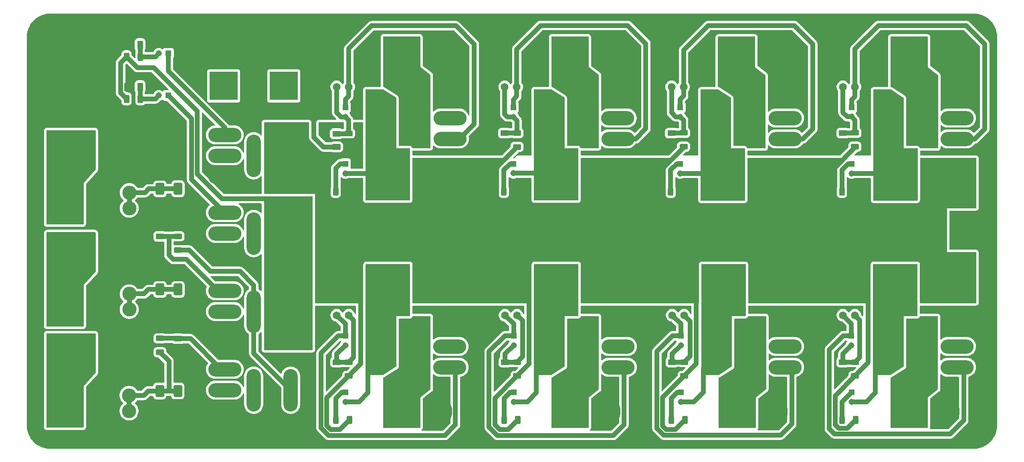
<source format=gbr>
%TF.GenerationSoftware,KiCad,Pcbnew,9.0.1*%
%TF.CreationDate,2025-06-06T18:14:51+02:00*%
%TF.ProjectId,01_Energex8PCB_v1.0,30315f45-6e65-4726-9765-78385043425f,v1.0*%
%TF.SameCoordinates,Original*%
%TF.FileFunction,Copper,L1,Top*%
%TF.FilePolarity,Positive*%
%FSLAX46Y46*%
G04 Gerber Fmt 4.6, Leading zero omitted, Abs format (unit mm)*
G04 Created by KiCad (PCBNEW 9.0.1) date 2025-06-06 18:14:51*
%MOMM*%
%LPD*%
G01*
G04 APERTURE LIST*
G04 Aperture macros list*
%AMRoundRect*
0 Rectangle with rounded corners*
0 $1 Rounding radius*
0 $2 $3 $4 $5 $6 $7 $8 $9 X,Y pos of 4 corners*
0 Add a 4 corners polygon primitive as box body*
4,1,4,$2,$3,$4,$5,$6,$7,$8,$9,$2,$3,0*
0 Add four circle primitives for the rounded corners*
1,1,$1+$1,$2,$3*
1,1,$1+$1,$4,$5*
1,1,$1+$1,$6,$7*
1,1,$1+$1,$8,$9*
0 Add four rect primitives between the rounded corners*
20,1,$1+$1,$2,$3,$4,$5,0*
20,1,$1+$1,$4,$5,$6,$7,0*
20,1,$1+$1,$6,$7,$8,$9,0*
20,1,$1+$1,$8,$9,$2,$3,0*%
G04 Aperture macros list end*
%TA.AperFunction,ComponentPad*%
%ADD10R,1.308000X1.308000*%
%TD*%
%TA.AperFunction,ComponentPad*%
%ADD11C,1.308000*%
%TD*%
%TA.AperFunction,ComponentPad*%
%ADD12C,3.000000*%
%TD*%
%TA.AperFunction,ComponentPad*%
%ADD13C,6.000000*%
%TD*%
%TA.AperFunction,ComponentPad*%
%ADD14R,6.000000X6.000000*%
%TD*%
%TA.AperFunction,ComponentPad*%
%ADD15O,7.000000X3.000000*%
%TD*%
%TA.AperFunction,ComponentPad*%
%ADD16O,3.000000X9.000000*%
%TD*%
%TA.AperFunction,SMDPad,CuDef*%
%ADD17RoundRect,0.250000X0.625000X-0.312500X0.625000X0.312500X-0.625000X0.312500X-0.625000X-0.312500X0*%
%TD*%
%TA.AperFunction,SMDPad,CuDef*%
%ADD18RoundRect,0.250000X0.312500X0.625000X-0.312500X0.625000X-0.312500X-0.625000X0.312500X-0.625000X0*%
%TD*%
%TA.AperFunction,ComponentPad*%
%ADD19C,1.650000*%
%TD*%
%TA.AperFunction,SMDPad,CuDef*%
%ADD20RoundRect,0.250000X-0.625000X0.375000X-0.625000X-0.375000X0.625000X-0.375000X0.625000X0.375000X0*%
%TD*%
%TA.AperFunction,SMDPad,CuDef*%
%ADD21RoundRect,0.250000X0.375000X0.625000X-0.375000X0.625000X-0.375000X-0.625000X0.375000X-0.625000X0*%
%TD*%
%TA.AperFunction,SMDPad,CuDef*%
%ADD22RoundRect,0.250000X0.650000X-1.000000X0.650000X1.000000X-0.650000X1.000000X-0.650000X-1.000000X0*%
%TD*%
%TA.AperFunction,SMDPad,CuDef*%
%ADD23RoundRect,0.250000X-0.312500X-0.625000X0.312500X-0.625000X0.312500X0.625000X-0.312500X0.625000X0*%
%TD*%
%TA.AperFunction,ComponentPad*%
%ADD24C,0.800000*%
%TD*%
%TA.AperFunction,ComponentPad*%
%ADD25C,6.400000*%
%TD*%
%TA.AperFunction,ViaPad*%
%ADD26C,0.800000*%
%TD*%
%TA.AperFunction,Conductor*%
%ADD27C,1.000000*%
%TD*%
G04 APERTURE END LIST*
D10*
%TO.P,J37,1*%
%TO.N,Net-(J37-Pad1)*%
X220768000Y-79016000D03*
D11*
%TO.P,J37,2*%
%TO.N,Net-(F7-Pad1)*%
X220768000Y-81016000D03*
%TD*%
D12*
%TO.P,F4,1*%
%TO.N,Net-(F4-Pad1)*%
X123063000Y-80651000D03*
X123063000Y-83953000D03*
%TO.P,F4,2*%
%TO.N,POWER*%
X136525000Y-80651000D03*
X136525000Y-83953000D03*
%TD*%
D13*
%TO.P,J28,N,NEG*%
%TO.N,GND*%
X204260000Y-131324000D03*
D14*
%TO.P,J28,P,POS*%
%TO.N,Net-(J28-POS)*%
X197060000Y-131324000D03*
%TD*%
D15*
%TO.P,U3,1,1*%
%TO.N,Net-(J4-Pad1)*%
X88378000Y-89332000D03*
%TO.P,U3,2,2*%
%TO.N,GND*%
X88388000Y-98132000D03*
D16*
%TO.P,U3,3,3*%
%TO.N,PWR_SELECT*%
X102288000Y-93732000D03*
D15*
%TO.P,U3,4,4*%
%TO.N,Net-(J7-POS)*%
X88388000Y-93732000D03*
D16*
%TO.P,U3,5,5*%
%TO.N,Net-(J6-POS)*%
X94488000Y-93732000D03*
%TD*%
D13*
%TO.P,J25,N,NEG*%
%TO.N,GND*%
X168954000Y-131324000D03*
D14*
%TO.P,J25,P,POS*%
%TO.N,Net-(J25-POS)*%
X161754000Y-131324000D03*
%TD*%
D13*
%TO.P,J31,N,NEG*%
%TO.N,GND*%
X240582000Y-131324000D03*
D14*
%TO.P,J31,P,POS*%
%TO.N,Net-(J31-POS)*%
X233382000Y-131324000D03*
%TD*%
D17*
%TO.P,R11,1*%
%TO.N,POWER*%
X185420000Y-123835000D03*
%TO.P,R11,2*%
%TO.N,Net-(D17-K)*%
X185420000Y-120910000D03*
%TD*%
D18*
%TO.P,R19,1*%
%TO.N,POWER*%
X221680500Y-133102000D03*
%TO.P,R19,2*%
%TO.N,Net-(J38-Pad1)*%
X218755500Y-133102000D03*
%TD*%
D10*
%TO.P,J5,1*%
%TO.N,Net-(J5-Pad1)*%
X76438000Y-55674000D03*
D11*
%TO.P,J5,2*%
%TO.N,Net-(D10-K)*%
X74438000Y-55674000D03*
%TD*%
D19*
%TO.P,J23,1*%
%TO.N,Net-(D16-K)*%
X150114000Y-111004000D03*
%TO.P,J23,2*%
%TO.N,Net-(J23-Pad2)*%
X147574000Y-111004000D03*
%TD*%
D10*
%TO.P,J38,1*%
%TO.N,Net-(J38-Pad1)*%
X220768000Y-127276000D03*
D11*
%TO.P,J38,2*%
%TO.N,Net-(F11-Pad1)*%
X220768000Y-129276000D03*
%TD*%
D12*
%TO.P,F6,1*%
%TO.N,Net-(F6-Pad1)*%
X193802000Y-80651000D03*
X193802000Y-83953000D03*
%TO.P,F6,2*%
%TO.N,POWER*%
X207264000Y-80651000D03*
X207264000Y-83953000D03*
%TD*%
D15*
%TO.P,U4,1,1*%
%TO.N,Net-(J5-Pad1)*%
X88374000Y-72904000D03*
%TO.P,U4,2,2*%
%TO.N,GND*%
X88384000Y-81704000D03*
D16*
%TO.P,U4,3,3*%
%TO.N,POWER*%
X102284000Y-77304000D03*
D15*
%TO.P,U4,4,4*%
%TO.N,unconnected-(U4-Pad4)*%
X88384000Y-77304000D03*
D16*
%TO.P,U4,5,5*%
%TO.N,Net-(J7-POS)*%
X94484000Y-77304000D03*
%TD*%
D13*
%TO.P,J22,N,NEG*%
%TO.N,GND*%
X133394000Y-131324000D03*
D14*
%TO.P,J22,P,POS*%
%TO.N,Net-(J22-POS)*%
X126194000Y-131324000D03*
%TD*%
D15*
%TO.P,U7,1,1*%
%TO.N,Net-(J14-Pad2)*%
X206770000Y-73748000D03*
%TO.P,U7,2,2*%
%TO.N,GND*%
X206760000Y-64948000D03*
D16*
%TO.P,U7,3,3*%
%TO.N,Net-(F6-Pad1)*%
X192860000Y-69348000D03*
D15*
%TO.P,U7,4,4*%
%TO.N,unconnected-(U7-Pad4)*%
X206760000Y-69348000D03*
D16*
%TO.P,U7,5,5*%
%TO.N,Net-(J16-POS)*%
X200660000Y-69348000D03*
%TD*%
D20*
%TO.P,D2,1,K*%
%TO.N,Net-(D2-K)*%
X74676000Y-94364000D03*
%TO.P,D2,2,A*%
%TO.N,GND*%
X74676000Y-97164000D03*
%TD*%
D10*
%TO.P,J34,1*%
%TO.N,Net-(J34-Pad1)*%
X184573000Y-79016000D03*
D11*
%TO.P,J34,2*%
%TO.N,Net-(F6-Pad1)*%
X184573000Y-81016000D03*
%TD*%
D19*
%TO.P,J20,1*%
%TO.N,Net-(D15-K)*%
X114554000Y-111004000D03*
%TO.P,J20,2*%
%TO.N,Net-(J20-Pad2)*%
X112014000Y-111004000D03*
%TD*%
D21*
%TO.P,D10,1,K*%
%TO.N,Net-(D10-K)*%
X70488000Y-53854000D03*
%TO.P,D10,2,A*%
%TO.N,GND*%
X67688000Y-53854000D03*
%TD*%
D13*
%TO.P,J7,N,NEG*%
%TO.N,GND*%
X88138000Y-55334000D03*
D14*
%TO.P,J7,P,POS*%
%TO.N,Net-(J7-POS)*%
X88138000Y-62534000D03*
%TD*%
D17*
%TO.P,R10,1*%
%TO.N,POWER*%
X150114000Y-123835000D03*
%TO.P,R10,2*%
%TO.N,Net-(D16-K)*%
X150114000Y-120910000D03*
%TD*%
D22*
%TO.P,D5,1,K*%
%TO.N,PWR_IN_2*%
X74676000Y-105555200D03*
%TO.P,D5,2,A*%
%TO.N,GND*%
X74676000Y-101555200D03*
%TD*%
D10*
%TO.P,J32,1*%
%TO.N,Net-(J32-Pad1)*%
X113834000Y-79016000D03*
D11*
%TO.P,J32,2*%
%TO.N,Net-(F4-Pad1)*%
X113834000Y-81016000D03*
%TD*%
D23*
%TO.P,R3,1*%
%TO.N,PWR_SELECT*%
X67625500Y-65284000D03*
%TO.P,R3,2*%
%TO.N,Net-(D9-K)*%
X70550500Y-65284000D03*
%TD*%
D18*
%TO.P,R16,1*%
%TO.N,POWER*%
X150306500Y-133102000D03*
%TO.P,R16,2*%
%TO.N,Net-(J35-Pad1)*%
X147381500Y-133102000D03*
%TD*%
%TO.P,R15,1*%
%TO.N,POWER*%
X185485500Y-84842000D03*
%TO.P,R15,2*%
%TO.N,Net-(J34-Pad1)*%
X182560500Y-84842000D03*
%TD*%
D10*
%TO.P,J21,1*%
%TO.N,Net-(J20-Pad2)*%
X113834000Y-115338000D03*
D11*
%TO.P,J21,2*%
%TO.N,Net-(D15-K)*%
X113834000Y-117338000D03*
%TD*%
D22*
%TO.P,D6,1,K*%
%TO.N,PWR_IN_2*%
X78486000Y-105555200D03*
%TO.P,D6,2,A*%
%TO.N,GND*%
X78486000Y-101555200D03*
%TD*%
D18*
%TO.P,R18,1*%
%TO.N,POWER*%
X221680500Y-84842000D03*
%TO.P,R18,2*%
%TO.N,Net-(J37-Pad1)*%
X218755500Y-84842000D03*
%TD*%
D19*
%TO.P,J14,1*%
%TO.N,Net-(D13-K)*%
X182753000Y-62744000D03*
%TO.P,J14,2*%
%TO.N,Net-(J14-Pad2)*%
X185293000Y-62744000D03*
%TD*%
D23*
%TO.P,R4,1*%
%TO.N,PWR_SELECT*%
X67625500Y-56394000D03*
%TO.P,R4,2*%
%TO.N,Net-(D10-K)*%
X70550500Y-56394000D03*
%TD*%
D13*
%TO.P,J10,N,NEG*%
%TO.N,GND*%
X133394000Y-55632000D03*
D14*
%TO.P,J10,P,POS*%
%TO.N,Net-(J10-POS)*%
X126194000Y-55632000D03*
%TD*%
D17*
%TO.P,R8,1*%
%TO.N,POWER*%
X221488000Y-75382500D03*
%TO.P,R8,2*%
%TO.N,Net-(D14-K)*%
X221488000Y-72457500D03*
%TD*%
D20*
%TO.P,D18,1,K*%
%TO.N,Net-(D18-K)*%
X218948000Y-120910000D03*
%TO.P,D18,2,A*%
%TO.N,GND*%
X218948000Y-123710000D03*
%TD*%
%TO.P,D17,1,K*%
%TO.N,Net-(D17-K)*%
X182880000Y-120904000D03*
%TO.P,D17,2,A*%
%TO.N,GND*%
X182880000Y-123704000D03*
%TD*%
D19*
%TO.P,J8,1*%
%TO.N,Net-(D11-K)*%
X112014000Y-62744000D03*
%TO.P,J8,2*%
%TO.N,Net-(J8-Pad2)*%
X114554000Y-62744000D03*
%TD*%
D17*
%TO.P,R12,1*%
%TO.N,POWER*%
X221488000Y-123835000D03*
%TO.P,R12,2*%
%TO.N,Net-(D18-K)*%
X221488000Y-120910000D03*
%TD*%
D13*
%TO.P,J19,N,NEG*%
%TO.N,GND*%
X240582000Y-55632000D03*
D14*
%TO.P,J19,P,POS*%
%TO.N,Net-(J19-POS)*%
X233382000Y-55632000D03*
%TD*%
D10*
%TO.P,J30,1*%
%TO.N,Net-(J29-Pad2)*%
X220726000Y-115338000D03*
D11*
%TO.P,J30,2*%
%TO.N,Net-(D18-K)*%
X220726000Y-117338000D03*
%TD*%
D13*
%TO.P,J3,N,NEG*%
%TO.N,GND*%
X64858000Y-75952000D03*
D14*
%TO.P,J3,P,POS*%
%TO.N,Net-(J3-POS)*%
X57658000Y-75952000D03*
%TD*%
D18*
%TO.P,R20,1*%
%TO.N,POWER*%
X185612500Y-133102000D03*
%TO.P,R20,2*%
%TO.N,Net-(J39-Pad1)*%
X182687500Y-133102000D03*
%TD*%
D21*
%TO.P,D9,1,K*%
%TO.N,Net-(D9-K)*%
X70488000Y-62744000D03*
%TO.P,D9,2,A*%
%TO.N,GND*%
X67688000Y-62744000D03*
%TD*%
D22*
%TO.P,D8,1,K*%
%TO.N,PWR_IN_1*%
X78442000Y-127006000D03*
%TO.P,D8,2,A*%
%TO.N,GND*%
X78442000Y-123006000D03*
%TD*%
D24*
%TO.P,H1,1,1*%
%TO.N,GND*%
X55258000Y-58934000D03*
X55960944Y-57236944D03*
X55960944Y-60631056D03*
X57658000Y-56534000D03*
D25*
X57658000Y-58934000D03*
D24*
X57658000Y-61334000D03*
X59355056Y-57236944D03*
X59355056Y-60631056D03*
X60058000Y-58934000D03*
%TD*%
D19*
%TO.P,J29,1*%
%TO.N,Net-(D18-K)*%
X221488000Y-111004000D03*
%TO.P,J29,2*%
%TO.N,Net-(J29-Pad2)*%
X218948000Y-111004000D03*
%TD*%
D12*
%TO.P,F7,1*%
%TO.N,Net-(F7-Pad1)*%
X230251000Y-80645000D03*
X230251000Y-83947000D03*
%TO.P,F7,2*%
%TO.N,POWER*%
X243713000Y-80645000D03*
X243713000Y-83947000D03*
%TD*%
D10*
%TO.P,J36,1*%
%TO.N,Net-(J36-Pad1)*%
X113834000Y-127276000D03*
D11*
%TO.P,J36,2*%
%TO.N,Net-(F8-Pad1)*%
X113834000Y-129276000D03*
%TD*%
D24*
%TO.P,H4,1,1*%
%TO.N,GND*%
X74181000Y-134285056D03*
X74883944Y-132588000D03*
X74883944Y-135982112D03*
X76581000Y-131885056D03*
D25*
X76581000Y-134285056D03*
D24*
X76581000Y-136685056D03*
X78278056Y-132588000D03*
X78278056Y-135982112D03*
X78981000Y-134285056D03*
%TD*%
D12*
%TO.P,F3,1*%
%TO.N,Net-(J3-POS)*%
X54737000Y-85096000D03*
X54737000Y-88398000D03*
%TO.P,F3,2*%
%TO.N,PWR_IN_3*%
X68199000Y-85096000D03*
X68199000Y-88398000D03*
%TD*%
D15*
%TO.P,U10,1,1*%
%TO.N,Net-(J23-Pad2)*%
X171464000Y-122008000D03*
%TO.P,U10,2,2*%
%TO.N,GND*%
X171454000Y-113208000D03*
D16*
%TO.P,U10,3,3*%
%TO.N,Net-(F9-Pad1)*%
X157554000Y-117608000D03*
D15*
%TO.P,U10,4,4*%
%TO.N,unconnected-(U10-Pad4)*%
X171454000Y-117608000D03*
D16*
%TO.P,U10,5,5*%
%TO.N,Net-(J25-POS)*%
X165354000Y-117608000D03*
%TD*%
D17*
%TO.P,R7,1*%
%TO.N,POWER*%
X185293000Y-75382500D03*
%TO.P,R7,2*%
%TO.N,Net-(D13-K)*%
X185293000Y-72457500D03*
%TD*%
D13*
%TO.P,J2,N,NEG*%
%TO.N,GND*%
X64814000Y-97542000D03*
D14*
%TO.P,J2,P,POS*%
%TO.N,Net-(J2-POS)*%
X57614000Y-97542000D03*
%TD*%
D19*
%TO.P,J26,1*%
%TO.N,Net-(D17-K)*%
X185420000Y-111004000D03*
%TO.P,J26,2*%
%TO.N,Net-(J26-Pad2)*%
X182880000Y-111004000D03*
%TD*%
D20*
%TO.P,D11,1,K*%
%TO.N,Net-(D11-K)*%
X111970000Y-72644000D03*
%TO.P,D11,2,A*%
%TO.N,GND*%
X111970000Y-75444000D03*
%TD*%
D15*
%TO.P,U9,1,1*%
%TO.N,Net-(J20-Pad2)*%
X135904000Y-122008000D03*
%TO.P,U9,2,2*%
%TO.N,GND*%
X135894000Y-113208000D03*
D16*
%TO.P,U9,3,3*%
%TO.N,Net-(F8-Pad1)*%
X121994000Y-117608000D03*
D15*
%TO.P,U9,4,4*%
%TO.N,unconnected-(U9-Pad4)*%
X135894000Y-117608000D03*
D16*
%TO.P,U9,5,5*%
%TO.N,Net-(J22-POS)*%
X129794000Y-117608000D03*
%TD*%
D22*
%TO.P,D4,1,K*%
%TO.N,PWR_IN_3*%
X78486000Y-84270000D03*
%TO.P,D4,2,A*%
%TO.N,GND*%
X78486000Y-80270000D03*
%TD*%
D15*
%TO.P,U6,1,1*%
%TO.N,Net-(J11-Pad2)*%
X171402500Y-73748000D03*
%TO.P,U6,2,2*%
%TO.N,GND*%
X171392500Y-64948000D03*
D16*
%TO.P,U6,3,3*%
%TO.N,Net-(F5-Pad1)*%
X157492500Y-69348000D03*
D15*
%TO.P,U6,4,4*%
%TO.N,unconnected-(U6-Pad4)*%
X171392500Y-69348000D03*
D16*
%TO.P,U6,5,5*%
%TO.N,Net-(J13-POS)*%
X165292500Y-69348000D03*
%TD*%
D12*
%TO.P,F9,1*%
%TO.N,Net-(F9-Pad1)*%
X158623000Y-103003000D03*
X158623000Y-106305000D03*
%TO.P,F9,2*%
%TO.N,POWER*%
X172085000Y-103003000D03*
X172085000Y-106305000D03*
%TD*%
D10*
%TO.P,J39,1*%
%TO.N,Net-(J39-Pad1)*%
X184700000Y-127276000D03*
D11*
%TO.P,J39,2*%
%TO.N,Net-(F10-Pad1)*%
X184700000Y-129276000D03*
%TD*%
D15*
%TO.P,U1,1,1*%
%TO.N,Net-(D1-K)*%
X88374000Y-122434000D03*
%TO.P,U1,2,2*%
%TO.N,GND*%
X88384000Y-131234000D03*
D16*
%TO.P,U1,3,3*%
%TO.N,Net-(R2-Pad1)*%
X102284000Y-126834000D03*
D15*
%TO.P,U1,4,4*%
%TO.N,PWR_IN_2*%
X88384000Y-126834000D03*
D16*
%TO.P,U1,5,5*%
%TO.N,PWR_IN_1*%
X94484000Y-126834000D03*
%TD*%
D24*
%TO.P,H3,1,1*%
%TO.N,GND*%
X243044944Y-92970000D03*
X243747888Y-91272944D03*
X243747888Y-94667056D03*
X245444944Y-90570000D03*
D25*
X245444944Y-92970000D03*
D24*
X245444944Y-95370000D03*
X247142000Y-91272944D03*
X247142000Y-94667056D03*
X247844944Y-92970000D03*
%TD*%
D15*
%TO.P,U2,1,1*%
%TO.N,Net-(D2-K)*%
X88374000Y-105842000D03*
%TO.P,U2,2,2*%
%TO.N,GND*%
X88384000Y-114642000D03*
D16*
%TO.P,U2,3,3*%
%TO.N,PWR_SELECT*%
X102284000Y-110242000D03*
D15*
%TO.P,U2,4,4*%
%TO.N,PWR_IN_3*%
X88384000Y-110242000D03*
D16*
%TO.P,U2,5,5*%
%TO.N,Net-(R2-Pad1)*%
X94484000Y-110242000D03*
%TD*%
D15*
%TO.P,U11,1,1*%
%TO.N,Net-(J26-Pad2)*%
X206770000Y-122008000D03*
%TO.P,U11,2,2*%
%TO.N,GND*%
X206760000Y-113208000D03*
D16*
%TO.P,U11,3,3*%
%TO.N,Net-(F10-Pad1)*%
X192860000Y-117608000D03*
D15*
%TO.P,U11,4,4*%
%TO.N,unconnected-(U11-Pad4)*%
X206760000Y-117608000D03*
D16*
%TO.P,U11,5,5*%
%TO.N,Net-(J28-POS)*%
X200660000Y-117608000D03*
%TD*%
D12*
%TO.P,F1,1*%
%TO.N,Net-(J1-POS)*%
X54693000Y-127939200D03*
X54693000Y-131241200D03*
%TO.P,F1,2*%
%TO.N,PWR_IN_1*%
X68155000Y-127939200D03*
X68155000Y-131241200D03*
%TD*%
D10*
%TO.P,J27,1*%
%TO.N,Net-(J26-Pad2)*%
X184700000Y-115338000D03*
D11*
%TO.P,J27,2*%
%TO.N,Net-(D17-K)*%
X184700000Y-117338000D03*
%TD*%
D10*
%TO.P,J15,1*%
%TO.N,Net-(J14-Pad2)*%
X184573000Y-67078000D03*
D11*
%TO.P,J15,2*%
%TO.N,Net-(D13-K)*%
X184573000Y-69078000D03*
%TD*%
D12*
%TO.P,F10,1*%
%TO.N,Net-(F10-Pad1)*%
X193929000Y-103003000D03*
X193929000Y-106305000D03*
%TO.P,F10,2*%
%TO.N,POWER*%
X207391000Y-103003000D03*
X207391000Y-106305000D03*
%TD*%
D13*
%TO.P,J13,N,NEG*%
%TO.N,GND*%
X168892500Y-55632000D03*
D14*
%TO.P,J13,P,POS*%
%TO.N,Net-(J13-POS)*%
X161692500Y-55632000D03*
%TD*%
D18*
%TO.P,R14,1*%
%TO.N,POWER*%
X150245000Y-84842000D03*
%TO.P,R14,2*%
%TO.N,Net-(J33-Pad1)*%
X147320000Y-84842000D03*
%TD*%
D12*
%TO.P,F5,1*%
%TO.N,Net-(F5-Pad1)*%
X158561500Y-80651000D03*
X158561500Y-83953000D03*
%TO.P,F5,2*%
%TO.N,POWER*%
X172023500Y-80651000D03*
X172023500Y-83953000D03*
%TD*%
D10*
%TO.P,J4,1*%
%TO.N,Net-(J4-Pad1)*%
X76438000Y-64564000D03*
D11*
%TO.P,J4,2*%
%TO.N,Net-(D9-K)*%
X74438000Y-64564000D03*
%TD*%
D10*
%TO.P,J18,1*%
%TO.N,Net-(J17-Pad2)*%
X220768000Y-67062000D03*
D11*
%TO.P,J18,2*%
%TO.N,Net-(D14-K)*%
X220768000Y-69062000D03*
%TD*%
D20*
%TO.P,D13,1,K*%
%TO.N,Net-(D13-K)*%
X182753000Y-72520000D03*
%TO.P,D13,2,A*%
%TO.N,GND*%
X182753000Y-75320000D03*
%TD*%
D17*
%TO.P,R2,1*%
%TO.N,Net-(R2-Pad1)*%
X78486000Y-97232500D03*
%TO.P,R2,2*%
%TO.N,Net-(D2-K)*%
X78486000Y-94307500D03*
%TD*%
D20*
%TO.P,D15,1,K*%
%TO.N,Net-(D15-K)*%
X112014000Y-120910000D03*
%TO.P,D15,2,A*%
%TO.N,GND*%
X112014000Y-123710000D03*
%TD*%
D13*
%TO.P,J16,N,NEG*%
%TO.N,GND*%
X204133000Y-55632000D03*
D14*
%TO.P,J16,P,POS*%
%TO.N,Net-(J16-POS)*%
X196933000Y-55632000D03*
%TD*%
D20*
%TO.P,D12,1,K*%
%TO.N,Net-(D12-K)*%
X147512500Y-72517000D03*
%TO.P,D12,2,A*%
%TO.N,GND*%
X147512500Y-75317000D03*
%TD*%
%TO.P,D16,1,K*%
%TO.N,Net-(D16-K)*%
X147574000Y-120910000D03*
%TO.P,D16,2,A*%
%TO.N,GND*%
X147574000Y-123710000D03*
%TD*%
D12*
%TO.P,F11,1*%
%TO.N,Net-(F11-Pad1)*%
X230251000Y-103003000D03*
X230251000Y-106305000D03*
%TO.P,F11,2*%
%TO.N,POWER*%
X243713000Y-103003000D03*
X243713000Y-106305000D03*
%TD*%
D13*
%TO.P,J6,N,NEG*%
%TO.N,GND*%
X100838000Y-55334000D03*
D14*
%TO.P,J6,P,POS*%
%TO.N,Net-(J6-POS)*%
X100838000Y-62534000D03*
%TD*%
D10*
%TO.P,J33,1*%
%TO.N,Net-(J33-Pad1)*%
X149332500Y-79000000D03*
D11*
%TO.P,J33,2*%
%TO.N,Net-(F5-Pad1)*%
X149332500Y-81000000D03*
%TD*%
D20*
%TO.P,D1,1,K*%
%TO.N,Net-(D1-K)*%
X78486000Y-115954000D03*
%TO.P,D1,2,A*%
%TO.N,GND*%
X78486000Y-118754000D03*
%TD*%
D19*
%TO.P,J11,1*%
%TO.N,Net-(D12-K)*%
X147512500Y-62744000D03*
%TO.P,J11,2*%
%TO.N,Net-(J11-Pad2)*%
X150052500Y-62744000D03*
%TD*%
%TO.P,J17,1*%
%TO.N,Net-(D14-K)*%
X218948000Y-62744000D03*
%TO.P,J17,2*%
%TO.N,Net-(J17-Pad2)*%
X221488000Y-62744000D03*
%TD*%
D22*
%TO.P,D3,1,K*%
%TO.N,PWR_IN_3*%
X74676000Y-84302000D03*
%TO.P,D3,2,A*%
%TO.N,GND*%
X74676000Y-80302000D03*
%TD*%
D10*
%TO.P,J24,1*%
%TO.N,Net-(J23-Pad2)*%
X149394000Y-115338000D03*
D11*
%TO.P,J24,2*%
%TO.N,Net-(D16-K)*%
X149394000Y-117338000D03*
%TD*%
D15*
%TO.P,U8,1,1*%
%TO.N,Net-(J17-Pad2)*%
X243092000Y-73748000D03*
%TO.P,U8,2,2*%
%TO.N,GND*%
X243082000Y-64948000D03*
D16*
%TO.P,U8,3,3*%
%TO.N,Net-(F7-Pad1)*%
X229182000Y-69348000D03*
D15*
%TO.P,U8,4,4*%
%TO.N,unconnected-(U8-Pad4)*%
X243082000Y-69348000D03*
D16*
%TO.P,U8,5,5*%
%TO.N,Net-(J19-POS)*%
X236982000Y-69348000D03*
%TD*%
D20*
%TO.P,D14,1,K*%
%TO.N,Net-(D14-K)*%
X218948000Y-72520000D03*
%TO.P,D14,2,A*%
%TO.N,GND*%
X218948000Y-75320000D03*
%TD*%
D17*
%TO.P,R1,1*%
%TO.N,PWR_IN_1*%
X74676000Y-118816500D03*
%TO.P,R1,2*%
%TO.N,Net-(D1-K)*%
X74676000Y-115891500D03*
%TD*%
D18*
%TO.P,R17,1*%
%TO.N,POWER*%
X114746500Y-133102000D03*
%TO.P,R17,2*%
%TO.N,Net-(J36-Pad1)*%
X111821500Y-133102000D03*
%TD*%
D10*
%TO.P,J35,1*%
%TO.N,Net-(J35-Pad1)*%
X149394000Y-127276000D03*
D11*
%TO.P,J35,2*%
%TO.N,Net-(F9-Pad1)*%
X149394000Y-129276000D03*
%TD*%
D15*
%TO.P,U12,1,1*%
%TO.N,Net-(J29-Pad2)*%
X243092000Y-122008000D03*
%TO.P,U12,2,2*%
%TO.N,GND*%
X243082000Y-113208000D03*
D16*
%TO.P,U12,3,3*%
%TO.N,Net-(F11-Pad1)*%
X229182000Y-117608000D03*
D15*
%TO.P,U12,4,4*%
%TO.N,unconnected-(U12-Pad4)*%
X243082000Y-117608000D03*
D16*
%TO.P,U12,5,5*%
%TO.N,Net-(J31-POS)*%
X236982000Y-117608000D03*
%TD*%
D12*
%TO.P,F8,1*%
%TO.N,Net-(F8-Pad1)*%
X123063000Y-103003000D03*
X123063000Y-106305000D03*
%TO.P,F8,2*%
%TO.N,POWER*%
X136525000Y-103003000D03*
X136525000Y-106305000D03*
%TD*%
D18*
%TO.P,R13,1*%
%TO.N,POWER*%
X114746500Y-84826000D03*
%TO.P,R13,2*%
%TO.N,Net-(J32-Pad1)*%
X111821500Y-84826000D03*
%TD*%
D17*
%TO.P,R5,1*%
%TO.N,POWER*%
X114510000Y-75506500D03*
%TO.P,R5,2*%
%TO.N,Net-(D11-K)*%
X114510000Y-72581500D03*
%TD*%
%TO.P,R9,1*%
%TO.N,POWER*%
X114554000Y-123835000D03*
%TO.P,R9,2*%
%TO.N,Net-(D15-K)*%
X114554000Y-120910000D03*
%TD*%
D15*
%TO.P,U5,1,1*%
%TO.N,Net-(J8-Pad2)*%
X135948000Y-73748000D03*
%TO.P,U5,2,2*%
%TO.N,GND*%
X135938000Y-64948000D03*
D16*
%TO.P,U5,3,3*%
%TO.N,Net-(F4-Pad1)*%
X122038000Y-69348000D03*
D15*
%TO.P,U5,4,4*%
%TO.N,unconnected-(U5-Pad4)*%
X135938000Y-69348000D03*
D16*
%TO.P,U5,5,5*%
%TO.N,Net-(J10-POS)*%
X129838000Y-69348000D03*
%TD*%
D17*
%TO.P,R6,1*%
%TO.N,POWER*%
X150114000Y-75444000D03*
%TO.P,R6,2*%
%TO.N,Net-(D12-K)*%
X150114000Y-72519000D03*
%TD*%
D13*
%TO.P,J1,N,NEG*%
%TO.N,GND*%
X64814000Y-118878000D03*
D14*
%TO.P,J1,P,POS*%
%TO.N,Net-(J1-POS)*%
X57614000Y-118878000D03*
%TD*%
D12*
%TO.P,F2,1*%
%TO.N,Net-(J2-POS)*%
X54737000Y-106476200D03*
X54737000Y-109778200D03*
%TO.P,F2,2*%
%TO.N,PWR_IN_2*%
X68199000Y-106476200D03*
X68199000Y-109778200D03*
%TD*%
D22*
%TO.P,D7,1,K*%
%TO.N,PWR_IN_1*%
X74632000Y-127018200D03*
%TO.P,D7,2,A*%
%TO.N,GND*%
X74632000Y-123018200D03*
%TD*%
D10*
%TO.P,J9,1*%
%TO.N,Net-(J8-Pad2)*%
X113834000Y-67078000D03*
D11*
%TO.P,J9,2*%
%TO.N,Net-(D11-K)*%
X113834000Y-69078000D03*
%TD*%
D10*
%TO.P,J12,1*%
%TO.N,Net-(J11-Pad2)*%
X149332500Y-67078000D03*
D11*
%TO.P,J12,2*%
%TO.N,Net-(D12-K)*%
X149332500Y-69078000D03*
%TD*%
D26*
%TO.N,GND*%
X147574000Y-123710000D03*
X218948000Y-123710000D03*
X112014000Y-123710000D03*
X182880000Y-123704000D03*
%TD*%
D27*
%TO.N,Net-(D1-K)*%
X87636000Y-122434000D02*
X81156000Y-115954000D01*
X88374000Y-122434000D02*
X87636000Y-122434000D01*
X81156000Y-115954000D02*
X78486000Y-115954000D01*
X78423500Y-115891500D02*
X78486000Y-115954000D01*
X74676000Y-115891500D02*
X78423500Y-115891500D01*
%TO.N,GND*%
X107188000Y-73406000D02*
X107188000Y-57404000D01*
X105118000Y-55334000D02*
X100838000Y-55334000D01*
X107188000Y-57404000D02*
X105118000Y-55334000D01*
X111970000Y-75444000D02*
X109226000Y-75444000D01*
X109226000Y-75444000D02*
X107188000Y-73406000D01*
%TO.N,Net-(D2-K)*%
X76581000Y-98298000D02*
X76581000Y-94364000D01*
X88374000Y-105842000D02*
X86919000Y-105842000D01*
X80264000Y-99187000D02*
X77470000Y-99187000D01*
X77470000Y-99187000D02*
X76581000Y-98298000D01*
X86919000Y-105842000D02*
X80264000Y-99187000D01*
X78429500Y-94364000D02*
X78486000Y-94307500D01*
X74676000Y-94364000D02*
X76581000Y-94364000D01*
X76581000Y-94364000D02*
X78429500Y-94364000D01*
%TO.N,PWR_IN_3*%
X74676000Y-84302000D02*
X72289000Y-84302000D01*
X78486000Y-84270000D02*
X74708000Y-84270000D01*
X68199000Y-85096000D02*
X68199000Y-88398000D01*
X72289000Y-84302000D02*
X71495000Y-85096000D01*
X74708000Y-84270000D02*
X74676000Y-84302000D01*
X71495000Y-85096000D02*
X68199000Y-85096000D01*
%TO.N,PWR_IN_2*%
X68199000Y-106476200D02*
X68199000Y-109778200D01*
X71323800Y-106476200D02*
X68199000Y-106476200D01*
X88384000Y-126834000D02*
X86884000Y-126834000D01*
X72244800Y-105555200D02*
X71323800Y-106476200D01*
X74676000Y-105555200D02*
X72244800Y-105555200D01*
X78486000Y-105555200D02*
X74676000Y-105555200D01*
%TO.N,PWR_IN_1*%
X68155000Y-131241200D02*
X68155000Y-127939200D01*
X78442000Y-127006000D02*
X76581000Y-127006000D01*
X76581000Y-127006000D02*
X74644200Y-127006000D01*
X74644200Y-127006000D02*
X74632000Y-127018200D01*
X72181300Y-127018200D02*
X71260300Y-127939200D01*
X71260300Y-127939200D02*
X68155000Y-127939200D01*
X74676000Y-118816500D02*
X76581000Y-120721500D01*
X76581000Y-120721500D02*
X76581000Y-127006000D01*
X74632000Y-127018200D02*
X72181300Y-127018200D01*
%TO.N,Net-(D9-K)*%
X73718000Y-65284000D02*
X74438000Y-64564000D01*
X70550500Y-65284000D02*
X73718000Y-65284000D01*
X70488000Y-65221500D02*
X70550500Y-65284000D01*
X70488000Y-62744000D02*
X70488000Y-65221500D01*
%TO.N,Net-(D10-K)*%
X70488000Y-56331500D02*
X70550500Y-56394000D01*
X70488000Y-53854000D02*
X70488000Y-56331500D01*
X73718000Y-56394000D02*
X74438000Y-55674000D01*
X70550500Y-56394000D02*
X73718000Y-56394000D01*
%TO.N,Net-(D11-K)*%
X112909105Y-69078000D02*
X113834000Y-69078000D01*
X114447500Y-72644000D02*
X114510000Y-72581500D01*
X114510000Y-69754000D02*
X113834000Y-69078000D01*
X114510000Y-72581500D02*
X114510000Y-69754000D01*
X112014000Y-62744000D02*
X112014000Y-68182895D01*
X111970000Y-72644000D02*
X114447500Y-72644000D01*
X112014000Y-68182895D02*
X112909105Y-69078000D01*
%TO.N,Net-(D12-K)*%
X150114000Y-69859500D02*
X149332500Y-69078000D01*
X150112000Y-72517000D02*
X150114000Y-72519000D01*
X150114000Y-72519000D02*
X150114000Y-69859500D01*
X147512500Y-68518500D02*
X148072000Y-69078000D01*
X148072000Y-69078000D02*
X149332500Y-69078000D01*
X147512500Y-72517000D02*
X150112000Y-72517000D01*
X147512500Y-62744000D02*
X147512500Y-68518500D01*
%TO.N,Net-(D13-K)*%
X182753000Y-62744000D02*
X182753000Y-68182895D01*
X183648105Y-69078000D02*
X184573000Y-69078000D01*
X185293000Y-69798000D02*
X184573000Y-69078000D01*
X185293000Y-72457500D02*
X185293000Y-69798000D01*
X182753000Y-68182895D02*
X183648105Y-69078000D01*
X182753000Y-72520000D02*
X185230500Y-72520000D01*
X185230500Y-72520000D02*
X185293000Y-72457500D01*
%TO.N,Net-(D14-K)*%
X221425500Y-72520000D02*
X221488000Y-72457500D01*
X219843105Y-69062000D02*
X220768000Y-69062000D01*
X218948000Y-72520000D02*
X221425500Y-72520000D01*
X221488000Y-69782000D02*
X220768000Y-69062000D01*
X218948000Y-68166895D02*
X219843105Y-69062000D01*
X221488000Y-72457500D02*
X221488000Y-69782000D01*
X218948000Y-62744000D02*
X218948000Y-68166895D01*
%TO.N,Net-(D15-K)*%
X112014000Y-119158000D02*
X112014000Y-120910000D01*
X112014000Y-120910000D02*
X114554000Y-120910000D01*
X115570000Y-117221000D02*
X115570000Y-119894000D01*
X115570000Y-119894000D02*
X114554000Y-120910000D01*
X113834000Y-117338000D02*
X112014000Y-119158000D01*
X114554000Y-111004000D02*
X115570000Y-112020000D01*
X115570000Y-112020000D02*
X115570000Y-117221000D01*
%TO.N,Net-(D16-K)*%
X147574000Y-119158000D02*
X149394000Y-117338000D01*
X150114000Y-111004000D02*
X151257000Y-112147000D01*
X150114000Y-120910000D02*
X147574000Y-120910000D01*
X151257000Y-119767000D02*
X150114000Y-120910000D01*
X147574000Y-120910000D02*
X147574000Y-119158000D01*
X151257000Y-112147000D02*
X151257000Y-119767000D01*
%TO.N,Net-(D17-K)*%
X182880000Y-120904000D02*
X182880000Y-119158000D01*
X185420000Y-111004000D02*
X186690000Y-112274000D01*
X186690000Y-119640000D02*
X185420000Y-120910000D01*
X182880000Y-119158000D02*
X184700000Y-117338000D01*
X185414000Y-120904000D02*
X185420000Y-120910000D01*
X182880000Y-120904000D02*
X185414000Y-120904000D01*
X186690000Y-112274000D02*
X186690000Y-119640000D01*
%TO.N,Net-(D18-K)*%
X221488000Y-111004000D02*
X222504000Y-112020000D01*
X222504000Y-112020000D02*
X222504000Y-119894000D01*
X218948000Y-120910000D02*
X218948000Y-119116000D01*
X222504000Y-119894000D02*
X221488000Y-120910000D01*
X218948000Y-120910000D02*
X221488000Y-120910000D01*
X218948000Y-119116000D02*
X220726000Y-117338000D01*
%TO.N,Net-(F4-Pad1)*%
X122698000Y-81016000D02*
X123063000Y-80651000D01*
X113834000Y-81016000D02*
X122698000Y-81016000D01*
%TO.N,POWER*%
X152654000Y-99568000D02*
X153543000Y-98679000D01*
X221680500Y-85786500D02*
X221680500Y-84842000D01*
X185293000Y-75382500D02*
X185293000Y-75565000D01*
X150108000Y-75444000D02*
X145440400Y-80111600D01*
X220091000Y-87376000D02*
X221680500Y-85786500D01*
X180848000Y-134366000D02*
X181610000Y-135128000D01*
X145415000Y-128534000D02*
X145415000Y-134112000D01*
X150114000Y-75444000D02*
X150108000Y-75444000D01*
X145440400Y-80111600D02*
X145440400Y-86410800D01*
X181102000Y-87249000D02*
X183642000Y-87249000D01*
X110744000Y-135128000D02*
X112720500Y-135128000D01*
X224282000Y-121041000D02*
X224282000Y-99695000D01*
X221488000Y-75565000D02*
X216789000Y-80264000D01*
X221488000Y-75382500D02*
X221488000Y-75565000D01*
X221488000Y-123835000D02*
X217297000Y-128026000D01*
X217932000Y-87376000D02*
X220091000Y-87376000D01*
X117094000Y-99695000D02*
X118237000Y-98552000D01*
X180340000Y-86487000D02*
X181102000Y-87249000D01*
X181610000Y-135128000D02*
X183586500Y-135128000D01*
X114554000Y-123835000D02*
X117094000Y-121295000D01*
X153543000Y-98679000D02*
X167761000Y-98679000D01*
X185485500Y-85405500D02*
X185485500Y-84842000D01*
X145415000Y-134112000D02*
X146431000Y-135128000D01*
X146431000Y-135128000D02*
X148280500Y-135128000D01*
X118237000Y-98552000D02*
X132074000Y-98552000D01*
X183642000Y-87249000D02*
X185485500Y-85405500D01*
X218059000Y-134874000D02*
X219908500Y-134874000D01*
X187960000Y-99695000D02*
X189103000Y-98552000D01*
X221488000Y-123835000D02*
X224282000Y-121041000D01*
X180848000Y-128407000D02*
X180848000Y-134366000D01*
X152654000Y-121295000D02*
X152654000Y-99568000D01*
X239516000Y-98806000D02*
X243713000Y-103003000D01*
X185293000Y-75565000D02*
X180340000Y-80518000D01*
X148280500Y-135128000D02*
X150306500Y-133102000D01*
X150114000Y-123835000D02*
X145415000Y-128534000D01*
X216789000Y-86233000D02*
X217932000Y-87376000D01*
X150114000Y-123835000D02*
X152654000Y-121295000D01*
X167761000Y-98679000D02*
X172085000Y-103003000D01*
X216789000Y-80264000D02*
X216789000Y-86233000D01*
X217297000Y-134112000D02*
X218059000Y-134874000D01*
X132074000Y-98552000D02*
X136525000Y-103003000D01*
X145440400Y-86410800D02*
X146151600Y-87122000D01*
X117094000Y-121295000D02*
X117094000Y-99695000D01*
X112720500Y-135128000D02*
X114746500Y-133102000D01*
X187960000Y-121295000D02*
X187960000Y-99695000D01*
X185420000Y-123835000D02*
X180848000Y-128407000D01*
X185420000Y-123835000D02*
X187960000Y-121295000D01*
X219908500Y-134874000D02*
X221680500Y-133102000D01*
X114554000Y-123835000D02*
X114554000Y-123835000D01*
X217297000Y-128026000D02*
X217297000Y-134112000D01*
X183586500Y-135128000D02*
X185612500Y-133102000D01*
X202940000Y-98552000D02*
X207391000Y-103003000D01*
X109912000Y-134296000D02*
X110744000Y-135128000D01*
X146151600Y-87122000D02*
X147965000Y-87122000D01*
X109912000Y-128477000D02*
X109912000Y-134296000D01*
X225171000Y-98806000D02*
X239516000Y-98806000D01*
X147965000Y-87122000D02*
X150245000Y-84842000D01*
X180340000Y-80518000D02*
X180340000Y-86487000D01*
X114554000Y-123835000D02*
X109912000Y-128477000D01*
X189103000Y-98552000D02*
X202940000Y-98552000D01*
X224282000Y-99695000D02*
X225171000Y-98806000D01*
%TO.N,Net-(F5-Pad1)*%
X158212500Y-81000000D02*
X158561500Y-80651000D01*
X149332500Y-81000000D02*
X158212500Y-81000000D01*
%TO.N,Net-(F6-Pad1)*%
X193437000Y-81016000D02*
X193802000Y-80651000D01*
X184573000Y-81016000D02*
X193437000Y-81016000D01*
%TO.N,Net-(F7-Pad1)*%
X220768000Y-81016000D02*
X229880000Y-81016000D01*
X229880000Y-81016000D02*
X230251000Y-80645000D01*
%TO.N,Net-(F8-Pad1)*%
X116723000Y-129276000D02*
X113834000Y-129276000D01*
X118618000Y-120984000D02*
X118618000Y-127381000D01*
X121994000Y-117608000D02*
X118618000Y-120984000D01*
X118618000Y-127381000D02*
X116723000Y-129276000D01*
%TO.N,Net-(F9-Pad1)*%
X149394000Y-129276000D02*
X152283000Y-129276000D01*
X154178000Y-127381000D02*
X154178000Y-120984000D01*
X152283000Y-129276000D02*
X154178000Y-127381000D01*
X154178000Y-120984000D02*
X157554000Y-117608000D01*
%TO.N,Net-(F10-Pad1)*%
X189484000Y-127254000D02*
X189484000Y-122174000D01*
X189484000Y-122174000D02*
X192860000Y-118798000D01*
X187462000Y-129276000D02*
X189484000Y-127254000D01*
X184700000Y-129276000D02*
X187462000Y-129276000D01*
X192860000Y-118798000D02*
X192860000Y-117608000D01*
%TO.N,Net-(F11-Pad1)*%
X223911000Y-129276000D02*
X225806000Y-127381000D01*
X225806000Y-120984000D02*
X229182000Y-117608000D01*
X225806000Y-127381000D02*
X225806000Y-120984000D01*
X220768000Y-129276000D02*
X223911000Y-129276000D01*
%TO.N,Net-(J4-Pad1)*%
X81350000Y-82304000D02*
X88378000Y-89332000D01*
X81350000Y-69476000D02*
X81350000Y-82304000D01*
X76438000Y-64564000D02*
X81350000Y-69476000D01*
%TO.N,Net-(J5-Pad1)*%
X76438000Y-55674000D02*
X76438000Y-59420000D01*
X88374000Y-71356000D02*
X88374000Y-72904000D01*
X76438000Y-59420000D02*
X88374000Y-71356000D01*
%TO.N,Net-(J8-Pad2)*%
X114554000Y-54660800D02*
X119380000Y-49834800D01*
X141071600Y-70624400D02*
X137948000Y-73748000D01*
X141071600Y-53695600D02*
X141071600Y-70624400D01*
X137210800Y-49834800D02*
X141071600Y-53695600D01*
X113834000Y-65413800D02*
X113834000Y-67078000D01*
X114554000Y-62744000D02*
X114554000Y-54660800D01*
X137948000Y-73748000D02*
X135948000Y-73748000D01*
X114554000Y-64693800D02*
X113834000Y-65413800D01*
X119380000Y-49834800D02*
X137210800Y-49834800D01*
X114554000Y-62744000D02*
X114554000Y-64693800D01*
%TO.N,Net-(J11-Pad2)*%
X173482000Y-49784000D02*
X155067000Y-49784000D01*
X155067000Y-49784000D02*
X150052500Y-54798500D01*
X149332500Y-65449900D02*
X149332500Y-67078000D01*
X150052500Y-62744000D02*
X150052500Y-64729900D01*
X175172000Y-73748000D02*
X177317400Y-71602600D01*
X171402500Y-73748000D02*
X175172000Y-73748000D01*
X150052500Y-64729900D02*
X149332500Y-65449900D01*
X177317400Y-71602600D02*
X177317400Y-53619400D01*
X150052500Y-54798500D02*
X150052500Y-62744000D01*
X177317400Y-53619400D02*
X173482000Y-49784000D01*
%TO.N,Net-(J14-Pad2)*%
X185293000Y-62744000D02*
X185293000Y-54991000D01*
X210478000Y-73748000D02*
X206770000Y-73748000D01*
X185293000Y-64668400D02*
X184573000Y-65388400D01*
X185293000Y-62744000D02*
X185293000Y-64668400D01*
X190500000Y-49784000D02*
X208661000Y-49784000D01*
X184573000Y-65388400D02*
X184573000Y-67078000D01*
X212598000Y-71628000D02*
X210478000Y-73748000D01*
X185293000Y-54991000D02*
X190500000Y-49784000D01*
X208661000Y-49784000D02*
X212598000Y-53721000D01*
X212598000Y-53721000D02*
X212598000Y-71628000D01*
%TO.N,Net-(J17-Pad2)*%
X246800000Y-73748000D02*
X243092000Y-73748000D01*
X220768000Y-65490000D02*
X220768000Y-67062000D01*
X221488000Y-62744000D02*
X221488000Y-54737000D01*
X221488000Y-62744000D02*
X221488000Y-64770000D01*
X221488000Y-64770000D02*
X220768000Y-65490000D01*
X221488000Y-54737000D02*
X226441000Y-49784000D01*
X244983000Y-49784000D02*
X248920000Y-53721000D01*
X226441000Y-49784000D02*
X244983000Y-49784000D01*
X248920000Y-71628000D02*
X246800000Y-73748000D01*
X248920000Y-53721000D02*
X248920000Y-71628000D01*
%TO.N,Net-(J20-Pad2)*%
X110316944Y-136398000D02*
X134874000Y-136398000D01*
X112373000Y-115338000D02*
X108712000Y-118999000D01*
X113834000Y-112824000D02*
X113834000Y-115338000D01*
X112014000Y-111004000D02*
X113834000Y-112824000D01*
X134874000Y-136398000D02*
X137094000Y-134178000D01*
X137094000Y-123198000D02*
X135904000Y-122008000D01*
X108712000Y-134793056D02*
X110316944Y-136398000D01*
X113834000Y-115338000D02*
X112373000Y-115338000D01*
X108712000Y-118999000D02*
X108712000Y-134793056D01*
X137094000Y-134178000D02*
X137094000Y-123198000D01*
%TO.N,Net-(J23-Pad2)*%
X147552000Y-115338000D02*
X144215000Y-118675000D01*
X149394000Y-112824000D02*
X149394000Y-115338000D01*
X147574000Y-111004000D02*
X149394000Y-112824000D01*
X144215000Y-118675000D02*
X144215000Y-134623000D01*
X172720000Y-134112000D02*
X172720000Y-123264000D01*
X172720000Y-123264000D02*
X171464000Y-122008000D01*
X149394000Y-115338000D02*
X147552000Y-115338000D01*
X145990000Y-136398000D02*
X170434000Y-136398000D01*
X170434000Y-136398000D02*
X172720000Y-134112000D01*
X144215000Y-134623000D02*
X145990000Y-136398000D01*
%TO.N,Net-(J26-Pad2)*%
X205810000Y-136328000D02*
X208153000Y-133985000D01*
X184700000Y-112824000D02*
X182880000Y-111004000D01*
X208153000Y-123391000D02*
X206770000Y-122008000D01*
X184700000Y-115338000D02*
X182985000Y-115338000D01*
X208153000Y-133985000D02*
X208153000Y-123391000D01*
X181099000Y-136328000D02*
X205810000Y-136328000D01*
X182985000Y-115338000D02*
X179648000Y-118675000D01*
X179648000Y-118675000D02*
X179648000Y-134877000D01*
X184700000Y-115338000D02*
X184700000Y-112824000D01*
X179648000Y-134877000D02*
X181099000Y-136328000D01*
%TO.N,Net-(J29-Pad2)*%
X241624000Y-136074000D02*
X244475000Y-133223000D01*
X220726000Y-112782000D02*
X218948000Y-111004000D01*
X220726000Y-115338000D02*
X220726000Y-112782000D01*
X216097000Y-135004000D02*
X217167000Y-136074000D01*
X220726000Y-115338000D02*
X219053000Y-115338000D01*
X216097000Y-118294000D02*
X216097000Y-135004000D01*
X219053000Y-115338000D02*
X216097000Y-118294000D01*
X244475000Y-123391000D02*
X243092000Y-122008000D01*
X217167000Y-136074000D02*
X241624000Y-136074000D01*
X244475000Y-133223000D02*
X244475000Y-123391000D01*
%TO.N,Net-(R2-Pad1)*%
X78486000Y-97232500D02*
X80849500Y-97232500D01*
X91567000Y-101727000D02*
X94484000Y-104644000D01*
X102284000Y-126834000D02*
X94484000Y-119034000D01*
X94484000Y-119034000D02*
X94484000Y-110242000D01*
X94484000Y-104644000D02*
X94484000Y-110242000D01*
X85344000Y-101727000D02*
X91567000Y-101727000D01*
X80849500Y-97232500D02*
X85344000Y-101727000D01*
%TO.N,PWR_SELECT*%
X73359944Y-58674000D02*
X82550000Y-67864056D01*
X66363000Y-57656500D02*
X67625500Y-56394000D01*
X102288000Y-91874000D02*
X102288000Y-93732000D01*
X87757000Y-86360000D02*
X96774000Y-86360000D01*
X67625500Y-65284000D02*
X66363000Y-64021500D01*
X69905500Y-58674000D02*
X73359944Y-58674000D01*
X82550000Y-81153000D02*
X87757000Y-86360000D01*
X66363000Y-64021500D02*
X66363000Y-57656500D01*
X96774000Y-86360000D02*
X102288000Y-91874000D01*
X82550000Y-67864056D02*
X82550000Y-81153000D01*
X67625500Y-56394000D02*
X69905500Y-58674000D01*
%TO.N,Net-(J32-Pad1)*%
X112754000Y-79016000D02*
X111821500Y-79948500D01*
X113834000Y-79016000D02*
X112754000Y-79016000D01*
X111821500Y-79948500D02*
X111821500Y-84826000D01*
%TO.N,Net-(J33-Pad1)*%
X149332500Y-79000000D02*
X148640750Y-79000000D01*
X147320000Y-80320750D02*
X147320000Y-84842000D01*
X148640750Y-79000000D02*
X147320000Y-80320750D01*
%TO.N,Net-(J34-Pad1)*%
X183874000Y-79016000D02*
X184573000Y-79016000D01*
X182560500Y-84842000D02*
X182560500Y-80329500D01*
X182560500Y-80329500D02*
X183874000Y-79016000D01*
%TO.N,Net-(J35-Pad1)*%
X148695000Y-127276000D02*
X147381500Y-128589500D01*
X147381500Y-128589500D02*
X147381500Y-133102000D01*
X149394000Y-127276000D02*
X148695000Y-127276000D01*
%TO.N,Net-(J36-Pad1)*%
X111821500Y-128589500D02*
X113135000Y-127276000D01*
X111821500Y-133102000D02*
X111821500Y-128589500D01*
X113135000Y-127276000D02*
X113834000Y-127276000D01*
%TO.N,Net-(J37-Pad1)*%
X218755500Y-84842000D02*
X218755500Y-80329500D01*
X218755500Y-80329500D02*
X220069000Y-79016000D01*
X220069000Y-79016000D02*
X220768000Y-79016000D01*
%TO.N,Net-(J38-Pad1)*%
X218755500Y-129288500D02*
X218755500Y-133102000D01*
X220768000Y-127276000D02*
X218755500Y-129288500D01*
%TO.N,Net-(J39-Pad1)*%
X184001000Y-127276000D02*
X182687500Y-128589500D01*
X182687500Y-128589500D02*
X182687500Y-133102000D01*
X184700000Y-127276000D02*
X184001000Y-127276000D01*
%TD*%
%TA.AperFunction,Conductor*%
%TO.N,POWER*%
G36*
X106130539Y-70225285D02*
G01*
X106176294Y-70278089D01*
X106187500Y-70329600D01*
X106187500Y-73504541D01*
X106190674Y-73520499D01*
X106192690Y-73530630D01*
X106192690Y-73530633D01*
X106225947Y-73697833D01*
X106225949Y-73697837D01*
X106248038Y-73751164D01*
X106301366Y-73879911D01*
X106301371Y-73879920D01*
X106410860Y-74043781D01*
X106410863Y-74043785D01*
X106554537Y-74187459D01*
X106554559Y-74187479D01*
X108445735Y-76078655D01*
X108445764Y-76078686D01*
X108588214Y-76221136D01*
X108588218Y-76221139D01*
X108752079Y-76330628D01*
X108752086Y-76330632D01*
X108863580Y-76376814D01*
X108934164Y-76406051D01*
X108962624Y-76411712D01*
X109064613Y-76431999D01*
X109127456Y-76444500D01*
X109127459Y-76444500D01*
X109127460Y-76444500D01*
X109324540Y-76444500D01*
X110894336Y-76444500D01*
X110959432Y-76462961D01*
X111025659Y-76503810D01*
X111025660Y-76503810D01*
X111025666Y-76503814D01*
X111192203Y-76558999D01*
X111294991Y-76569500D01*
X112645008Y-76569499D01*
X112747797Y-76558999D01*
X112914334Y-76503814D01*
X113063656Y-76411712D01*
X113187712Y-76287656D01*
X113279814Y-76138334D01*
X113334999Y-75971797D01*
X113345500Y-75869009D01*
X113345499Y-75018992D01*
X113334999Y-74916203D01*
X113279814Y-74749666D01*
X113187712Y-74600344D01*
X113063656Y-74476288D01*
X112914334Y-74384186D01*
X112747797Y-74329001D01*
X112747795Y-74329000D01*
X112645010Y-74318500D01*
X111294998Y-74318500D01*
X111294981Y-74318501D01*
X111192203Y-74329000D01*
X111192200Y-74329001D01*
X111025668Y-74384185D01*
X111025659Y-74384189D01*
X110959432Y-74425039D01*
X110894336Y-74443500D01*
X109691782Y-74443500D01*
X109624743Y-74423815D01*
X109604101Y-74407181D01*
X108224819Y-73027899D01*
X108191334Y-72966576D01*
X108188500Y-72940218D01*
X108188500Y-70329600D01*
X108208185Y-70262561D01*
X108260989Y-70216806D01*
X108312500Y-70205600D01*
X113385500Y-70205600D01*
X113452539Y-70225285D01*
X113498294Y-70278089D01*
X113509500Y-70329600D01*
X113509500Y-71519500D01*
X113489815Y-71586539D01*
X113437011Y-71632294D01*
X113385500Y-71643500D01*
X113045664Y-71643500D01*
X112980568Y-71625039D01*
X112914340Y-71584189D01*
X112914335Y-71584187D01*
X112914334Y-71584186D01*
X112747797Y-71529001D01*
X112747795Y-71529000D01*
X112645010Y-71518500D01*
X111294998Y-71518500D01*
X111294981Y-71518501D01*
X111192203Y-71529000D01*
X111192200Y-71529001D01*
X111025668Y-71584185D01*
X111025663Y-71584187D01*
X110876342Y-71676289D01*
X110752289Y-71800342D01*
X110660187Y-71949663D01*
X110660185Y-71949668D01*
X110632349Y-72033670D01*
X110605001Y-72116203D01*
X110605001Y-72116204D01*
X110605000Y-72116204D01*
X110594500Y-72218983D01*
X110594500Y-73069001D01*
X110594501Y-73069019D01*
X110605000Y-73171796D01*
X110605001Y-73171799D01*
X110625844Y-73234697D01*
X110660186Y-73338334D01*
X110752288Y-73487656D01*
X110876344Y-73611712D01*
X111025666Y-73703814D01*
X111192203Y-73758999D01*
X111294991Y-73769500D01*
X112645008Y-73769499D01*
X112747797Y-73758999D01*
X112914334Y-73703814D01*
X112980568Y-73662961D01*
X113045664Y-73644500D01*
X114560475Y-73644500D01*
X114560483Y-73644499D01*
X115185002Y-73644499D01*
X115185008Y-73644499D01*
X115287797Y-73633999D01*
X115454334Y-73578814D01*
X115603656Y-73486712D01*
X115727712Y-73362656D01*
X115819814Y-73213334D01*
X115874999Y-73046797D01*
X115885500Y-72944009D01*
X115885499Y-72218992D01*
X115879114Y-72156491D01*
X115874999Y-72116203D01*
X115874998Y-72116200D01*
X115861847Y-72076514D01*
X115819814Y-71949666D01*
X115727712Y-71800344D01*
X115603656Y-71676288D01*
X115603653Y-71676285D01*
X115569401Y-71655158D01*
X115522678Y-71603210D01*
X115510500Y-71549621D01*
X115510500Y-70329600D01*
X115530185Y-70262561D01*
X115582989Y-70216806D01*
X115634500Y-70205600D01*
X117480500Y-70205600D01*
X117547539Y-70225285D01*
X117593294Y-70278089D01*
X117604500Y-70329600D01*
X117604500Y-79891500D01*
X117584815Y-79958539D01*
X117532011Y-80004294D01*
X117480500Y-80015500D01*
X115071910Y-80015500D01*
X115004871Y-79995815D01*
X114959116Y-79943011D01*
X114949172Y-79873853D01*
X114955728Y-79848167D01*
X114982091Y-79777482D01*
X114983811Y-79761482D01*
X114988500Y-79717873D01*
X114988499Y-78314128D01*
X114982091Y-78254517D01*
X114976251Y-78238860D01*
X114931797Y-78119671D01*
X114931793Y-78119664D01*
X114845547Y-78004455D01*
X114845544Y-78004452D01*
X114730335Y-77918206D01*
X114730328Y-77918202D01*
X114595482Y-77867908D01*
X114595483Y-77867908D01*
X114535883Y-77861501D01*
X114535881Y-77861500D01*
X114535873Y-77861500D01*
X114535864Y-77861500D01*
X113132129Y-77861500D01*
X113132123Y-77861501D01*
X113072516Y-77867908D01*
X112937671Y-77918202D01*
X112937664Y-77918206D01*
X112840738Y-77990766D01*
X112824781Y-77996914D01*
X112812253Y-78006721D01*
X112786552Y-78011644D01*
X112777935Y-78014965D01*
X112772195Y-78015500D01*
X112655459Y-78015500D01*
X112558812Y-78034724D01*
X112552522Y-78035975D01*
X112552513Y-78035976D01*
X112462167Y-78053947D01*
X112462161Y-78053949D01*
X112408834Y-78076037D01*
X112408834Y-78076038D01*
X112384871Y-78085964D01*
X112280089Y-78129366D01*
X112280079Y-78129371D01*
X112116219Y-78238859D01*
X112056956Y-78298123D01*
X111976861Y-78378218D01*
X111976858Y-78378221D01*
X111183721Y-79171358D01*
X111183718Y-79171361D01*
X111114038Y-79241040D01*
X111044359Y-79310719D01*
X110934871Y-79474580D01*
X110934864Y-79474593D01*
X110906998Y-79541869D01*
X110902653Y-79552361D01*
X110860644Y-79653781D01*
X110859449Y-79656665D01*
X110859448Y-79656668D01*
X110821000Y-79849956D01*
X110821000Y-83871270D01*
X110814706Y-83910273D01*
X110769002Y-84048199D01*
X110769000Y-84048209D01*
X110758500Y-84150983D01*
X110758500Y-85501001D01*
X110758501Y-85501018D01*
X110769000Y-85603796D01*
X110769001Y-85603799D01*
X110824185Y-85770331D01*
X110824186Y-85770334D01*
X110916288Y-85919656D01*
X111040344Y-86043712D01*
X111189666Y-86135814D01*
X111356203Y-86190999D01*
X111458991Y-86201500D01*
X112184008Y-86201499D01*
X112184016Y-86201498D01*
X112184019Y-86201498D01*
X112240302Y-86195748D01*
X112286797Y-86190999D01*
X112453334Y-86135814D01*
X112602656Y-86043712D01*
X112726712Y-85919656D01*
X112818814Y-85770334D01*
X112873999Y-85603797D01*
X112884500Y-85501009D01*
X112884499Y-84150992D01*
X112873999Y-84048203D01*
X112828294Y-83910273D01*
X112822000Y-83871269D01*
X112822000Y-81936071D01*
X112841685Y-81869032D01*
X112894489Y-81823277D01*
X112963647Y-81813333D01*
X113027203Y-81842358D01*
X113033681Y-81848390D01*
X113081894Y-81896603D01*
X113228910Y-82003417D01*
X113390826Y-82085917D01*
X113390828Y-82085918D01*
X113514408Y-82126071D01*
X113563654Y-82142072D01*
X113743139Y-82170500D01*
X113743140Y-82170500D01*
X113924860Y-82170500D01*
X113924861Y-82170500D01*
X114104346Y-82142072D01*
X114104349Y-82142071D01*
X114104350Y-82142071D01*
X114277171Y-82085918D01*
X114277174Y-82085917D01*
X114386888Y-82030015D01*
X114443183Y-82016500D01*
X117480500Y-82016500D01*
X117547539Y-82036185D01*
X117593294Y-82088989D01*
X117604500Y-82140500D01*
X117604500Y-86617000D01*
X117604501Y-86617009D01*
X117616052Y-86724450D01*
X117616054Y-86724462D01*
X117627260Y-86775972D01*
X117661383Y-86878497D01*
X117661386Y-86878503D01*
X117739171Y-86999537D01*
X117739179Y-86999548D01*
X117784923Y-87052340D01*
X117784926Y-87052343D01*
X117784930Y-87052347D01*
X117893664Y-87146567D01*
X117893667Y-87146568D01*
X117893668Y-87146569D01*
X118004897Y-87197367D01*
X118024541Y-87206338D01*
X118091580Y-87226023D01*
X118091584Y-87226024D01*
X118234000Y-87246500D01*
X118234003Y-87246500D01*
X127383990Y-87246500D01*
X127384000Y-87246500D01*
X127491456Y-87234947D01*
X127542967Y-87223741D01*
X127577197Y-87212347D01*
X127645497Y-87189616D01*
X127645501Y-87189613D01*
X127645504Y-87189613D01*
X127766543Y-87111825D01*
X127819347Y-87066070D01*
X127913567Y-86957336D01*
X127973338Y-86826459D01*
X127993023Y-86759420D01*
X127993024Y-86759416D01*
X128013500Y-86617000D01*
X128013500Y-77848000D01*
X128033185Y-77780961D01*
X128085989Y-77735206D01*
X128137500Y-77724000D01*
X148301662Y-77724000D01*
X148368701Y-77743685D01*
X148414456Y-77796489D01*
X148424400Y-77865647D01*
X148395375Y-77929203D01*
X148389887Y-77935134D01*
X148383382Y-77941720D01*
X148320954Y-77988454D01*
X148269990Y-78056531D01*
X148264027Y-78062570D01*
X148244963Y-78073134D01*
X148223257Y-78089996D01*
X148166841Y-78113365D01*
X148166829Y-78113371D01*
X148002969Y-78222859D01*
X148002965Y-78222862D01*
X146915111Y-79310718D01*
X146682220Y-79543609D01*
X146682218Y-79543611D01*
X146612538Y-79613290D01*
X146542859Y-79682969D01*
X146433371Y-79846829D01*
X146433364Y-79846842D01*
X146396412Y-79936055D01*
X146396412Y-79936056D01*
X146358087Y-80028583D01*
X146358085Y-80028589D01*
X146357949Y-80028915D01*
X146357948Y-80028917D01*
X146319500Y-80222206D01*
X146319500Y-83887270D01*
X146313206Y-83926273D01*
X146267502Y-84064199D01*
X146267500Y-84064209D01*
X146257000Y-84166983D01*
X146257000Y-85517001D01*
X146257001Y-85517018D01*
X146267500Y-85619796D01*
X146267501Y-85619799D01*
X146317383Y-85770331D01*
X146322686Y-85786334D01*
X146414788Y-85935656D01*
X146538844Y-86059712D01*
X146688166Y-86151814D01*
X146854703Y-86206999D01*
X146957491Y-86217500D01*
X147682508Y-86217499D01*
X147682516Y-86217498D01*
X147682519Y-86217498D01*
X147738802Y-86211748D01*
X147785297Y-86206999D01*
X147951834Y-86151814D01*
X148101156Y-86059712D01*
X148225212Y-85935656D01*
X148317314Y-85786334D01*
X148372499Y-85619797D01*
X148383000Y-85517009D01*
X148382999Y-84166992D01*
X148381364Y-84150991D01*
X148372499Y-84064203D01*
X148372498Y-84064200D01*
X148326794Y-83926273D01*
X148320500Y-83887269D01*
X148320500Y-81920071D01*
X148340185Y-81853032D01*
X148392989Y-81807277D01*
X148462147Y-81797333D01*
X148525703Y-81826358D01*
X148532181Y-81832390D01*
X148580394Y-81880603D01*
X148727410Y-81987417D01*
X148889326Y-82069917D01*
X148889328Y-82069918D01*
X149050529Y-82122294D01*
X149062154Y-82126072D01*
X149241639Y-82154500D01*
X149241640Y-82154500D01*
X149423360Y-82154500D01*
X149423361Y-82154500D01*
X149602846Y-82126072D01*
X149602849Y-82126071D01*
X149602850Y-82126071D01*
X149775671Y-82069918D01*
X149775674Y-82069917D01*
X149885388Y-82014015D01*
X149941683Y-82000500D01*
X153040500Y-82000500D01*
X153107539Y-82020185D01*
X153153294Y-82072989D01*
X153164500Y-82124500D01*
X153164500Y-86617000D01*
X153164501Y-86617009D01*
X153176052Y-86724450D01*
X153176054Y-86724462D01*
X153187260Y-86775972D01*
X153221383Y-86878497D01*
X153221386Y-86878503D01*
X153299171Y-86999537D01*
X153299179Y-86999548D01*
X153344923Y-87052340D01*
X153344926Y-87052343D01*
X153344930Y-87052347D01*
X153453664Y-87146567D01*
X153453667Y-87146568D01*
X153453668Y-87146569D01*
X153564897Y-87197367D01*
X153584541Y-87206338D01*
X153651580Y-87226023D01*
X153651584Y-87226024D01*
X153794000Y-87246500D01*
X153794003Y-87246500D01*
X162943990Y-87246500D01*
X162944000Y-87246500D01*
X163051456Y-87234947D01*
X163102967Y-87223741D01*
X163137197Y-87212347D01*
X163205497Y-87189616D01*
X163205501Y-87189613D01*
X163205504Y-87189613D01*
X163326543Y-87111825D01*
X163379347Y-87066070D01*
X163473567Y-86957336D01*
X163533338Y-86826459D01*
X163553023Y-86759420D01*
X163553024Y-86759416D01*
X163573500Y-86617000D01*
X163573500Y-77848000D01*
X163593185Y-77780961D01*
X163645989Y-77735206D01*
X163697500Y-77724000D01*
X183563535Y-77724000D01*
X183585775Y-77730530D01*
X183608870Y-77732584D01*
X183618673Y-77740190D01*
X183630574Y-77743685D01*
X183645753Y-77761202D01*
X183664071Y-77775416D01*
X183668205Y-77787113D01*
X183676329Y-77796489D01*
X183679628Y-77819436D01*
X183687353Y-77841293D01*
X183684507Y-77853366D01*
X183686273Y-77865647D01*
X183676642Y-77886735D01*
X183671324Y-77909299D01*
X183660980Y-77921029D01*
X183657248Y-77929203D01*
X183649688Y-77937183D01*
X183644081Y-77942599D01*
X183561454Y-78004454D01*
X183512871Y-78069350D01*
X183505713Y-78076266D01*
X183487197Y-78085964D01*
X183467015Y-78101643D01*
X183400091Y-78129365D01*
X183400079Y-78129371D01*
X183236219Y-78238859D01*
X183236215Y-78238862D01*
X182164361Y-79310718D01*
X181922720Y-79552359D01*
X181922718Y-79552361D01*
X181853038Y-79622040D01*
X181783359Y-79691719D01*
X181673871Y-79855579D01*
X181673864Y-79855592D01*
X181630646Y-79959931D01*
X181630636Y-79959957D01*
X181629769Y-79962051D01*
X181598449Y-80037664D01*
X181596584Y-80047040D01*
X181594650Y-80056761D01*
X181594649Y-80056765D01*
X181560000Y-80230956D01*
X181560000Y-83887270D01*
X181553706Y-83926273D01*
X181508002Y-84064199D01*
X181508000Y-84064209D01*
X181497500Y-84166983D01*
X181497500Y-85517001D01*
X181497501Y-85517018D01*
X181508000Y-85619796D01*
X181508001Y-85619799D01*
X181557883Y-85770331D01*
X181563186Y-85786334D01*
X181655288Y-85935656D01*
X181779344Y-86059712D01*
X181928666Y-86151814D01*
X182095203Y-86206999D01*
X182197991Y-86217500D01*
X182923008Y-86217499D01*
X182923016Y-86217498D01*
X182923019Y-86217498D01*
X182979302Y-86211748D01*
X183025797Y-86206999D01*
X183192334Y-86151814D01*
X183341656Y-86059712D01*
X183465712Y-85935656D01*
X183557814Y-85786334D01*
X183612999Y-85619797D01*
X183623500Y-85517009D01*
X183623499Y-84166992D01*
X183621864Y-84150991D01*
X183612999Y-84064203D01*
X183612998Y-84064200D01*
X183567294Y-83926273D01*
X183561000Y-83887269D01*
X183561000Y-81936071D01*
X183580685Y-81869032D01*
X183633489Y-81823277D01*
X183702647Y-81813333D01*
X183766203Y-81842358D01*
X183772681Y-81848390D01*
X183820894Y-81896603D01*
X183967910Y-82003417D01*
X184129826Y-82085917D01*
X184129828Y-82085918D01*
X184253408Y-82126071D01*
X184302654Y-82142072D01*
X184482139Y-82170500D01*
X184482140Y-82170500D01*
X184663860Y-82170500D01*
X184663861Y-82170500D01*
X184843346Y-82142072D01*
X184843349Y-82142071D01*
X184843350Y-82142071D01*
X185016171Y-82085918D01*
X185016174Y-82085917D01*
X185125888Y-82030015D01*
X185182183Y-82016500D01*
X188244900Y-82016500D01*
X188311939Y-82036185D01*
X188357694Y-82088989D01*
X188368900Y-82140500D01*
X188368900Y-86667800D01*
X188368901Y-86667809D01*
X188380452Y-86775250D01*
X188380454Y-86775262D01*
X188391660Y-86826772D01*
X188425783Y-86929297D01*
X188425786Y-86929303D01*
X188503571Y-87050337D01*
X188503579Y-87050348D01*
X188549323Y-87103140D01*
X188549326Y-87103143D01*
X188549330Y-87103147D01*
X188658064Y-87197367D01*
X188658067Y-87197368D01*
X188658068Y-87197369D01*
X188765936Y-87246632D01*
X188788941Y-87257138D01*
X188855980Y-87276823D01*
X188855984Y-87276824D01*
X188998400Y-87297300D01*
X188998403Y-87297300D01*
X198148390Y-87297300D01*
X198148400Y-87297300D01*
X198255856Y-87285747D01*
X198307367Y-87274541D01*
X198341597Y-87263147D01*
X198409897Y-87240416D01*
X198409901Y-87240413D01*
X198409904Y-87240413D01*
X198530943Y-87162625D01*
X198583747Y-87116870D01*
X198677967Y-87008136D01*
X198737738Y-86877259D01*
X198757423Y-86810220D01*
X198757424Y-86810216D01*
X198777900Y-86667800D01*
X198777900Y-77848000D01*
X198797585Y-77780961D01*
X198850389Y-77735206D01*
X198901900Y-77724000D01*
X219758535Y-77724000D01*
X219780775Y-77730530D01*
X219803870Y-77732584D01*
X219813673Y-77740190D01*
X219825574Y-77743685D01*
X219840753Y-77761202D01*
X219859071Y-77775416D01*
X219863205Y-77787113D01*
X219871329Y-77796489D01*
X219874628Y-77819436D01*
X219882353Y-77841293D01*
X219879507Y-77853366D01*
X219881273Y-77865647D01*
X219871642Y-77886735D01*
X219866324Y-77909299D01*
X219855980Y-77921029D01*
X219852248Y-77929203D01*
X219844688Y-77937183D01*
X219839081Y-77942599D01*
X219756454Y-78004454D01*
X219707871Y-78069350D01*
X219700713Y-78076266D01*
X219682197Y-78085964D01*
X219662015Y-78101643D01*
X219595091Y-78129365D01*
X219595079Y-78129371D01*
X219431219Y-78238859D01*
X219431215Y-78238862D01*
X218359361Y-79310718D01*
X218117720Y-79552359D01*
X218117718Y-79552361D01*
X218048038Y-79622040D01*
X217978359Y-79691719D01*
X217868871Y-79855579D01*
X217868864Y-79855592D01*
X217825646Y-79959931D01*
X217825636Y-79959957D01*
X217824769Y-79962051D01*
X217793449Y-80037664D01*
X217791584Y-80047040D01*
X217789650Y-80056761D01*
X217789649Y-80056765D01*
X217755000Y-80230956D01*
X217755000Y-83887270D01*
X217748706Y-83926273D01*
X217703002Y-84064199D01*
X217703000Y-84064209D01*
X217692500Y-84166983D01*
X217692500Y-85517001D01*
X217692501Y-85517018D01*
X217703000Y-85619796D01*
X217703001Y-85619799D01*
X217752883Y-85770331D01*
X217758186Y-85786334D01*
X217850288Y-85935656D01*
X217974344Y-86059712D01*
X218123666Y-86151814D01*
X218290203Y-86206999D01*
X218392991Y-86217500D01*
X219118008Y-86217499D01*
X219118016Y-86217498D01*
X219118019Y-86217498D01*
X219174302Y-86211748D01*
X219220797Y-86206999D01*
X219387334Y-86151814D01*
X219536656Y-86059712D01*
X219660712Y-85935656D01*
X219752814Y-85786334D01*
X219807999Y-85619797D01*
X219818500Y-85517009D01*
X219818499Y-84166992D01*
X219816864Y-84150991D01*
X219807999Y-84064203D01*
X219807998Y-84064200D01*
X219762294Y-83926273D01*
X219756000Y-83887269D01*
X219756000Y-81936071D01*
X219775685Y-81869032D01*
X219828489Y-81823277D01*
X219897647Y-81813333D01*
X219961203Y-81842358D01*
X219967681Y-81848390D01*
X220015894Y-81896603D01*
X220162910Y-82003417D01*
X220324826Y-82085917D01*
X220324828Y-82085918D01*
X220448408Y-82126071D01*
X220497654Y-82142072D01*
X220677139Y-82170500D01*
X220677140Y-82170500D01*
X220858860Y-82170500D01*
X220858861Y-82170500D01*
X221038346Y-82142072D01*
X221038349Y-82142071D01*
X221038350Y-82142071D01*
X221211171Y-82085918D01*
X221211174Y-82085917D01*
X221320888Y-82030015D01*
X221377183Y-82016500D01*
X224719300Y-82016500D01*
X224786339Y-82036185D01*
X224832094Y-82088989D01*
X224843300Y-82140500D01*
X224843300Y-86667800D01*
X224843301Y-86667809D01*
X224854852Y-86775250D01*
X224854854Y-86775262D01*
X224866060Y-86826772D01*
X224900183Y-86929297D01*
X224900186Y-86929303D01*
X224977971Y-87050337D01*
X224977979Y-87050348D01*
X225023723Y-87103140D01*
X225023726Y-87103143D01*
X225023730Y-87103147D01*
X225132464Y-87197367D01*
X225132467Y-87197368D01*
X225132468Y-87197369D01*
X225240336Y-87246632D01*
X225263341Y-87257138D01*
X225330380Y-87276823D01*
X225330384Y-87276824D01*
X225472800Y-87297300D01*
X225472803Y-87297300D01*
X234622790Y-87297300D01*
X234622800Y-87297300D01*
X234730256Y-87285747D01*
X234781767Y-87274541D01*
X234815997Y-87263147D01*
X234884297Y-87240416D01*
X234884301Y-87240413D01*
X234884304Y-87240413D01*
X235005343Y-87162625D01*
X235058147Y-87116870D01*
X235152367Y-87008136D01*
X235212138Y-86877259D01*
X235231823Y-86810220D01*
X235231824Y-86810216D01*
X235252300Y-86667800D01*
X235252300Y-77848000D01*
X235271985Y-77780961D01*
X235324789Y-77735206D01*
X235376300Y-77724000D01*
X247018000Y-77724000D01*
X247085039Y-77743685D01*
X247130794Y-77796489D01*
X247142000Y-77848000D01*
X247142000Y-88268000D01*
X247122315Y-88335039D01*
X247069511Y-88380794D01*
X247018000Y-88392000D01*
X240919000Y-88392000D01*
X240919000Y-97663000D01*
X247018000Y-97663000D01*
X247085039Y-97682685D01*
X247130794Y-97735489D01*
X247142000Y-97787000D01*
X247142000Y-108334000D01*
X247122315Y-108401039D01*
X247069511Y-108446794D01*
X247018000Y-108458000D01*
X235350900Y-108458000D01*
X235283861Y-108438315D01*
X235238106Y-108385511D01*
X235226900Y-108334000D01*
X235226900Y-100276210D01*
X235226900Y-100276200D01*
X235215347Y-100168744D01*
X235204141Y-100117233D01*
X235204037Y-100116922D01*
X235170016Y-100014702D01*
X235170013Y-100014696D01*
X235092228Y-99893662D01*
X235092225Y-99893657D01*
X235092220Y-99893651D01*
X235046476Y-99840859D01*
X235046472Y-99840856D01*
X235046470Y-99840853D01*
X234937736Y-99746633D01*
X234937733Y-99746631D01*
X234937731Y-99746630D01*
X234806865Y-99686864D01*
X234806860Y-99686862D01*
X234806859Y-99686862D01*
X234739820Y-99667177D01*
X234739822Y-99667177D01*
X234739817Y-99667176D01*
X234677747Y-99658252D01*
X234597400Y-99646700D01*
X225447400Y-99646700D01*
X225447391Y-99646700D01*
X225447390Y-99646701D01*
X225339949Y-99658252D01*
X225339937Y-99658254D01*
X225288427Y-99669460D01*
X225185902Y-99703583D01*
X225185896Y-99703586D01*
X225064862Y-99781371D01*
X225064851Y-99781379D01*
X225012059Y-99827123D01*
X224917833Y-99935864D01*
X224917830Y-99935868D01*
X224858064Y-100066734D01*
X224838376Y-100133782D01*
X224833349Y-100168749D01*
X224817902Y-100276190D01*
X224817900Y-100276201D01*
X224817900Y-108334000D01*
X224798215Y-108401039D01*
X224745411Y-108446794D01*
X224693900Y-108458000D01*
X199054300Y-108458000D01*
X198987261Y-108438315D01*
X198941506Y-108385511D01*
X198930300Y-108334000D01*
X198930300Y-100276210D01*
X198930300Y-100276200D01*
X198918747Y-100168744D01*
X198907541Y-100117233D01*
X198907437Y-100116922D01*
X198873416Y-100014702D01*
X198873413Y-100014696D01*
X198795628Y-99893662D01*
X198795625Y-99893657D01*
X198795620Y-99893651D01*
X198749876Y-99840859D01*
X198749872Y-99840856D01*
X198749870Y-99840853D01*
X198641136Y-99746633D01*
X198641133Y-99746631D01*
X198641131Y-99746630D01*
X198510265Y-99686864D01*
X198510260Y-99686862D01*
X198510259Y-99686862D01*
X198443220Y-99667177D01*
X198443222Y-99667177D01*
X198443217Y-99667176D01*
X198381147Y-99658252D01*
X198300800Y-99646700D01*
X189150800Y-99646700D01*
X189150791Y-99646700D01*
X189150790Y-99646701D01*
X189043349Y-99658252D01*
X189043337Y-99658254D01*
X188991827Y-99669460D01*
X188889302Y-99703583D01*
X188889296Y-99703586D01*
X188768262Y-99781371D01*
X188768251Y-99781379D01*
X188715459Y-99827123D01*
X188621233Y-99935864D01*
X188621230Y-99935868D01*
X188561464Y-100066734D01*
X188541776Y-100133782D01*
X188536749Y-100168749D01*
X188521302Y-100276190D01*
X188521300Y-100276201D01*
X188521300Y-108334000D01*
X188501615Y-108401039D01*
X188448811Y-108446794D01*
X188397300Y-108458000D01*
X163722900Y-108458000D01*
X163655861Y-108438315D01*
X163610106Y-108385511D01*
X163598900Y-108334000D01*
X163598900Y-100276210D01*
X163598900Y-100276200D01*
X163587347Y-100168744D01*
X163576141Y-100117233D01*
X163576037Y-100116922D01*
X163542016Y-100014702D01*
X163542013Y-100014696D01*
X163464228Y-99893662D01*
X163464225Y-99893657D01*
X163464220Y-99893651D01*
X163418476Y-99840859D01*
X163418472Y-99840856D01*
X163418470Y-99840853D01*
X163309736Y-99746633D01*
X163309733Y-99746631D01*
X163309731Y-99746630D01*
X163178865Y-99686864D01*
X163178860Y-99686862D01*
X163178859Y-99686862D01*
X163111820Y-99667177D01*
X163111822Y-99667177D01*
X163111817Y-99667176D01*
X163049747Y-99658252D01*
X162969400Y-99646700D01*
X153819400Y-99646700D01*
X153819391Y-99646700D01*
X153819390Y-99646701D01*
X153711949Y-99658252D01*
X153711937Y-99658254D01*
X153660427Y-99669460D01*
X153557902Y-99703583D01*
X153557896Y-99703586D01*
X153436862Y-99781371D01*
X153436851Y-99781379D01*
X153384059Y-99827123D01*
X153289833Y-99935864D01*
X153289830Y-99935868D01*
X153230064Y-100066734D01*
X153210376Y-100133782D01*
X153205349Y-100168749D01*
X153189902Y-100276190D01*
X153189900Y-100276201D01*
X153189900Y-108334000D01*
X153170215Y-108401039D01*
X153117411Y-108446794D01*
X153065900Y-108458000D01*
X128162900Y-108458000D01*
X128095861Y-108438315D01*
X128050106Y-108385511D01*
X128038900Y-108334000D01*
X128038900Y-100276210D01*
X128038900Y-100276200D01*
X128027347Y-100168744D01*
X128016141Y-100117233D01*
X128016037Y-100116922D01*
X127982016Y-100014702D01*
X127982013Y-100014696D01*
X127904228Y-99893662D01*
X127904225Y-99893657D01*
X127904220Y-99893651D01*
X127858476Y-99840859D01*
X127858472Y-99840856D01*
X127858470Y-99840853D01*
X127749736Y-99746633D01*
X127749733Y-99746631D01*
X127749731Y-99746630D01*
X127618865Y-99686864D01*
X127618860Y-99686862D01*
X127618859Y-99686862D01*
X127551820Y-99667177D01*
X127551822Y-99667177D01*
X127551817Y-99667176D01*
X127489747Y-99658252D01*
X127409400Y-99646700D01*
X118259400Y-99646700D01*
X118259391Y-99646700D01*
X118259390Y-99646701D01*
X118151949Y-99658252D01*
X118151937Y-99658254D01*
X118100427Y-99669460D01*
X117997902Y-99703583D01*
X117997896Y-99703586D01*
X117876862Y-99781371D01*
X117876851Y-99781379D01*
X117824059Y-99827123D01*
X117729833Y-99935864D01*
X117729830Y-99935868D01*
X117670064Y-100066734D01*
X117650376Y-100133782D01*
X117645349Y-100168749D01*
X117629902Y-100276190D01*
X117629900Y-100276201D01*
X117629900Y-108334000D01*
X117610215Y-108401039D01*
X117557411Y-108446794D01*
X117505900Y-108458000D01*
X107566000Y-108458000D01*
X107498961Y-108438315D01*
X107453206Y-108385511D01*
X107442000Y-108334000D01*
X107442000Y-85344000D01*
X96796400Y-85344000D01*
X96729361Y-85324315D01*
X96683606Y-85271511D01*
X96672400Y-85220000D01*
X96672400Y-70329600D01*
X96692085Y-70262561D01*
X96744889Y-70216806D01*
X96796400Y-70205600D01*
X106063500Y-70205600D01*
X106130539Y-70225285D01*
G37*
%TD.AperFunction*%
%TD*%
%TA.AperFunction,Conductor*%
%TO.N,Net-(J22-POS)*%
G36*
X131794439Y-111220885D02*
G01*
X131840194Y-111273689D01*
X131851400Y-111325200D01*
X131851400Y-126633922D01*
X131831715Y-126700961D01*
X131802724Y-126732422D01*
X129692400Y-128346199D01*
X129692400Y-134699200D01*
X129672715Y-134766239D01*
X129619911Y-134811994D01*
X129568400Y-134823200D01*
X121942400Y-134823200D01*
X121875361Y-134803515D01*
X121829606Y-134750711D01*
X121818400Y-134699200D01*
X121818400Y-124255117D01*
X121838085Y-124188078D01*
X121890889Y-124142323D01*
X121919429Y-124133961D01*
X121919323Y-124133468D01*
X121923600Y-124132544D01*
X121923622Y-124132541D01*
X121990195Y-124113155D01*
X122120255Y-124054285D01*
X124826364Y-122332215D01*
X124911622Y-122263978D01*
X124949364Y-122226403D01*
X125017967Y-122141466D01*
X125077738Y-122010589D01*
X125097423Y-121943550D01*
X125097424Y-121943546D01*
X125117900Y-121801130D01*
X125117900Y-111830700D01*
X125137585Y-111763661D01*
X125190389Y-111717906D01*
X125241900Y-111706700D01*
X127409390Y-111706700D01*
X127409400Y-111706700D01*
X127516856Y-111695147D01*
X127568367Y-111683941D01*
X127602597Y-111672547D01*
X127670897Y-111649816D01*
X127670901Y-111649813D01*
X127670904Y-111649813D01*
X127791943Y-111572025D01*
X127844747Y-111526270D01*
X127938967Y-111417536D01*
X127998738Y-111286659D01*
X127998739Y-111286657D01*
X128000284Y-111282515D01*
X128002203Y-111283230D01*
X128035440Y-111231498D01*
X128098992Y-111202465D01*
X128116656Y-111201200D01*
X131727400Y-111201200D01*
X131794439Y-111220885D01*
G37*
%TD.AperFunction*%
%TD*%
%TA.AperFunction,Conductor*%
%TO.N,Net-(F8-Pad1)*%
G36*
X127476439Y-100171885D02*
G01*
X127522194Y-100224689D01*
X127533400Y-100276200D01*
X127533400Y-111077200D01*
X127513715Y-111144239D01*
X127460911Y-111189994D01*
X127409400Y-111201200D01*
X124612400Y-111201200D01*
X124612400Y-121801130D01*
X124592715Y-121868169D01*
X124554973Y-121905744D01*
X122622038Y-123135794D01*
X121932312Y-123574711D01*
X121848864Y-123627814D01*
X121782291Y-123647200D01*
X118259400Y-123647200D01*
X118192361Y-123627515D01*
X118146606Y-123574711D01*
X118135400Y-123523200D01*
X118135400Y-100276200D01*
X118155085Y-100209161D01*
X118207889Y-100163406D01*
X118259400Y-100152200D01*
X127409400Y-100152200D01*
X127476439Y-100171885D01*
G37*
%TD.AperFunction*%
%TD*%
%TA.AperFunction,Conductor*%
%TO.N,GND*%
G36*
X132485214Y-123468574D02*
G01*
X132498547Y-123466658D01*
X132518690Y-123475857D01*
X132540327Y-123480564D01*
X132558052Y-123493832D01*
X132562103Y-123495683D01*
X132568581Y-123501715D01*
X132582140Y-123515274D01*
X132582148Y-123515281D01*
X132582149Y-123515282D01*
X132591369Y-123522357D01*
X132790196Y-123674924D01*
X133017299Y-123806041D01*
X133017309Y-123806046D01*
X133144529Y-123858742D01*
X133259581Y-123906398D01*
X133512884Y-123974270D01*
X133772880Y-124008500D01*
X135969500Y-124008500D01*
X136036539Y-124028185D01*
X136082294Y-124080989D01*
X136093500Y-124132500D01*
X136093500Y-133712218D01*
X136073815Y-133779257D01*
X136057181Y-133799899D01*
X134495899Y-135361181D01*
X134434576Y-135394666D01*
X134408218Y-135397500D01*
X130048577Y-135397500D01*
X129981538Y-135377815D01*
X129935783Y-135325011D01*
X129925839Y-135255853D01*
X129954864Y-135192297D01*
X129967373Y-135179788D01*
X130003747Y-135148270D01*
X130097967Y-135039536D01*
X130157738Y-134908659D01*
X130177423Y-134841620D01*
X130177424Y-134841616D01*
X130197900Y-134699200D01*
X130197900Y-128657280D01*
X130217585Y-128590241D01*
X130246576Y-128558780D01*
X130356585Y-128474656D01*
X131006236Y-127977864D01*
X132109784Y-127133975D01*
X132109785Y-127133973D01*
X132109790Y-127133970D01*
X132174461Y-127074974D01*
X132203452Y-127043513D01*
X132256967Y-126974258D01*
X132316738Y-126843381D01*
X132336423Y-126776342D01*
X132336424Y-126776338D01*
X132356900Y-126633922D01*
X132356900Y-123589396D01*
X132363138Y-123568150D01*
X132364718Y-123546062D01*
X132372790Y-123535278D01*
X132376585Y-123522357D01*
X132393318Y-123507857D01*
X132406590Y-123490129D01*
X132419210Y-123485421D01*
X132429389Y-123476602D01*
X132451306Y-123473450D01*
X132472054Y-123465712D01*
X132485214Y-123468574D01*
G37*
%TD.AperFunction*%
%TA.AperFunction,Conductor*%
G36*
X168045214Y-123468574D02*
G01*
X168058547Y-123466658D01*
X168078690Y-123475857D01*
X168100327Y-123480564D01*
X168118052Y-123493832D01*
X168122103Y-123495683D01*
X168128581Y-123501715D01*
X168142140Y-123515274D01*
X168142148Y-123515281D01*
X168142149Y-123515282D01*
X168151369Y-123522357D01*
X168350196Y-123674924D01*
X168577299Y-123806041D01*
X168577309Y-123806046D01*
X168704529Y-123858742D01*
X168819581Y-123906398D01*
X169072884Y-123974270D01*
X169332880Y-124008500D01*
X171595500Y-124008500D01*
X171662539Y-124028185D01*
X171708294Y-124080989D01*
X171719500Y-124132500D01*
X171719500Y-133646218D01*
X171699815Y-133713257D01*
X171683181Y-133733899D01*
X170055899Y-135361181D01*
X169994576Y-135394666D01*
X169968218Y-135397500D01*
X165608577Y-135397500D01*
X165541538Y-135377815D01*
X165495783Y-135325011D01*
X165485839Y-135255853D01*
X165514864Y-135192297D01*
X165527373Y-135179788D01*
X165563747Y-135148270D01*
X165657967Y-135039536D01*
X165717738Y-134908659D01*
X165737423Y-134841620D01*
X165737424Y-134841616D01*
X165757900Y-134699200D01*
X165757900Y-128657280D01*
X165777585Y-128590241D01*
X165806576Y-128558780D01*
X165916585Y-128474656D01*
X166566236Y-127977864D01*
X167669784Y-127133975D01*
X167669785Y-127133973D01*
X167669790Y-127133970D01*
X167734461Y-127074974D01*
X167763452Y-127043513D01*
X167816967Y-126974258D01*
X167876738Y-126843381D01*
X167896423Y-126776342D01*
X167896424Y-126776338D01*
X167916900Y-126633922D01*
X167916900Y-123589396D01*
X167923138Y-123568150D01*
X167924718Y-123546062D01*
X167932790Y-123535278D01*
X167936585Y-123522357D01*
X167953318Y-123507857D01*
X167966590Y-123490129D01*
X167979210Y-123485421D01*
X167989389Y-123476602D01*
X168011306Y-123473450D01*
X168032054Y-123465712D01*
X168045214Y-123468574D01*
G37*
%TD.AperFunction*%
%TA.AperFunction,Conductor*%
G36*
X203447787Y-123515004D02*
G01*
X203448148Y-123515281D01*
X203448149Y-123515282D01*
X203457369Y-123522357D01*
X203656196Y-123674924D01*
X203883299Y-123806041D01*
X203883309Y-123806046D01*
X204010529Y-123858742D01*
X204125581Y-123906398D01*
X204378884Y-123974270D01*
X204638880Y-124008500D01*
X207028500Y-124008500D01*
X207095539Y-124028185D01*
X207141294Y-124080989D01*
X207152500Y-124132500D01*
X207152500Y-133519217D01*
X207132815Y-133586256D01*
X207116181Y-133606898D01*
X205431899Y-135291181D01*
X205370576Y-135324666D01*
X205344218Y-135327500D01*
X201011365Y-135327500D01*
X200944326Y-135307815D01*
X200898571Y-135255011D01*
X200888627Y-135185853D01*
X200917652Y-135122298D01*
X200989367Y-135039536D01*
X201049138Y-134908659D01*
X201068823Y-134841620D01*
X201068824Y-134841616D01*
X201089300Y-134699200D01*
X201089300Y-128657280D01*
X201108985Y-128590241D01*
X201137976Y-128558780D01*
X201247985Y-128474656D01*
X201897636Y-127977864D01*
X203001184Y-127133975D01*
X203001185Y-127133973D01*
X203001190Y-127133970D01*
X203065861Y-127074974D01*
X203094852Y-127043513D01*
X203148367Y-126974258D01*
X203208138Y-126843381D01*
X203227823Y-126776342D01*
X203227824Y-126776338D01*
X203248300Y-126633922D01*
X203248300Y-123613379D01*
X203267985Y-123546340D01*
X203320789Y-123500585D01*
X203389947Y-123490641D01*
X203447787Y-123515004D01*
G37*
%TD.AperFunction*%
%TA.AperFunction,Conductor*%
G36*
X239673214Y-123468574D02*
G01*
X239686547Y-123466658D01*
X239706690Y-123475857D01*
X239728327Y-123480564D01*
X239746052Y-123493832D01*
X239750103Y-123495683D01*
X239756581Y-123501715D01*
X239770140Y-123515274D01*
X239770148Y-123515281D01*
X239770149Y-123515282D01*
X239779369Y-123522357D01*
X239978196Y-123674924D01*
X240205299Y-123806041D01*
X240205309Y-123806046D01*
X240332529Y-123858742D01*
X240447581Y-123906398D01*
X240700884Y-123974270D01*
X240960880Y-124008500D01*
X243350500Y-124008500D01*
X243417539Y-124028185D01*
X243463294Y-124080989D01*
X243474500Y-124132500D01*
X243474500Y-132757218D01*
X243454815Y-132824257D01*
X243438181Y-132844899D01*
X241245899Y-135037181D01*
X241184576Y-135070666D01*
X241158218Y-135073500D01*
X237462849Y-135073500D01*
X237395810Y-135053815D01*
X237350055Y-135001011D01*
X237340111Y-134931853D01*
X237344916Y-134913032D01*
X237344490Y-134912907D01*
X237345736Y-134908663D01*
X237345738Y-134908659D01*
X237365423Y-134841620D01*
X237365424Y-134841616D01*
X237385900Y-134699200D01*
X237385900Y-128657280D01*
X237405585Y-128590241D01*
X237434576Y-128558780D01*
X237544585Y-128474656D01*
X238194236Y-127977864D01*
X239297784Y-127133975D01*
X239297785Y-127133973D01*
X239297790Y-127133970D01*
X239362461Y-127074974D01*
X239391452Y-127043513D01*
X239444967Y-126974258D01*
X239504738Y-126843381D01*
X239524423Y-126776342D01*
X239524424Y-126776338D01*
X239544900Y-126633922D01*
X239544900Y-123589396D01*
X239551138Y-123568150D01*
X239552718Y-123546062D01*
X239560790Y-123535278D01*
X239564585Y-123522357D01*
X239581318Y-123507857D01*
X239594590Y-123490129D01*
X239607210Y-123485421D01*
X239617389Y-123476602D01*
X239639306Y-123473450D01*
X239660054Y-123465712D01*
X239673214Y-123468574D01*
G37*
%TD.AperFunction*%
%TA.AperFunction,Conductor*%
G36*
X148393466Y-116358185D02*
G01*
X148400738Y-116363234D01*
X148480632Y-116423043D01*
X148522503Y-116478976D01*
X148527487Y-116548668D01*
X148506639Y-116595194D01*
X148406585Y-116732906D01*
X148324084Y-116894821D01*
X148286032Y-117011933D01*
X148255782Y-117061295D01*
X147226973Y-118090106D01*
X146936220Y-118380859D01*
X146936218Y-118380861D01*
X146895759Y-118421320D01*
X146796859Y-118520219D01*
X146687371Y-118684079D01*
X146687369Y-118684084D01*
X146687368Y-118684086D01*
X146677807Y-118707169D01*
X146637305Y-118804949D01*
X146611951Y-118866157D01*
X146611949Y-118866164D01*
X146606512Y-118893500D01*
X146573500Y-119059456D01*
X146573500Y-119815621D01*
X146553815Y-119882660D01*
X146514599Y-119921158D01*
X146480346Y-119942285D01*
X146356289Y-120066342D01*
X146264187Y-120215663D01*
X146264186Y-120215666D01*
X146209001Y-120382203D01*
X146209001Y-120382204D01*
X146209000Y-120382204D01*
X146198500Y-120484983D01*
X146198500Y-121335001D01*
X146198501Y-121335019D01*
X146209000Y-121437796D01*
X146209001Y-121437799D01*
X146245286Y-121547299D01*
X146264186Y-121604334D01*
X146356288Y-121753656D01*
X146480344Y-121877712D01*
X146629666Y-121969814D01*
X146796203Y-122024999D01*
X146898991Y-122035500D01*
X148249008Y-122035499D01*
X148351797Y-122024999D01*
X148518334Y-121969814D01*
X148584568Y-121928961D01*
X148649664Y-121910500D01*
X149159271Y-121910500D01*
X149198274Y-121916793D01*
X149336203Y-121962499D01*
X149438991Y-121973000D01*
X150261717Y-121972999D01*
X150328756Y-121992683D01*
X150374511Y-122045487D01*
X150384455Y-122114646D01*
X150355430Y-122178202D01*
X150349398Y-122184680D01*
X149798397Y-122735681D01*
X149737074Y-122769166D01*
X149710716Y-122772000D01*
X149438999Y-122772000D01*
X149438980Y-122772001D01*
X149336203Y-122782500D01*
X149336200Y-122782501D01*
X149169668Y-122837685D01*
X149169663Y-122837687D01*
X149020342Y-122929789D01*
X148896289Y-123053842D01*
X148804187Y-123203163D01*
X148804186Y-123203166D01*
X148749001Y-123369703D01*
X148749001Y-123369704D01*
X148749000Y-123369704D01*
X148738500Y-123472483D01*
X148738500Y-123744216D01*
X148718815Y-123811255D01*
X148702181Y-123831897D01*
X145427181Y-127106897D01*
X145365858Y-127140382D01*
X145296166Y-127135398D01*
X145240233Y-127093526D01*
X145215816Y-127028062D01*
X145215500Y-127019216D01*
X145215500Y-119140782D01*
X145235185Y-119073743D01*
X145251819Y-119053101D01*
X147930102Y-116374819D01*
X147991425Y-116341334D01*
X148017783Y-116338500D01*
X148326427Y-116338500D01*
X148393466Y-116358185D01*
G37*
%TD.AperFunction*%
%TA.AperFunction,Conductor*%
G36*
X112851139Y-116377294D02*
G01*
X112882116Y-116394209D01*
X112920632Y-116423042D01*
X112962503Y-116478976D01*
X112967487Y-116548668D01*
X112946639Y-116595194D01*
X112846585Y-116732906D01*
X112764084Y-116894821D01*
X112726032Y-117011933D01*
X112695782Y-117061295D01*
X111666973Y-118090106D01*
X111376220Y-118380859D01*
X111376218Y-118380861D01*
X111335759Y-118421320D01*
X111236859Y-118520219D01*
X111127371Y-118684079D01*
X111127369Y-118684084D01*
X111127368Y-118684086D01*
X111117807Y-118707169D01*
X111077305Y-118804949D01*
X111051951Y-118866157D01*
X111051949Y-118866164D01*
X111046512Y-118893500D01*
X111013500Y-119059456D01*
X111013500Y-119815621D01*
X110993815Y-119882660D01*
X110954599Y-119921158D01*
X110920346Y-119942285D01*
X110796289Y-120066342D01*
X110704187Y-120215663D01*
X110704186Y-120215666D01*
X110649001Y-120382203D01*
X110649001Y-120382204D01*
X110649000Y-120382204D01*
X110638500Y-120484983D01*
X110638500Y-121335001D01*
X110638501Y-121335019D01*
X110649000Y-121437796D01*
X110649001Y-121437799D01*
X110685286Y-121547299D01*
X110704186Y-121604334D01*
X110796288Y-121753656D01*
X110920344Y-121877712D01*
X111069666Y-121969814D01*
X111236203Y-122024999D01*
X111338991Y-122035500D01*
X112689008Y-122035499D01*
X112791797Y-122024999D01*
X112958334Y-121969814D01*
X113024568Y-121928961D01*
X113089664Y-121910500D01*
X113599271Y-121910500D01*
X113638274Y-121916793D01*
X113776203Y-121962499D01*
X113878991Y-121973000D01*
X114701717Y-121972999D01*
X114768756Y-121992683D01*
X114814511Y-122045487D01*
X114824455Y-122114646D01*
X114795430Y-122178202D01*
X114789398Y-122184680D01*
X114238397Y-122735681D01*
X114177074Y-122769166D01*
X114150716Y-122772000D01*
X113878999Y-122772000D01*
X113878980Y-122772001D01*
X113776203Y-122782500D01*
X113776200Y-122782501D01*
X113609668Y-122837685D01*
X113609663Y-122837687D01*
X113460342Y-122929789D01*
X113336289Y-123053842D01*
X113244187Y-123203163D01*
X113244186Y-123203166D01*
X113189001Y-123369703D01*
X113189001Y-123369704D01*
X113189000Y-123369704D01*
X113178500Y-123472483D01*
X113178500Y-123744216D01*
X113158815Y-123811255D01*
X113142181Y-123831897D01*
X109924181Y-127049897D01*
X109862858Y-127083382D01*
X109793166Y-127078398D01*
X109737233Y-127036526D01*
X109712816Y-126971062D01*
X109712500Y-126962216D01*
X109712500Y-119464782D01*
X109732185Y-119397743D01*
X109748819Y-119377101D01*
X111228061Y-117897859D01*
X112720126Y-116405793D01*
X112781447Y-116372310D01*
X112851139Y-116377294D01*
G37*
%TD.AperFunction*%
%TA.AperFunction,Conductor*%
G36*
X183699466Y-116358185D02*
G01*
X183706738Y-116363234D01*
X183786632Y-116423043D01*
X183828503Y-116478976D01*
X183833487Y-116548668D01*
X183812639Y-116595194D01*
X183712585Y-116732906D01*
X183630084Y-116894821D01*
X183592032Y-117011933D01*
X183561782Y-117061295D01*
X182532973Y-118090106D01*
X182242220Y-118380859D01*
X182242218Y-118380861D01*
X182201759Y-118421320D01*
X182102859Y-118520219D01*
X181993371Y-118684079D01*
X181993369Y-118684084D01*
X181993368Y-118684086D01*
X181983807Y-118707169D01*
X181943305Y-118804949D01*
X181917951Y-118866157D01*
X181917949Y-118866164D01*
X181912512Y-118893500D01*
X181879500Y-119059456D01*
X181879500Y-119809621D01*
X181859815Y-119876660D01*
X181820599Y-119915158D01*
X181786346Y-119936285D01*
X181662289Y-120060342D01*
X181570187Y-120209663D01*
X181570185Y-120209668D01*
X181557618Y-120247593D01*
X181515001Y-120376203D01*
X181515001Y-120376204D01*
X181515000Y-120376204D01*
X181504500Y-120478983D01*
X181504500Y-121329001D01*
X181504501Y-121329019D01*
X181515000Y-121431796D01*
X181515001Y-121431799D01*
X181553276Y-121547303D01*
X181570186Y-121598334D01*
X181662288Y-121747656D01*
X181786344Y-121871712D01*
X181935666Y-121963814D01*
X182102203Y-122018999D01*
X182204991Y-122029500D01*
X183555008Y-122029499D01*
X183657797Y-122018999D01*
X183824334Y-121963814D01*
X183890568Y-121922961D01*
X183955664Y-121904500D01*
X184447164Y-121904500D01*
X184486167Y-121910793D01*
X184642203Y-121962499D01*
X184744991Y-121973000D01*
X185567717Y-121972999D01*
X185634756Y-121992683D01*
X185680511Y-122045487D01*
X185690455Y-122114646D01*
X185661430Y-122178202D01*
X185655398Y-122184680D01*
X185104397Y-122735681D01*
X185043074Y-122769166D01*
X185016716Y-122772000D01*
X184744999Y-122772000D01*
X184744980Y-122772001D01*
X184642203Y-122782500D01*
X184642200Y-122782501D01*
X184475668Y-122837685D01*
X184475663Y-122837687D01*
X184326342Y-122929789D01*
X184202289Y-123053842D01*
X184110187Y-123203163D01*
X184110186Y-123203166D01*
X184055001Y-123369703D01*
X184055001Y-123369704D01*
X184055000Y-123369704D01*
X184044500Y-123472483D01*
X184044500Y-123744216D01*
X184024815Y-123811255D01*
X184008181Y-123831897D01*
X180860181Y-126979897D01*
X180798858Y-127013382D01*
X180729166Y-127008398D01*
X180673233Y-126966526D01*
X180648816Y-126901062D01*
X180648500Y-126892216D01*
X180648500Y-119140782D01*
X180668185Y-119073743D01*
X180684819Y-119053101D01*
X183363102Y-116374819D01*
X183390029Y-116360115D01*
X183415848Y-116343523D01*
X183422048Y-116342631D01*
X183424425Y-116341334D01*
X183450783Y-116338500D01*
X183632427Y-116338500D01*
X183699466Y-116358185D01*
G37*
%TD.AperFunction*%
%TA.AperFunction,Conductor*%
G36*
X219725466Y-116358185D02*
G01*
X219732738Y-116363234D01*
X219812632Y-116423043D01*
X219854503Y-116478976D01*
X219859487Y-116548668D01*
X219838639Y-116595194D01*
X219738585Y-116732906D01*
X219656084Y-116894821D01*
X219618032Y-117011933D01*
X219587782Y-117061295D01*
X218613737Y-118035342D01*
X218310220Y-118338859D01*
X218310218Y-118338861D01*
X218268220Y-118380859D01*
X218170859Y-118478219D01*
X218061371Y-118642079D01*
X218061366Y-118642088D01*
X218009834Y-118766500D01*
X217985950Y-118824159D01*
X217985949Y-118824163D01*
X217985949Y-118824164D01*
X217976931Y-118869500D01*
X217972157Y-118893500D01*
X217947500Y-119017456D01*
X217947500Y-119815621D01*
X217927815Y-119882660D01*
X217888599Y-119921158D01*
X217854346Y-119942285D01*
X217730289Y-120066342D01*
X217638187Y-120215663D01*
X217638186Y-120215666D01*
X217583001Y-120382203D01*
X217583001Y-120382204D01*
X217583000Y-120382204D01*
X217572500Y-120484983D01*
X217572500Y-121335001D01*
X217572501Y-121335019D01*
X217583000Y-121437796D01*
X217583001Y-121437799D01*
X217619286Y-121547299D01*
X217638186Y-121604334D01*
X217730288Y-121753656D01*
X217854344Y-121877712D01*
X218003666Y-121969814D01*
X218170203Y-122024999D01*
X218272991Y-122035500D01*
X219623008Y-122035499D01*
X219725797Y-122024999D01*
X219892334Y-121969814D01*
X219958568Y-121928961D01*
X220023664Y-121910500D01*
X220533271Y-121910500D01*
X220572274Y-121916793D01*
X220710203Y-121962499D01*
X220812991Y-121973000D01*
X221635717Y-121972999D01*
X221702756Y-121992683D01*
X221748511Y-122045487D01*
X221758455Y-122114646D01*
X221729430Y-122178202D01*
X221723398Y-122184680D01*
X221172397Y-122735681D01*
X221111074Y-122769166D01*
X221084716Y-122772000D01*
X220812999Y-122772000D01*
X220812980Y-122772001D01*
X220710203Y-122782500D01*
X220710200Y-122782501D01*
X220543668Y-122837685D01*
X220543663Y-122837687D01*
X220394342Y-122929789D01*
X220270289Y-123053842D01*
X220178187Y-123203163D01*
X220178186Y-123203166D01*
X220123001Y-123369703D01*
X220123001Y-123369704D01*
X220123000Y-123369704D01*
X220112500Y-123472483D01*
X220112500Y-123744217D01*
X220092815Y-123811256D01*
X220076181Y-123831898D01*
X217309181Y-126598898D01*
X217247858Y-126632383D01*
X217178166Y-126627399D01*
X217122233Y-126585527D01*
X217097816Y-126520063D01*
X217097500Y-126511217D01*
X217097500Y-118759782D01*
X217117185Y-118692743D01*
X217133819Y-118672101D01*
X219431102Y-116374819D01*
X219458029Y-116360115D01*
X219483848Y-116343523D01*
X219490048Y-116342631D01*
X219492425Y-116341334D01*
X219518783Y-116338500D01*
X219658427Y-116338500D01*
X219725466Y-116358185D01*
G37*
%TD.AperFunction*%
%TA.AperFunction,Conductor*%
G36*
X136812057Y-50854985D02*
G01*
X136832699Y-50871619D01*
X140034781Y-54073701D01*
X140068266Y-54135024D01*
X140071100Y-54161382D01*
X140071100Y-68646810D01*
X140051415Y-68713849D01*
X139998611Y-68759604D01*
X139929453Y-68769548D01*
X139865897Y-68740523D01*
X139832539Y-68694263D01*
X139736046Y-68461309D01*
X139736041Y-68461299D01*
X139604924Y-68234196D01*
X139481649Y-68073543D01*
X139445282Y-68026149D01*
X139445281Y-68026148D01*
X139445274Y-68026140D01*
X139259860Y-67840726D01*
X139259851Y-67840718D01*
X139051803Y-67681075D01*
X138824700Y-67549958D01*
X138824690Y-67549953D01*
X138582428Y-67449605D01*
X138582421Y-67449603D01*
X138582419Y-67449602D01*
X138329116Y-67381730D01*
X138271339Y-67374123D01*
X138069127Y-67347500D01*
X138069120Y-67347500D01*
X133806880Y-67347500D01*
X133806872Y-67347500D01*
X133575772Y-67377926D01*
X133546884Y-67381730D01*
X133293581Y-67449602D01*
X133293571Y-67449605D01*
X133051309Y-67549953D01*
X133051299Y-67549958D01*
X132824196Y-67681075D01*
X132616148Y-67840718D01*
X132543181Y-67913685D01*
X132481858Y-67947170D01*
X132412166Y-67942186D01*
X132356233Y-67900314D01*
X132331816Y-67834850D01*
X132331500Y-67826004D01*
X132331500Y-60259272D01*
X132323923Y-60172085D01*
X132323922Y-60172078D01*
X132316542Y-60129937D01*
X132294032Y-60045342D01*
X132226375Y-59918361D01*
X132222302Y-59912803D01*
X132217581Y-59906360D01*
X132185079Y-59862002D01*
X132185076Y-59861999D01*
X132185074Y-59861996D01*
X132084392Y-59759230D01*
X130221176Y-58334417D01*
X130179880Y-58278058D01*
X130172500Y-58235917D01*
X130172500Y-52194010D01*
X130172500Y-52194000D01*
X130160947Y-52086544D01*
X130149741Y-52035033D01*
X130149637Y-52034722D01*
X130115616Y-51932502D01*
X130115613Y-51932496D01*
X130070476Y-51862262D01*
X130037825Y-51811457D01*
X130036089Y-51809453D01*
X129992076Y-51758659D01*
X129992072Y-51758656D01*
X129992070Y-51758653D01*
X129883336Y-51664433D01*
X129883333Y-51664431D01*
X129883331Y-51664430D01*
X129752465Y-51604664D01*
X129752460Y-51604662D01*
X129752459Y-51604662D01*
X129685420Y-51584977D01*
X129685422Y-51584977D01*
X129685417Y-51584976D01*
X129623347Y-51576052D01*
X129543000Y-51564500D01*
X121917000Y-51564500D01*
X121916991Y-51564500D01*
X121916990Y-51564501D01*
X121809549Y-51576052D01*
X121809537Y-51576054D01*
X121758027Y-51587260D01*
X121655502Y-51621383D01*
X121655496Y-51621386D01*
X121534462Y-51699171D01*
X121534451Y-51699179D01*
X121481659Y-51744923D01*
X121387433Y-51853664D01*
X121387430Y-51853668D01*
X121327664Y-51984534D01*
X121307976Y-52051582D01*
X121302949Y-52086549D01*
X121287502Y-52193990D01*
X121287500Y-52194001D01*
X121287500Y-62616500D01*
X121267815Y-62683539D01*
X121215011Y-62729294D01*
X121163500Y-62740500D01*
X118234000Y-62740500D01*
X118233991Y-62740500D01*
X118233990Y-62740501D01*
X118126549Y-62752052D01*
X118126537Y-62752054D01*
X118075027Y-62763260D01*
X117972502Y-62797383D01*
X117972496Y-62797386D01*
X117851462Y-62875171D01*
X117851451Y-62875179D01*
X117798659Y-62920923D01*
X117704433Y-63029664D01*
X117704430Y-63029668D01*
X117644664Y-63160534D01*
X117624976Y-63227582D01*
X117604500Y-63370001D01*
X117604500Y-69576100D01*
X117584815Y-69643139D01*
X117532011Y-69688894D01*
X117480500Y-69700100D01*
X115634500Y-69700100D01*
X115634490Y-69700101D01*
X115631194Y-69700278D01*
X115631184Y-69700100D01*
X115631179Y-69700100D01*
X115631179Y-69699998D01*
X115631151Y-69699492D01*
X115631144Y-69699491D01*
X115627922Y-69700628D01*
X115597007Y-69693323D01*
X115565752Y-69687676D01*
X115563251Y-69685347D01*
X115559925Y-69684561D01*
X115537863Y-69661697D01*
X115514627Y-69640053D01*
X115513079Y-69636013D01*
X115511409Y-69634282D01*
X115499667Y-69600998D01*
X115494404Y-69574540D01*
X115494404Y-69574539D01*
X115480803Y-69506165D01*
X115472051Y-69462164D01*
X115427180Y-69353836D01*
X115414860Y-69324092D01*
X115396635Y-69280092D01*
X115396628Y-69280079D01*
X115287140Y-69116219D01*
X115250156Y-69079235D01*
X115147782Y-68976861D01*
X115147781Y-68976860D01*
X115114955Y-68944034D01*
X114972217Y-68801296D01*
X114941967Y-68751932D01*
X114903919Y-68634831D01*
X114903916Y-68634825D01*
X114895765Y-68618826D01*
X114821417Y-68472910D01*
X114721359Y-68335193D01*
X114697880Y-68269389D01*
X114713705Y-68201335D01*
X114747364Y-68163044D01*
X114845546Y-68089546D01*
X114931796Y-67974331D01*
X114982091Y-67839483D01*
X114988500Y-67779873D01*
X114988499Y-66376128D01*
X114982091Y-66316517D01*
X114976123Y-66300517D01*
X114931797Y-66181671D01*
X114931795Y-66181668D01*
X114919817Y-66165668D01*
X114859233Y-66084737D01*
X114851494Y-66063988D01*
X114839523Y-66045361D01*
X114836371Y-66023444D01*
X114834816Y-66019273D01*
X114834500Y-66010426D01*
X114834500Y-65879582D01*
X114854185Y-65812543D01*
X114870819Y-65791901D01*
X115087174Y-65575547D01*
X115331140Y-65331581D01*
X115376654Y-65263464D01*
X115440632Y-65167714D01*
X115493961Y-65038965D01*
X115516051Y-64985636D01*
X115544877Y-64840718D01*
X115554500Y-64792341D01*
X115554500Y-63662295D01*
X115574185Y-63595256D01*
X115578171Y-63589423D01*
X115687670Y-63438714D01*
X115782389Y-63252816D01*
X115846862Y-63054389D01*
X115867201Y-62925975D01*
X115879500Y-62848324D01*
X115879500Y-62639675D01*
X115846862Y-62433610D01*
X115782387Y-62235179D01*
X115713515Y-62100010D01*
X115687670Y-62049286D01*
X115578182Y-61898590D01*
X115554702Y-61832783D01*
X115554500Y-61825704D01*
X115554500Y-55126582D01*
X115574185Y-55059543D01*
X115590819Y-55038901D01*
X119758102Y-50871619D01*
X119819425Y-50838134D01*
X119845783Y-50835300D01*
X136745018Y-50835300D01*
X136812057Y-50854985D01*
G37*
%TD.AperFunction*%
%TA.AperFunction,Conductor*%
G36*
X246540562Y-47244605D02*
G01*
X246908277Y-47259814D01*
X246913906Y-47260177D01*
X246997956Y-47267530D01*
X247002429Y-47268004D01*
X247325028Y-47308216D01*
X247331169Y-47309140D01*
X247409766Y-47322999D01*
X247413594Y-47323737D01*
X247737008Y-47391549D01*
X247743622Y-47393128D01*
X247812576Y-47411604D01*
X247815787Y-47412512D01*
X248141169Y-47509383D01*
X248148157Y-47511692D01*
X248202056Y-47531310D01*
X248204678Y-47532299D01*
X248534425Y-47660967D01*
X248541729Y-47664089D01*
X248572837Y-47678595D01*
X248574641Y-47679458D01*
X248912902Y-47844823D01*
X248921883Y-47849683D01*
X249268070Y-48055966D01*
X249276638Y-48061564D01*
X249604593Y-48295719D01*
X249612668Y-48302005D01*
X249920155Y-48562433D01*
X249927695Y-48569374D01*
X250212625Y-48854304D01*
X250219566Y-48861844D01*
X250247511Y-48894839D01*
X250466404Y-49153286D01*
X250479989Y-49169325D01*
X250486284Y-49177412D01*
X250720431Y-49505355D01*
X250726037Y-49513935D01*
X250932309Y-49860105D01*
X250937186Y-49869119D01*
X251102467Y-50207206D01*
X251103450Y-50209262D01*
X251117902Y-50240255D01*
X251121036Y-50247584D01*
X251249691Y-50577300D01*
X251250696Y-50579964D01*
X251270299Y-50633822D01*
X251272622Y-50640851D01*
X251369475Y-50966173D01*
X251370405Y-50969462D01*
X251388867Y-51038364D01*
X251390453Y-51045010D01*
X251458250Y-51368350D01*
X251459005Y-51372265D01*
X251472854Y-51450807D01*
X251473786Y-51457001D01*
X251513990Y-51779538D01*
X251514470Y-51784069D01*
X251521819Y-51868067D01*
X251522185Y-51873749D01*
X251537394Y-52241437D01*
X251537500Y-52246562D01*
X251537500Y-134241437D01*
X251537394Y-134246562D01*
X251522185Y-134614249D01*
X251521819Y-134619931D01*
X251514470Y-134703929D01*
X251513990Y-134708460D01*
X251473786Y-135030997D01*
X251472854Y-135037191D01*
X251459005Y-135115733D01*
X251458250Y-135119648D01*
X251390453Y-135442988D01*
X251388867Y-135449634D01*
X251370405Y-135518536D01*
X251369475Y-135521825D01*
X251272622Y-135847147D01*
X251270299Y-135854176D01*
X251250696Y-135908034D01*
X251249691Y-135910698D01*
X251121036Y-136240414D01*
X251117902Y-136247743D01*
X251103471Y-136278691D01*
X251102489Y-136280747D01*
X250937182Y-136618889D01*
X250932304Y-136627903D01*
X250726037Y-136974064D01*
X250720431Y-136982644D01*
X250486284Y-137310587D01*
X250479989Y-137318674D01*
X250219566Y-137626155D01*
X250212625Y-137633695D01*
X249927695Y-137918625D01*
X249920155Y-137925566D01*
X249612674Y-138185989D01*
X249604587Y-138192284D01*
X249276644Y-138426431D01*
X249268064Y-138432037D01*
X248921903Y-138638304D01*
X248912889Y-138643182D01*
X248574747Y-138808489D01*
X248572691Y-138809471D01*
X248541743Y-138823902D01*
X248534414Y-138827036D01*
X248204698Y-138955691D01*
X248202034Y-138956696D01*
X248148176Y-138976299D01*
X248141147Y-138978622D01*
X247815825Y-139075475D01*
X247812536Y-139076405D01*
X247743634Y-139094867D01*
X247736988Y-139096453D01*
X247413648Y-139164250D01*
X247409733Y-139165005D01*
X247331190Y-139178854D01*
X247324998Y-139179786D01*
X247247568Y-139189438D01*
X247234656Y-139191048D01*
X247219319Y-139192000D01*
X50856681Y-139192000D01*
X50841343Y-139191048D01*
X50749664Y-139179620D01*
X50743468Y-139178688D01*
X50668328Y-139165438D01*
X50664415Y-139164683D01*
X50337813Y-139096202D01*
X50331168Y-139094616D01*
X50265810Y-139077104D01*
X50262520Y-139076174D01*
X49933746Y-138978293D01*
X49926717Y-138975970D01*
X49876755Y-138957785D01*
X49874091Y-138956780D01*
X49540586Y-138826646D01*
X49533259Y-138823512D01*
X49506625Y-138811093D01*
X49504567Y-138810110D01*
X49163119Y-138643186D01*
X49154105Y-138638309D01*
X48807935Y-138432037D01*
X48799355Y-138426431D01*
X48471412Y-138192284D01*
X48463325Y-138185989D01*
X48155844Y-137925566D01*
X48148304Y-137918625D01*
X47863374Y-137633695D01*
X47856433Y-137626155D01*
X47648265Y-137380371D01*
X47596005Y-137318668D01*
X47589715Y-137310587D01*
X47588778Y-137309275D01*
X47355564Y-136982638D01*
X47349962Y-136974064D01*
X47345027Y-136965782D01*
X47143683Y-136627883D01*
X47138827Y-136618910D01*
X46971843Y-136277339D01*
X46970926Y-136275418D01*
X46958482Y-136248731D01*
X46955352Y-136241412D01*
X46825218Y-135907907D01*
X46824238Y-135905309D01*
X46806015Y-135855244D01*
X46803712Y-135848273D01*
X46705808Y-135519423D01*
X46704894Y-135516188D01*
X46687382Y-135450830D01*
X46685800Y-135444205D01*
X46617304Y-135117528D01*
X46616568Y-135113716D01*
X46603301Y-135038474D01*
X46602386Y-135032391D01*
X46561774Y-134706583D01*
X46561301Y-134702119D01*
X46554237Y-134621371D01*
X46553877Y-134615777D01*
X46538606Y-134246562D01*
X46538500Y-134241438D01*
X46538500Y-114932000D01*
X50167500Y-114932000D01*
X50167500Y-134623000D01*
X50167501Y-134623009D01*
X50179052Y-134730450D01*
X50179054Y-134730462D01*
X50190260Y-134781972D01*
X50224383Y-134884497D01*
X50224386Y-134884503D01*
X50302171Y-135005537D01*
X50302179Y-135005548D01*
X50347923Y-135058340D01*
X50347926Y-135058343D01*
X50347930Y-135058347D01*
X50456664Y-135152567D01*
X50456667Y-135152568D01*
X50456668Y-135152569D01*
X50550925Y-135195616D01*
X50587541Y-135212338D01*
X50654580Y-135232023D01*
X50654584Y-135232024D01*
X50797000Y-135252500D01*
X50797003Y-135252500D01*
X58422990Y-135252500D01*
X58423000Y-135252500D01*
X58530456Y-135240947D01*
X58581967Y-135229741D01*
X58616197Y-135218347D01*
X58684497Y-135195616D01*
X58684501Y-135195613D01*
X58684504Y-135195613D01*
X58805543Y-135117825D01*
X58858347Y-135072070D01*
X58952567Y-134963336D01*
X59012338Y-134832459D01*
X59032023Y-134765420D01*
X59032024Y-134765416D01*
X59052500Y-134623000D01*
X59052500Y-127808072D01*
X66154500Y-127808072D01*
X66154500Y-128070327D01*
X66181123Y-128272539D01*
X66188730Y-128330316D01*
X66252087Y-128566767D01*
X66256602Y-128583618D01*
X66256605Y-128583628D01*
X66356953Y-128825890D01*
X66356958Y-128825900D01*
X66488075Y-129053003D01*
X66647718Y-129261051D01*
X66647726Y-129261060D01*
X66833140Y-129446474D01*
X66833148Y-129446481D01*
X66892240Y-129491825D01*
X66933443Y-129548253D01*
X66937597Y-129617999D01*
X66903384Y-129678919D01*
X66892240Y-129688575D01*
X66833148Y-129733918D01*
X66647718Y-129919348D01*
X66488075Y-130127396D01*
X66356958Y-130354499D01*
X66356953Y-130354509D01*
X66256605Y-130596771D01*
X66256602Y-130596781D01*
X66188730Y-130850085D01*
X66154500Y-131110072D01*
X66154500Y-131372327D01*
X66171431Y-131500924D01*
X66188730Y-131632316D01*
X66256246Y-131884289D01*
X66256602Y-131885618D01*
X66256605Y-131885628D01*
X66356953Y-132127890D01*
X66356958Y-132127900D01*
X66488075Y-132355003D01*
X66647718Y-132563051D01*
X66647726Y-132563060D01*
X66833140Y-132748474D01*
X66833148Y-132748481D01*
X66833149Y-132748482D01*
X66881554Y-132785624D01*
X67041196Y-132908124D01*
X67268299Y-133039241D01*
X67268309Y-133039246D01*
X67510571Y-133139594D01*
X67510581Y-133139598D01*
X67763884Y-133207470D01*
X68023880Y-133241700D01*
X68023887Y-133241700D01*
X68286113Y-133241700D01*
X68286120Y-133241700D01*
X68546116Y-133207470D01*
X68799419Y-133139598D01*
X69041697Y-133039243D01*
X69268803Y-132908124D01*
X69476851Y-132748482D01*
X69476855Y-132748477D01*
X69476860Y-132748474D01*
X69662274Y-132563060D01*
X69662277Y-132563055D01*
X69662282Y-132563051D01*
X69821924Y-132355003D01*
X69953043Y-132127897D01*
X70053398Y-131885619D01*
X70121270Y-131632316D01*
X70155500Y-131372320D01*
X70155500Y-131110080D01*
X70121270Y-130850084D01*
X70053398Y-130596781D01*
X70004371Y-130478419D01*
X69953046Y-130354509D01*
X69953041Y-130354499D01*
X69821924Y-130127396D01*
X69662281Y-129919348D01*
X69662274Y-129919340D01*
X69476860Y-129733926D01*
X69476855Y-129733922D01*
X69476851Y-129733918D01*
X69417757Y-129688573D01*
X69376557Y-129632148D01*
X69372402Y-129562402D01*
X69406615Y-129501481D01*
X69417747Y-129491833D01*
X69476851Y-129446482D01*
X69476860Y-129446473D01*
X69662274Y-129261060D01*
X69662277Y-129261055D01*
X69662282Y-129261051D01*
X69821924Y-129053003D01*
X69851544Y-129001700D01*
X69902111Y-128953485D01*
X69958931Y-128939700D01*
X71358843Y-128939700D01*
X71397825Y-128931945D01*
X71494925Y-128912631D01*
X71552136Y-128901251D01*
X71605465Y-128879161D01*
X71734214Y-128825832D01*
X71898082Y-128716339D01*
X72037439Y-128576982D01*
X72037439Y-128576980D01*
X72047647Y-128566773D01*
X72047648Y-128566770D01*
X72559402Y-128055019D01*
X72620725Y-128021534D01*
X72647083Y-128018700D01*
X73114465Y-128018700D01*
X73181504Y-128038385D01*
X73227259Y-128091189D01*
X73237823Y-128130098D01*
X73242001Y-128170997D01*
X73242001Y-128170999D01*
X73294794Y-128330316D01*
X73297186Y-128337534D01*
X73389288Y-128486856D01*
X73513344Y-128610912D01*
X73662666Y-128703014D01*
X73829203Y-128758199D01*
X73931991Y-128768700D01*
X75332008Y-128768699D01*
X75434797Y-128758199D01*
X75601334Y-128703014D01*
X75750656Y-128610912D01*
X75874712Y-128486856D01*
X75966814Y-128337534D01*
X76021999Y-128170997D01*
X76027424Y-128117897D01*
X76053820Y-128053205D01*
X76111001Y-128013054D01*
X76150782Y-128006500D01*
X76482459Y-128006500D01*
X76679541Y-128006500D01*
X76924465Y-128006500D01*
X76991504Y-128026185D01*
X77037259Y-128078989D01*
X77047823Y-128117898D01*
X77052001Y-128158797D01*
X77052001Y-128158799D01*
X77107185Y-128325331D01*
X77107187Y-128325336D01*
X77110259Y-128330316D01*
X77199288Y-128474656D01*
X77323344Y-128598712D01*
X77472666Y-128690814D01*
X77639203Y-128745999D01*
X77741991Y-128756500D01*
X79142008Y-128756499D01*
X79244797Y-128745999D01*
X79411334Y-128690814D01*
X79560656Y-128598712D01*
X79684712Y-128474656D01*
X79776814Y-128325334D01*
X79831999Y-128158797D01*
X79842500Y-128056009D01*
X79842499Y-126702872D01*
X84383500Y-126702872D01*
X84383500Y-126965127D01*
X84405730Y-127133969D01*
X84417730Y-127225116D01*
X84451873Y-127352540D01*
X84485602Y-127478418D01*
X84485605Y-127478428D01*
X84585953Y-127720690D01*
X84585958Y-127720700D01*
X84717075Y-127947803D01*
X84876718Y-128155851D01*
X84876726Y-128155860D01*
X85062140Y-128341274D01*
X85062148Y-128341281D01*
X85270196Y-128500924D01*
X85497299Y-128632041D01*
X85497309Y-128632046D01*
X85700811Y-128716339D01*
X85739581Y-128732398D01*
X85992884Y-128800270D01*
X86252880Y-128834500D01*
X86252887Y-128834500D01*
X90515113Y-128834500D01*
X90515120Y-128834500D01*
X90775116Y-128800270D01*
X91028419Y-128732398D01*
X91270697Y-128632043D01*
X91497803Y-128500924D01*
X91705851Y-128341282D01*
X91705855Y-128341277D01*
X91705860Y-128341274D01*
X91891274Y-128155860D01*
X91891277Y-128155855D01*
X91891282Y-128155851D01*
X92050924Y-127947803D01*
X92182043Y-127720697D01*
X92244939Y-127568853D01*
X92288780Y-127514450D01*
X92355074Y-127492385D01*
X92422773Y-127509664D01*
X92470384Y-127560801D01*
X92483500Y-127616306D01*
X92483500Y-129965127D01*
X92504865Y-130127397D01*
X92517730Y-130225116D01*
X92585602Y-130478418D01*
X92585605Y-130478428D01*
X92685953Y-130720690D01*
X92685958Y-130720700D01*
X92817075Y-130947803D01*
X92976718Y-131155851D01*
X92976726Y-131155860D01*
X93162140Y-131341274D01*
X93162148Y-131341281D01*
X93370196Y-131500924D01*
X93597299Y-131632041D01*
X93597309Y-131632046D01*
X93825342Y-131726500D01*
X93839581Y-131732398D01*
X94092884Y-131800270D01*
X94352880Y-131834500D01*
X94352887Y-131834500D01*
X94615113Y-131834500D01*
X94615120Y-131834500D01*
X94875116Y-131800270D01*
X95128419Y-131732398D01*
X95370697Y-131632043D01*
X95597803Y-131500924D01*
X95805851Y-131341282D01*
X95805855Y-131341277D01*
X95805860Y-131341274D01*
X95991274Y-131155860D01*
X95991277Y-131155855D01*
X95991282Y-131155851D01*
X96150924Y-130947803D01*
X96282043Y-130720697D01*
X96382398Y-130478419D01*
X96450270Y-130225116D01*
X96484500Y-129965120D01*
X96484500Y-123702880D01*
X96450270Y-123442884D01*
X96382398Y-123189581D01*
X96362714Y-123142060D01*
X96282046Y-122947309D01*
X96282041Y-122947299D01*
X96150924Y-122720196D01*
X95991281Y-122512148D01*
X95991274Y-122512140D01*
X95805860Y-122326726D01*
X95805851Y-122326718D01*
X95597803Y-122167075D01*
X95370700Y-122035958D01*
X95370690Y-122035953D01*
X95128428Y-121935605D01*
X95128421Y-121935603D01*
X95128419Y-121935602D01*
X94875116Y-121867730D01*
X94817339Y-121860123D01*
X94615127Y-121833500D01*
X94615120Y-121833500D01*
X94352880Y-121833500D01*
X94352872Y-121833500D01*
X94121772Y-121863926D01*
X94092884Y-121867730D01*
X93909774Y-121916794D01*
X93839581Y-121935602D01*
X93839571Y-121935605D01*
X93597309Y-122035953D01*
X93597299Y-122035958D01*
X93370196Y-122167075D01*
X93162148Y-122326718D01*
X92976718Y-122512148D01*
X92817075Y-122720196D01*
X92685958Y-122947299D01*
X92685953Y-122947309D01*
X92585605Y-123189571D01*
X92585603Y-123189578D01*
X92585602Y-123189581D01*
X92537339Y-123369704D01*
X92517730Y-123442885D01*
X92483500Y-123702872D01*
X92483500Y-126051693D01*
X92463815Y-126118732D01*
X92411011Y-126164487D01*
X92341853Y-126174431D01*
X92278297Y-126145406D01*
X92244939Y-126099146D01*
X92182046Y-125947309D01*
X92182041Y-125947299D01*
X92050924Y-125720196D01*
X91891281Y-125512148D01*
X91891274Y-125512140D01*
X91705860Y-125326726D01*
X91705851Y-125326718D01*
X91497803Y-125167075D01*
X91270700Y-125035958D01*
X91270690Y-125035953D01*
X91028428Y-124935605D01*
X91028421Y-124935603D01*
X91028419Y-124935602D01*
X90775116Y-124867730D01*
X90717339Y-124860123D01*
X90515127Y-124833500D01*
X90515120Y-124833500D01*
X86252880Y-124833500D01*
X86252872Y-124833500D01*
X86021772Y-124863926D01*
X85992884Y-124867730D01*
X85744373Y-124934318D01*
X85739581Y-124935602D01*
X85739571Y-124935605D01*
X85497309Y-125035953D01*
X85497299Y-125035958D01*
X85270196Y-125167075D01*
X85062148Y-125326718D01*
X84876718Y-125512148D01*
X84717075Y-125720196D01*
X84585958Y-125947299D01*
X84585953Y-125947309D01*
X84485605Y-126189571D01*
X84485602Y-126189581D01*
X84420669Y-126431918D01*
X84417730Y-126442885D01*
X84383500Y-126702872D01*
X79842499Y-126702872D01*
X79842499Y-125955992D01*
X79841611Y-125947303D01*
X79831999Y-125853203D01*
X79831998Y-125853200D01*
X79787925Y-125720197D01*
X79776814Y-125686666D01*
X79684712Y-125537344D01*
X79560656Y-125413288D01*
X79431115Y-125333387D01*
X79411336Y-125321187D01*
X79411331Y-125321185D01*
X79409862Y-125320698D01*
X79244797Y-125266001D01*
X79244795Y-125266000D01*
X79142010Y-125255500D01*
X77741998Y-125255500D01*
X77741978Y-125255502D01*
X77718100Y-125257941D01*
X77649407Y-125245171D01*
X77598524Y-125197289D01*
X77581500Y-125134583D01*
X77581500Y-120622956D01*
X77564123Y-120535602D01*
X77559048Y-120510086D01*
X77543051Y-120429664D01*
X77508486Y-120346218D01*
X77467632Y-120247586D01*
X77442489Y-120209957D01*
X77358139Y-120083717D01*
X77215686Y-119941264D01*
X77215655Y-119941235D01*
X76087818Y-118813398D01*
X76054333Y-118752075D01*
X76051499Y-118725717D01*
X76051499Y-118453998D01*
X76051498Y-118453981D01*
X76040999Y-118351203D01*
X76040998Y-118351200D01*
X76015346Y-118273788D01*
X75985814Y-118184666D01*
X75893712Y-118035344D01*
X75769656Y-117911288D01*
X75621798Y-117820089D01*
X75620336Y-117819187D01*
X75620331Y-117819185D01*
X75618862Y-117818698D01*
X75453797Y-117764001D01*
X75453795Y-117764000D01*
X75351010Y-117753500D01*
X74000998Y-117753500D01*
X74000981Y-117753501D01*
X73898203Y-117764000D01*
X73898200Y-117764001D01*
X73731668Y-117819185D01*
X73731663Y-117819187D01*
X73582342Y-117911289D01*
X73458289Y-118035342D01*
X73366187Y-118184663D01*
X73366185Y-118184668D01*
X73360747Y-118201079D01*
X73311001Y-118351203D01*
X73311001Y-118351204D01*
X73311000Y-118351204D01*
X73300500Y-118453983D01*
X73300500Y-119179001D01*
X73300501Y-119179019D01*
X73311000Y-119281796D01*
X73311001Y-119281799D01*
X73366185Y-119448331D01*
X73366187Y-119448336D01*
X73394415Y-119494101D01*
X73458288Y-119597656D01*
X73582344Y-119721712D01*
X73731666Y-119813814D01*
X73898203Y-119868999D01*
X74000991Y-119879500D01*
X74272717Y-119879499D01*
X74339756Y-119899183D01*
X74360398Y-119915818D01*
X75544181Y-121099601D01*
X75577666Y-121160924D01*
X75580500Y-121187282D01*
X75580500Y-125156037D01*
X75560815Y-125223076D01*
X75508011Y-125268831D01*
X75441582Y-125278382D01*
X75441531Y-125278889D01*
X75439501Y-125278681D01*
X75438853Y-125278775D01*
X75436765Y-125278402D01*
X75332010Y-125267700D01*
X73931998Y-125267700D01*
X73931981Y-125267701D01*
X73829203Y-125278200D01*
X73829200Y-125278201D01*
X73662668Y-125333385D01*
X73662663Y-125333387D01*
X73513342Y-125425489D01*
X73389289Y-125549542D01*
X73297187Y-125698863D01*
X73297185Y-125698868D01*
X73242001Y-125865404D01*
X73242000Y-125865405D01*
X73237823Y-125906302D01*
X73211427Y-125970993D01*
X73154247Y-126011145D01*
X73114465Y-126017700D01*
X72082754Y-126017700D01*
X72050691Y-126024076D01*
X72050692Y-126024077D01*
X71889470Y-126056146D01*
X71889464Y-126056148D01*
X71707388Y-126131566D01*
X71707379Y-126131571D01*
X71543519Y-126241059D01*
X71543515Y-126241062D01*
X70882199Y-126902381D01*
X70820876Y-126935866D01*
X70794518Y-126938700D01*
X69958931Y-126938700D01*
X69891892Y-126919015D01*
X69851544Y-126876700D01*
X69821924Y-126825396D01*
X69662281Y-126617348D01*
X69662274Y-126617340D01*
X69476860Y-126431926D01*
X69476851Y-126431918D01*
X69268803Y-126272275D01*
X69041700Y-126141158D01*
X69041690Y-126141153D01*
X68799428Y-126040805D01*
X68799421Y-126040803D01*
X68799419Y-126040802D01*
X68546116Y-125972930D01*
X68488339Y-125965323D01*
X68286127Y-125938700D01*
X68286120Y-125938700D01*
X68023880Y-125938700D01*
X68023872Y-125938700D01*
X67799879Y-125968191D01*
X67763884Y-125972930D01*
X67573004Y-126024076D01*
X67510581Y-126040802D01*
X67510571Y-126040805D01*
X67268309Y-126141153D01*
X67268299Y-126141158D01*
X67041196Y-126272275D01*
X66833148Y-126431918D01*
X66647718Y-126617348D01*
X66488075Y-126825396D01*
X66356958Y-127052499D01*
X66356953Y-127052509D01*
X66256605Y-127294771D01*
X66256602Y-127294781D01*
X66189332Y-127545840D01*
X66188730Y-127548085D01*
X66154500Y-127808072D01*
X59052500Y-127808072D01*
X59052500Y-126227368D01*
X59072185Y-126160329D01*
X59084747Y-126143957D01*
X59087292Y-126141158D01*
X61428793Y-123565507D01*
X61455801Y-123533189D01*
X61468363Y-123516817D01*
X61492567Y-123482396D01*
X61552338Y-123351519D01*
X61572023Y-123284480D01*
X61572024Y-123284476D01*
X61592500Y-123142060D01*
X61592500Y-115528983D01*
X73300500Y-115528983D01*
X73300500Y-116254001D01*
X73300501Y-116254019D01*
X73311000Y-116356796D01*
X73311001Y-116356799D01*
X73356531Y-116494197D01*
X73366186Y-116523334D01*
X73458288Y-116672656D01*
X73582344Y-116796712D01*
X73731666Y-116888814D01*
X73898203Y-116943999D01*
X74000991Y-116954500D01*
X75351008Y-116954499D01*
X75453797Y-116943999D01*
X75591725Y-116898293D01*
X75630729Y-116892000D01*
X77311667Y-116892000D01*
X77378706Y-116911685D01*
X77388578Y-116918734D01*
X77392341Y-116921709D01*
X77392344Y-116921712D01*
X77541666Y-117013814D01*
X77708203Y-117068999D01*
X77810991Y-117079500D01*
X79161008Y-117079499D01*
X79263797Y-117068999D01*
X79430334Y-117013814D01*
X79473299Y-116987312D01*
X79496568Y-116972961D01*
X79561664Y-116954500D01*
X80690218Y-116954500D01*
X80757257Y-116974185D01*
X80777899Y-116990819D01*
X84803938Y-121016858D01*
X84837423Y-121078181D01*
X84832439Y-121147873D01*
X84814633Y-121180025D01*
X84707075Y-121320197D01*
X84575958Y-121547299D01*
X84575953Y-121547309D01*
X84475605Y-121789571D01*
X84475602Y-121789581D01*
X84411317Y-122029499D01*
X84407730Y-122042885D01*
X84373500Y-122302872D01*
X84373500Y-122565127D01*
X84393917Y-122720197D01*
X84407730Y-122825116D01*
X84469017Y-123053842D01*
X84475602Y-123078418D01*
X84475605Y-123078428D01*
X84575953Y-123320690D01*
X84575958Y-123320700D01*
X84707075Y-123547803D01*
X84866718Y-123755851D01*
X84866726Y-123755860D01*
X85052140Y-123941274D01*
X85052148Y-123941281D01*
X85052149Y-123941282D01*
X85095141Y-123974271D01*
X85260196Y-124100924D01*
X85487299Y-124232041D01*
X85487309Y-124232046D01*
X85652082Y-124300297D01*
X85729581Y-124332398D01*
X85982884Y-124400270D01*
X86242880Y-124434500D01*
X86242887Y-124434500D01*
X90505113Y-124434500D01*
X90505120Y-124434500D01*
X90765116Y-124400270D01*
X91018419Y-124332398D01*
X91260697Y-124232043D01*
X91487803Y-124100924D01*
X91695851Y-123941282D01*
X91695855Y-123941277D01*
X91695860Y-123941274D01*
X91881274Y-123755860D01*
X91881277Y-123755855D01*
X91881282Y-123755851D01*
X92040924Y-123547803D01*
X92172043Y-123320697D01*
X92272398Y-123078419D01*
X92340270Y-122825116D01*
X92374500Y-122565120D01*
X92374500Y-122302880D01*
X92340270Y-122042884D01*
X92272398Y-121789581D01*
X92257518Y-121753657D01*
X92172046Y-121547309D01*
X92172041Y-121547299D01*
X92040924Y-121320196D01*
X91881281Y-121112148D01*
X91881274Y-121112140D01*
X91695860Y-120926726D01*
X91695851Y-120926718D01*
X91487803Y-120767075D01*
X91260700Y-120635958D01*
X91260690Y-120635953D01*
X91018428Y-120535605D01*
X91018421Y-120535603D01*
X91018419Y-120535602D01*
X90765116Y-120467730D01*
X90707339Y-120460123D01*
X90505127Y-120433500D01*
X90505120Y-120433500D01*
X87101782Y-120433500D01*
X87034743Y-120413815D01*
X87014101Y-120397181D01*
X81937479Y-115320559D01*
X81937459Y-115320537D01*
X81793785Y-115176863D01*
X81793781Y-115176860D01*
X81629920Y-115067371D01*
X81629907Y-115067364D01*
X81486993Y-115008168D01*
X81486989Y-115008166D01*
X81479027Y-115004869D01*
X81447836Y-114991949D01*
X81351188Y-114972724D01*
X81347702Y-114972030D01*
X81347692Y-114972028D01*
X81254544Y-114953500D01*
X81254541Y-114953500D01*
X79561664Y-114953500D01*
X79496568Y-114935039D01*
X79430340Y-114894189D01*
X79430335Y-114894187D01*
X79430334Y-114894186D01*
X79263797Y-114839001D01*
X79263795Y-114839000D01*
X79161010Y-114828500D01*
X77810998Y-114828500D01*
X77810981Y-114828501D01*
X77708203Y-114839000D01*
X77708200Y-114839001D01*
X77570275Y-114884706D01*
X77531271Y-114891000D01*
X75630729Y-114891000D01*
X75591725Y-114884706D01*
X75453797Y-114839001D01*
X75453795Y-114839000D01*
X75351010Y-114828500D01*
X74000998Y-114828500D01*
X74000981Y-114828501D01*
X73898203Y-114839000D01*
X73898200Y-114839001D01*
X73731668Y-114894185D01*
X73731663Y-114894187D01*
X73582342Y-114986289D01*
X73458289Y-115110342D01*
X73366187Y-115259663D01*
X73366186Y-115259666D01*
X73311001Y-115426203D01*
X73311001Y-115426204D01*
X73311000Y-115426204D01*
X73300500Y-115528983D01*
X61592500Y-115528983D01*
X61592500Y-114932000D01*
X61580947Y-114824544D01*
X61569741Y-114773033D01*
X61561836Y-114749282D01*
X61535616Y-114670502D01*
X61535613Y-114670496D01*
X61515170Y-114638686D01*
X61457825Y-114549457D01*
X61449619Y-114539987D01*
X61412076Y-114496659D01*
X61412072Y-114496656D01*
X61412070Y-114496653D01*
X61303336Y-114402433D01*
X61303333Y-114402431D01*
X61303331Y-114402430D01*
X61172465Y-114342664D01*
X61172460Y-114342662D01*
X61172459Y-114342662D01*
X61117261Y-114326454D01*
X61105417Y-114322976D01*
X61043347Y-114314052D01*
X60963000Y-114302500D01*
X50797000Y-114302500D01*
X50796991Y-114302500D01*
X50796990Y-114302501D01*
X50689549Y-114314052D01*
X50689537Y-114314054D01*
X50638027Y-114325260D01*
X50535502Y-114359383D01*
X50535496Y-114359386D01*
X50414462Y-114437171D01*
X50414451Y-114437179D01*
X50361659Y-114482923D01*
X50267433Y-114591664D01*
X50267430Y-114591668D01*
X50207664Y-114722534D01*
X50187976Y-114789582D01*
X50182949Y-114824549D01*
X50167500Y-114932000D01*
X46538500Y-114932000D01*
X46538500Y-93581059D01*
X50167500Y-93581059D01*
X50167500Y-113272059D01*
X50167501Y-113272068D01*
X50179052Y-113379509D01*
X50179054Y-113379521D01*
X50190260Y-113431031D01*
X50224383Y-113533556D01*
X50224386Y-113533562D01*
X50302171Y-113654596D01*
X50302179Y-113654607D01*
X50347923Y-113707399D01*
X50347926Y-113707402D01*
X50347930Y-113707406D01*
X50456664Y-113801626D01*
X50456667Y-113801627D01*
X50456668Y-113801628D01*
X50550925Y-113844675D01*
X50587541Y-113861397D01*
X50654580Y-113881082D01*
X50654584Y-113881083D01*
X50797000Y-113901559D01*
X50797003Y-113901559D01*
X58422990Y-113901559D01*
X58423000Y-113901559D01*
X58530456Y-113890006D01*
X58581967Y-113878800D01*
X58616197Y-113867406D01*
X58684497Y-113844675D01*
X58684501Y-113844672D01*
X58684504Y-113844672D01*
X58805543Y-113766884D01*
X58858347Y-113721129D01*
X58952567Y-113612395D01*
X59012338Y-113481518D01*
X59032023Y-113414479D01*
X59032024Y-113414475D01*
X59052500Y-113272059D01*
X59052500Y-106345072D01*
X66198500Y-106345072D01*
X66198500Y-106607327D01*
X66211755Y-106707999D01*
X66232730Y-106867316D01*
X66298823Y-107113979D01*
X66300602Y-107120618D01*
X66300605Y-107120628D01*
X66400953Y-107362890D01*
X66400958Y-107362900D01*
X66532075Y-107590003D01*
X66691718Y-107798051D01*
X66691726Y-107798060D01*
X66877140Y-107983474D01*
X66877148Y-107983481D01*
X66936240Y-108028825D01*
X66977443Y-108085253D01*
X66981597Y-108154999D01*
X66947384Y-108215919D01*
X66936240Y-108225575D01*
X66877148Y-108270918D01*
X66691718Y-108456348D01*
X66532075Y-108664396D01*
X66400958Y-108891499D01*
X66400953Y-108891509D01*
X66300605Y-109133771D01*
X66300602Y-109133781D01*
X66232730Y-109387085D01*
X66198500Y-109647072D01*
X66198500Y-109909327D01*
X66209512Y-109992965D01*
X66232730Y-110169316D01*
X66270235Y-110309286D01*
X66300602Y-110422618D01*
X66300605Y-110422628D01*
X66400953Y-110664890D01*
X66400958Y-110664900D01*
X66532075Y-110892003D01*
X66691718Y-111100051D01*
X66691726Y-111100060D01*
X66877140Y-111285474D01*
X66877148Y-111285481D01*
X67085196Y-111445124D01*
X67312299Y-111576241D01*
X67312309Y-111576246D01*
X67554571Y-111676594D01*
X67554581Y-111676598D01*
X67807884Y-111744470D01*
X68067880Y-111778700D01*
X68067887Y-111778700D01*
X68330113Y-111778700D01*
X68330120Y-111778700D01*
X68590116Y-111744470D01*
X68843419Y-111676598D01*
X69085697Y-111576243D01*
X69312803Y-111445124D01*
X69520851Y-111285482D01*
X69520855Y-111285477D01*
X69520860Y-111285474D01*
X69706274Y-111100060D01*
X69706277Y-111100055D01*
X69706282Y-111100051D01*
X69865924Y-110892003D01*
X69997043Y-110664897D01*
X70097398Y-110422619D01*
X70165270Y-110169316D01*
X70199500Y-109909320D01*
X70199500Y-109647080D01*
X70165270Y-109387084D01*
X70097398Y-109133781D01*
X70056891Y-109035989D01*
X69997046Y-108891509D01*
X69997041Y-108891499D01*
X69865924Y-108664396D01*
X69706281Y-108456348D01*
X69706274Y-108456340D01*
X69520860Y-108270926D01*
X69520855Y-108270922D01*
X69520851Y-108270918D01*
X69461757Y-108225573D01*
X69420557Y-108169148D01*
X69416402Y-108099402D01*
X69450615Y-108038481D01*
X69461747Y-108028833D01*
X69520851Y-107983482D01*
X69520860Y-107983473D01*
X69706274Y-107798060D01*
X69706277Y-107798055D01*
X69706282Y-107798051D01*
X69865924Y-107590003D01*
X69895544Y-107538700D01*
X69946111Y-107490485D01*
X70002931Y-107476700D01*
X71422342Y-107476700D01*
X71453366Y-107470528D01*
X71518988Y-107457475D01*
X71615636Y-107438251D01*
X71668965Y-107416161D01*
X71797714Y-107362832D01*
X71961582Y-107253339D01*
X72100939Y-107113982D01*
X72100939Y-107113980D01*
X72111147Y-107103773D01*
X72111148Y-107103770D01*
X72622902Y-106592019D01*
X72684225Y-106558534D01*
X72710583Y-106555700D01*
X73158465Y-106555700D01*
X73225504Y-106575385D01*
X73271259Y-106628189D01*
X73281823Y-106667098D01*
X73286001Y-106707997D01*
X73286001Y-106707999D01*
X73338794Y-106867316D01*
X73341186Y-106874534D01*
X73433288Y-107023856D01*
X73557344Y-107147912D01*
X73706666Y-107240014D01*
X73873203Y-107295199D01*
X73975991Y-107305700D01*
X75376008Y-107305699D01*
X75478797Y-107295199D01*
X75645334Y-107240014D01*
X75794656Y-107147912D01*
X75918712Y-107023856D01*
X76010814Y-106874534D01*
X76065999Y-106707997D01*
X76070177Y-106667096D01*
X76096573Y-106602407D01*
X76153753Y-106562255D01*
X76193535Y-106555700D01*
X76968465Y-106555700D01*
X77035504Y-106575385D01*
X77081259Y-106628189D01*
X77091823Y-106667098D01*
X77096001Y-106707997D01*
X77096001Y-106707999D01*
X77148794Y-106867316D01*
X77151186Y-106874534D01*
X77243288Y-107023856D01*
X77367344Y-107147912D01*
X77516666Y-107240014D01*
X77683203Y-107295199D01*
X77785991Y-107305700D01*
X79186008Y-107305699D01*
X79288797Y-107295199D01*
X79455334Y-107240014D01*
X79604656Y-107147912D01*
X79728712Y-107023856D01*
X79820814Y-106874534D01*
X79875999Y-106707997D01*
X79886500Y-106605209D01*
X79886499Y-104505192D01*
X79884151Y-104482211D01*
X79875999Y-104402403D01*
X79875998Y-104402400D01*
X79831184Y-104267161D01*
X79820814Y-104235866D01*
X79728712Y-104086544D01*
X79604656Y-103962488D01*
X79455334Y-103870386D01*
X79288797Y-103815201D01*
X79288795Y-103815200D01*
X79186010Y-103804700D01*
X77785998Y-103804700D01*
X77785981Y-103804701D01*
X77683203Y-103815200D01*
X77683200Y-103815201D01*
X77516668Y-103870385D01*
X77516663Y-103870387D01*
X77367342Y-103962489D01*
X77243289Y-104086542D01*
X77151187Y-104235863D01*
X77151186Y-104235866D01*
X77096002Y-104402402D01*
X77096001Y-104402404D01*
X77096000Y-104402405D01*
X77091823Y-104443302D01*
X77065427Y-104507993D01*
X77008247Y-104548145D01*
X76968465Y-104554700D01*
X76193535Y-104554700D01*
X76126496Y-104535015D01*
X76080741Y-104482211D01*
X76070177Y-104443302D01*
X76069663Y-104438271D01*
X76065999Y-104402403D01*
X76010814Y-104235866D01*
X75918712Y-104086544D01*
X75794656Y-103962488D01*
X75645334Y-103870386D01*
X75478797Y-103815201D01*
X75478795Y-103815200D01*
X75376010Y-103804700D01*
X73975998Y-103804700D01*
X73975981Y-103804701D01*
X73873203Y-103815200D01*
X73873200Y-103815201D01*
X73706668Y-103870385D01*
X73706663Y-103870387D01*
X73557342Y-103962489D01*
X73433289Y-104086542D01*
X73341187Y-104235863D01*
X73341186Y-104235866D01*
X73286002Y-104402402D01*
X73286001Y-104402404D01*
X73286000Y-104402405D01*
X73281823Y-104443302D01*
X73255427Y-104507993D01*
X73198247Y-104548145D01*
X73158465Y-104554700D01*
X72146254Y-104554700D01*
X72114191Y-104561076D01*
X72114192Y-104561077D01*
X71952970Y-104593146D01*
X71952964Y-104593148D01*
X71770888Y-104668566D01*
X71770879Y-104668571D01*
X71607019Y-104778059D01*
X71607015Y-104778062D01*
X70945699Y-105439381D01*
X70884376Y-105472866D01*
X70858018Y-105475700D01*
X70002931Y-105475700D01*
X69935892Y-105456015D01*
X69895544Y-105413700D01*
X69865924Y-105362396D01*
X69706281Y-105154348D01*
X69706274Y-105154340D01*
X69520860Y-104968926D01*
X69520851Y-104968918D01*
X69312803Y-104809275D01*
X69085700Y-104678158D01*
X69085690Y-104678153D01*
X68843428Y-104577805D01*
X68843421Y-104577803D01*
X68843419Y-104577802D01*
X68590116Y-104509930D01*
X68532339Y-104502323D01*
X68330127Y-104475700D01*
X68330120Y-104475700D01*
X68067880Y-104475700D01*
X68067872Y-104475700D01*
X67843955Y-104505181D01*
X67807884Y-104509930D01*
X67617004Y-104561076D01*
X67554581Y-104577802D01*
X67554571Y-104577805D01*
X67312309Y-104678153D01*
X67312299Y-104678158D01*
X67085196Y-104809275D01*
X66877148Y-104968918D01*
X66691718Y-105154348D01*
X66532075Y-105362396D01*
X66400958Y-105589499D01*
X66400953Y-105589509D01*
X66300605Y-105831771D01*
X66300602Y-105831781D01*
X66262733Y-105973113D01*
X66232730Y-106085085D01*
X66198500Y-106345072D01*
X59052500Y-106345072D01*
X59052500Y-104876427D01*
X59072185Y-104809388D01*
X59084747Y-104793016D01*
X59098342Y-104778062D01*
X61428793Y-102214566D01*
X61455801Y-102182248D01*
X61468363Y-102165876D01*
X61492567Y-102131455D01*
X61552338Y-102000578D01*
X61572023Y-101933539D01*
X61572024Y-101933535D01*
X61592500Y-101791119D01*
X61592500Y-93581059D01*
X61580947Y-93473603D01*
X61569741Y-93422092D01*
X61561153Y-93396288D01*
X61535616Y-93319561D01*
X61535613Y-93319555D01*
X61494126Y-93255001D01*
X61457825Y-93198516D01*
X61457820Y-93198510D01*
X61412076Y-93145718D01*
X61412072Y-93145715D01*
X61412070Y-93145712D01*
X61303336Y-93051492D01*
X61303333Y-93051490D01*
X61303331Y-93051489D01*
X61172465Y-92991723D01*
X61172460Y-92991721D01*
X61172459Y-92991721D01*
X61105420Y-92972036D01*
X61105422Y-92972036D01*
X61105417Y-92972035D01*
X61043347Y-92963111D01*
X60963000Y-92951559D01*
X50797000Y-92951559D01*
X50796991Y-92951559D01*
X50796990Y-92951560D01*
X50689549Y-92963111D01*
X50689537Y-92963113D01*
X50638027Y-92974319D01*
X50535502Y-93008442D01*
X50535496Y-93008445D01*
X50414462Y-93086230D01*
X50414451Y-93086238D01*
X50361659Y-93131982D01*
X50267433Y-93240723D01*
X50267430Y-93240727D01*
X50207664Y-93371593D01*
X50187976Y-93438641D01*
X50182949Y-93473608D01*
X50167500Y-93581059D01*
X46538500Y-93581059D01*
X46538500Y-72006000D01*
X50167500Y-72006000D01*
X50167500Y-91697000D01*
X50167501Y-91697009D01*
X50179052Y-91804450D01*
X50179054Y-91804462D01*
X50190260Y-91855972D01*
X50224383Y-91958497D01*
X50224386Y-91958503D01*
X50302171Y-92079537D01*
X50302179Y-92079548D01*
X50347923Y-92132340D01*
X50347926Y-92132343D01*
X50347930Y-92132347D01*
X50456664Y-92226567D01*
X50456667Y-92226568D01*
X50456668Y-92226569D01*
X50550925Y-92269616D01*
X50587541Y-92286338D01*
X50654580Y-92306023D01*
X50654584Y-92306024D01*
X50797000Y-92326500D01*
X50797003Y-92326500D01*
X58422990Y-92326500D01*
X58423000Y-92326500D01*
X58530456Y-92314947D01*
X58581967Y-92303741D01*
X58616197Y-92292347D01*
X58684497Y-92269616D01*
X58684501Y-92269613D01*
X58684504Y-92269613D01*
X58805543Y-92191825D01*
X58858347Y-92146070D01*
X58952567Y-92037336D01*
X59012338Y-91906459D01*
X59032023Y-91839420D01*
X59032024Y-91839416D01*
X59052500Y-91697000D01*
X59052500Y-84964872D01*
X66198500Y-84964872D01*
X66198500Y-85227127D01*
X66217968Y-85374989D01*
X66232730Y-85487116D01*
X66296089Y-85723576D01*
X66300602Y-85740418D01*
X66300605Y-85740428D01*
X66400953Y-85982690D01*
X66400958Y-85982700D01*
X66532075Y-86209803D01*
X66691718Y-86417851D01*
X66691726Y-86417860D01*
X66877140Y-86603274D01*
X66877148Y-86603281D01*
X66936240Y-86648625D01*
X66977443Y-86705053D01*
X66981597Y-86774799D01*
X66947384Y-86835719D01*
X66936240Y-86845375D01*
X66877148Y-86890718D01*
X66691718Y-87076148D01*
X66532075Y-87284196D01*
X66400958Y-87511299D01*
X66400953Y-87511309D01*
X66300605Y-87753571D01*
X66300602Y-87753581D01*
X66232730Y-88006885D01*
X66198500Y-88266872D01*
X66198500Y-88529127D01*
X66225123Y-88731339D01*
X66232730Y-88789116D01*
X66277034Y-88954461D01*
X66300602Y-89042418D01*
X66300605Y-89042428D01*
X66400953Y-89284690D01*
X66400958Y-89284700D01*
X66532075Y-89511803D01*
X66691718Y-89719851D01*
X66691726Y-89719860D01*
X66877140Y-89905274D01*
X66877148Y-89905281D01*
X67085196Y-90064924D01*
X67312299Y-90196041D01*
X67312309Y-90196046D01*
X67554571Y-90296394D01*
X67554581Y-90296398D01*
X67807884Y-90364270D01*
X68067880Y-90398500D01*
X68067887Y-90398500D01*
X68330113Y-90398500D01*
X68330120Y-90398500D01*
X68590116Y-90364270D01*
X68843419Y-90296398D01*
X69030998Y-90218700D01*
X69085690Y-90196046D01*
X69085691Y-90196045D01*
X69085697Y-90196043D01*
X69312803Y-90064924D01*
X69520851Y-89905282D01*
X69520855Y-89905277D01*
X69520860Y-89905274D01*
X69706274Y-89719860D01*
X69706277Y-89719855D01*
X69706282Y-89719851D01*
X69865924Y-89511803D01*
X69997043Y-89284697D01*
X70097398Y-89042419D01*
X70165270Y-88789116D01*
X70199500Y-88529120D01*
X70199500Y-88266880D01*
X70165270Y-88006884D01*
X70097398Y-87753581D01*
X70060738Y-87665075D01*
X69997046Y-87511309D01*
X69997041Y-87511299D01*
X69865924Y-87284196D01*
X69706281Y-87076148D01*
X69706274Y-87076140D01*
X69520860Y-86890726D01*
X69520855Y-86890722D01*
X69520851Y-86890718D01*
X69461757Y-86845373D01*
X69420557Y-86788948D01*
X69416402Y-86719202D01*
X69450615Y-86658281D01*
X69461747Y-86648633D01*
X69520851Y-86603282D01*
X69520860Y-86603273D01*
X69706274Y-86417860D01*
X69706277Y-86417855D01*
X69706282Y-86417851D01*
X69865924Y-86209803D01*
X69895544Y-86158500D01*
X69946111Y-86110285D01*
X70002931Y-86096500D01*
X71593542Y-86096500D01*
X71624566Y-86090328D01*
X71690188Y-86077275D01*
X71786836Y-86058051D01*
X71840165Y-86035961D01*
X71968914Y-85982632D01*
X72132782Y-85873139D01*
X72272139Y-85733782D01*
X72272140Y-85733779D01*
X72667103Y-85338816D01*
X72728425Y-85305334D01*
X72754783Y-85302500D01*
X73158465Y-85302500D01*
X73225504Y-85322185D01*
X73271259Y-85374989D01*
X73281823Y-85413898D01*
X73286001Y-85454797D01*
X73286001Y-85454799D01*
X73296710Y-85487116D01*
X73341186Y-85621334D01*
X73433288Y-85770656D01*
X73557344Y-85894712D01*
X73706666Y-85986814D01*
X73873203Y-86041999D01*
X73975991Y-86052500D01*
X75376008Y-86052499D01*
X75478797Y-86041999D01*
X75645334Y-85986814D01*
X75794656Y-85894712D01*
X75918712Y-85770656D01*
X76010814Y-85621334D01*
X76065999Y-85454797D01*
X76070177Y-85413898D01*
X76073447Y-85381897D01*
X76099844Y-85317205D01*
X76157025Y-85277054D01*
X76196805Y-85270500D01*
X76968465Y-85270500D01*
X77035504Y-85290185D01*
X77081259Y-85342989D01*
X77091823Y-85381898D01*
X77096001Y-85422797D01*
X77096001Y-85422799D01*
X77117314Y-85487116D01*
X77151186Y-85589334D01*
X77243288Y-85738656D01*
X77367344Y-85862712D01*
X77516666Y-85954814D01*
X77683203Y-86009999D01*
X77785991Y-86020500D01*
X79186008Y-86020499D01*
X79288797Y-86009999D01*
X79455334Y-85954814D01*
X79604656Y-85862712D01*
X79728712Y-85738656D01*
X79820814Y-85589334D01*
X79875999Y-85422797D01*
X79886500Y-85320009D01*
X79886499Y-83219992D01*
X79884151Y-83197011D01*
X79875999Y-83117203D01*
X79875998Y-83117200D01*
X79864049Y-83081141D01*
X79820814Y-82950666D01*
X79728712Y-82801344D01*
X79604656Y-82677288D01*
X79455334Y-82585186D01*
X79288797Y-82530001D01*
X79288795Y-82530000D01*
X79186010Y-82519500D01*
X77785998Y-82519500D01*
X77785981Y-82519501D01*
X77683203Y-82530000D01*
X77683200Y-82530001D01*
X77516668Y-82585185D01*
X77516663Y-82585187D01*
X77367342Y-82677289D01*
X77243289Y-82801342D01*
X77151187Y-82950663D01*
X77151185Y-82950668D01*
X77123349Y-83034670D01*
X77106514Y-83085479D01*
X77096001Y-83117204D01*
X77096000Y-83117205D01*
X77091823Y-83158102D01*
X77065427Y-83222793D01*
X77008247Y-83262945D01*
X76968465Y-83269500D01*
X76190266Y-83269500D01*
X76123227Y-83249815D01*
X76077472Y-83197011D01*
X76066908Y-83158102D01*
X76065999Y-83149203D01*
X76010814Y-82982666D01*
X75918712Y-82833344D01*
X75794656Y-82709288D01*
X75645334Y-82617186D01*
X75478797Y-82562001D01*
X75478795Y-82562000D01*
X75376010Y-82551500D01*
X73975998Y-82551500D01*
X73975981Y-82551501D01*
X73873203Y-82562000D01*
X73873200Y-82562001D01*
X73706668Y-82617185D01*
X73706663Y-82617187D01*
X73557342Y-82709289D01*
X73433289Y-82833342D01*
X73341187Y-82982663D01*
X73341186Y-82982666D01*
X73286002Y-83149202D01*
X73286001Y-83149204D01*
X73286000Y-83149205D01*
X73281823Y-83190102D01*
X73255427Y-83254793D01*
X73198247Y-83294945D01*
X73158465Y-83301500D01*
X72393675Y-83301500D01*
X72393655Y-83301499D01*
X72387541Y-83301499D01*
X72190460Y-83301499D01*
X72190457Y-83301499D01*
X71997172Y-83339946D01*
X71997164Y-83339948D01*
X71815088Y-83415366D01*
X71815079Y-83415371D01*
X71651219Y-83524859D01*
X71651215Y-83524862D01*
X71116899Y-84059181D01*
X71055576Y-84092666D01*
X71029218Y-84095500D01*
X70002931Y-84095500D01*
X69935892Y-84075815D01*
X69895544Y-84033500D01*
X69865924Y-83982196D01*
X69706281Y-83774148D01*
X69706274Y-83774140D01*
X69520860Y-83588726D01*
X69520851Y-83588718D01*
X69312803Y-83429075D01*
X69085700Y-83297958D01*
X69085690Y-83297953D01*
X68843428Y-83197605D01*
X68843421Y-83197603D01*
X68843419Y-83197602D01*
X68590116Y-83129730D01*
X68532339Y-83122123D01*
X68330127Y-83095500D01*
X68330120Y-83095500D01*
X68067880Y-83095500D01*
X68067872Y-83095500D01*
X67836772Y-83125926D01*
X67807884Y-83129730D01*
X67701998Y-83158102D01*
X67554581Y-83197602D01*
X67554571Y-83197605D01*
X67312309Y-83297953D01*
X67312299Y-83297958D01*
X67085196Y-83429075D01*
X66877148Y-83588718D01*
X66691718Y-83774148D01*
X66532075Y-83982196D01*
X66400958Y-84209299D01*
X66400953Y-84209309D01*
X66300605Y-84451571D01*
X66300602Y-84451581D01*
X66232730Y-84704885D01*
X66198500Y-84964872D01*
X59052500Y-84964872D01*
X59052500Y-83301368D01*
X59072185Y-83234329D01*
X59084747Y-83217957D01*
X59147252Y-83149202D01*
X61428793Y-80639507D01*
X61455801Y-80607189D01*
X61468363Y-80590817D01*
X61492567Y-80556396D01*
X61552338Y-80425519D01*
X61572023Y-80358480D01*
X61572024Y-80358476D01*
X61592500Y-80216060D01*
X61592500Y-72006000D01*
X61580947Y-71898544D01*
X61569741Y-71847033D01*
X61562630Y-71825668D01*
X61535616Y-71744502D01*
X61535613Y-71744496D01*
X61531337Y-71737842D01*
X61457825Y-71623457D01*
X61449444Y-71613785D01*
X61412076Y-71570659D01*
X61412072Y-71570656D01*
X61412070Y-71570653D01*
X61303336Y-71476433D01*
X61303333Y-71476431D01*
X61303331Y-71476430D01*
X61172465Y-71416664D01*
X61172460Y-71416662D01*
X61172459Y-71416662D01*
X61105420Y-71396977D01*
X61105422Y-71396977D01*
X61105417Y-71396976D01*
X61043347Y-71388052D01*
X60963000Y-71376500D01*
X50797000Y-71376500D01*
X50796991Y-71376500D01*
X50796990Y-71376501D01*
X50689549Y-71388052D01*
X50689537Y-71388054D01*
X50638027Y-71399260D01*
X50535502Y-71433383D01*
X50535496Y-71433386D01*
X50414462Y-71511171D01*
X50414451Y-71511179D01*
X50361659Y-71556923D01*
X50267433Y-71665664D01*
X50267430Y-71665668D01*
X50207664Y-71796534D01*
X50187976Y-71863582D01*
X50175558Y-71949953D01*
X50167500Y-72006000D01*
X46538500Y-72006000D01*
X46538500Y-57557956D01*
X65362500Y-57557956D01*
X65362500Y-57557959D01*
X65362500Y-64120041D01*
X65365964Y-64137453D01*
X65365965Y-64137458D01*
X65365964Y-64137458D01*
X65400946Y-64313328D01*
X65400949Y-64313337D01*
X65415100Y-64347500D01*
X65476364Y-64495407D01*
X65476371Y-64495420D01*
X65585859Y-64659280D01*
X65585860Y-64659281D01*
X65585861Y-64659282D01*
X65725218Y-64798639D01*
X65725219Y-64798639D01*
X65732286Y-64805706D01*
X65732285Y-64805706D01*
X65732289Y-64805709D01*
X66526181Y-65599602D01*
X66559666Y-65660925D01*
X66562500Y-65687283D01*
X66562500Y-65959000D01*
X66562501Y-65959019D01*
X66573000Y-66061796D01*
X66573001Y-66061799D01*
X66628185Y-66228331D01*
X66628187Y-66228336D01*
X66662829Y-66284500D01*
X66720288Y-66377656D01*
X66844344Y-66501712D01*
X66993666Y-66593814D01*
X67160203Y-66648999D01*
X67262991Y-66659500D01*
X67988008Y-66659499D01*
X67988016Y-66659498D01*
X67988019Y-66659498D01*
X68044302Y-66653748D01*
X68090797Y-66648999D01*
X68257334Y-66593814D01*
X68406656Y-66501712D01*
X68530712Y-66377656D01*
X68622814Y-66228334D01*
X68677999Y-66061797D01*
X68688500Y-65959009D01*
X68688499Y-64608992D01*
X68687995Y-64604063D01*
X68677999Y-64506203D01*
X68677998Y-64506200D01*
X68640122Y-64391898D01*
X68622814Y-64339666D01*
X68530712Y-64190344D01*
X68406656Y-64066288D01*
X68257334Y-63974186D01*
X68090797Y-63919001D01*
X68090795Y-63919000D01*
X67988016Y-63908500D01*
X67988009Y-63908500D01*
X67716282Y-63908500D01*
X67649243Y-63888815D01*
X67628601Y-63872181D01*
X67399819Y-63643398D01*
X67366334Y-63582075D01*
X67363500Y-63555717D01*
X67363500Y-58122282D01*
X67372144Y-58092841D01*
X67378668Y-58062855D01*
X67382422Y-58057839D01*
X67383185Y-58055243D01*
X67399819Y-58034601D01*
X67537819Y-57896601D01*
X67599142Y-57863116D01*
X67668834Y-57868100D01*
X67713181Y-57896601D01*
X69125235Y-59308655D01*
X69125264Y-59308686D01*
X69267714Y-59451136D01*
X69267718Y-59451139D01*
X69431579Y-59560628D01*
X69431592Y-59560635D01*
X69560333Y-59613961D01*
X69603244Y-59631735D01*
X69613664Y-59636051D01*
X69710312Y-59655275D01*
X69758635Y-59664887D01*
X69806958Y-59674500D01*
X69806959Y-59674500D01*
X69806960Y-59674500D01*
X70004040Y-59674500D01*
X72894162Y-59674500D01*
X72961201Y-59694185D01*
X72981843Y-59710819D01*
X76468843Y-63197819D01*
X76502328Y-63259142D01*
X76497344Y-63328834D01*
X76455472Y-63384767D01*
X76390008Y-63409184D01*
X76381162Y-63409500D01*
X75736129Y-63409500D01*
X75736123Y-63409501D01*
X75676516Y-63415908D01*
X75541671Y-63466202D01*
X75541664Y-63466206D01*
X75426455Y-63552452D01*
X75352956Y-63650633D01*
X75297022Y-63692503D01*
X75227330Y-63697487D01*
X75180804Y-63676639D01*
X75161061Y-63662295D01*
X75043090Y-63576583D01*
X74881174Y-63494083D01*
X74881171Y-63494081D01*
X74708348Y-63437928D01*
X74569319Y-63415908D01*
X74528861Y-63409500D01*
X74347139Y-63409500D01*
X74306681Y-63415908D01*
X74167652Y-63437928D01*
X74167649Y-63437928D01*
X73994828Y-63494081D01*
X73994825Y-63494083D01*
X73832909Y-63576583D01*
X73749030Y-63637525D01*
X73685894Y-63683397D01*
X73685892Y-63683399D01*
X73685891Y-63683399D01*
X73557399Y-63811891D01*
X73557399Y-63811892D01*
X73557397Y-63811894D01*
X73513596Y-63872181D01*
X73450583Y-63958909D01*
X73368084Y-64120823D01*
X73343067Y-64197818D01*
X73303629Y-64255494D01*
X73239271Y-64282692D01*
X73225136Y-64283500D01*
X71612500Y-64283500D01*
X71545461Y-64263815D01*
X71499706Y-64211011D01*
X71488500Y-64159500D01*
X71488500Y-63819663D01*
X71506962Y-63754566D01*
X71542168Y-63697487D01*
X71547814Y-63688334D01*
X71602999Y-63521797D01*
X71613500Y-63419009D01*
X71613499Y-62068992D01*
X71602999Y-61966203D01*
X71547814Y-61799666D01*
X71455712Y-61650344D01*
X71331656Y-61526288D01*
X71182334Y-61434186D01*
X71015797Y-61379001D01*
X71015795Y-61379000D01*
X70913010Y-61368500D01*
X70062998Y-61368500D01*
X70062980Y-61368501D01*
X69960203Y-61379000D01*
X69960200Y-61379001D01*
X69793668Y-61434185D01*
X69793663Y-61434187D01*
X69644342Y-61526289D01*
X69520289Y-61650342D01*
X69428187Y-61799663D01*
X69428186Y-61799666D01*
X69373001Y-61966203D01*
X69373001Y-61966204D01*
X69373000Y-61966204D01*
X69362500Y-62068983D01*
X69362500Y-63419001D01*
X69362501Y-63419018D01*
X69373000Y-63521796D01*
X69373001Y-63521799D01*
X69428185Y-63688331D01*
X69428190Y-63688342D01*
X69469038Y-63754566D01*
X69487500Y-63819663D01*
X69487500Y-65959001D01*
X69487501Y-65959019D01*
X69498000Y-66061796D01*
X69498001Y-66061799D01*
X69553185Y-66228331D01*
X69553187Y-66228336D01*
X69587829Y-66284500D01*
X69645288Y-66377656D01*
X69769344Y-66501712D01*
X69918666Y-66593814D01*
X70085203Y-66648999D01*
X70187991Y-66659500D01*
X70913008Y-66659499D01*
X70913016Y-66659498D01*
X70913019Y-66659498D01*
X70969302Y-66653748D01*
X71015797Y-66648999D01*
X71182334Y-66593814D01*
X71331656Y-66501712D01*
X71455712Y-66377656D01*
X71476839Y-66343402D01*
X71528787Y-66296679D01*
X71582378Y-66284500D01*
X73816543Y-66284500D01*
X73850163Y-66277812D01*
X73919666Y-66263987D01*
X74009836Y-66246051D01*
X74067900Y-66222000D01*
X74191914Y-66170632D01*
X74355782Y-66061139D01*
X74495139Y-65921782D01*
X74495139Y-65921780D01*
X74505347Y-65911573D01*
X74505349Y-65911570D01*
X74714704Y-65702214D01*
X74764061Y-65671968D01*
X74881174Y-65633917D01*
X75043090Y-65551417D01*
X75180804Y-65451360D01*
X75246610Y-65427880D01*
X75314664Y-65443705D01*
X75352956Y-65477366D01*
X75426455Y-65575547D01*
X75541664Y-65661793D01*
X75541671Y-65661797D01*
X75586618Y-65678561D01*
X75676517Y-65712091D01*
X75736127Y-65718500D01*
X76126217Y-65718499D01*
X76193256Y-65738183D01*
X76213898Y-65754818D01*
X80313181Y-69854101D01*
X80346666Y-69915424D01*
X80349500Y-69941782D01*
X80349500Y-82402541D01*
X80358089Y-82445717D01*
X80358089Y-82445720D01*
X80387947Y-82595828D01*
X80387950Y-82595840D01*
X80398989Y-82622489D01*
X80463366Y-82777911D01*
X80463371Y-82777920D01*
X80572860Y-82941781D01*
X80572863Y-82941785D01*
X80716537Y-83085459D01*
X80716559Y-83085479D01*
X85182299Y-87551219D01*
X85215784Y-87612542D01*
X85210800Y-87682234D01*
X85170105Y-87737275D01*
X85056148Y-87824718D01*
X84870718Y-88010148D01*
X84711075Y-88218196D01*
X84579958Y-88445299D01*
X84579953Y-88445309D01*
X84479605Y-88687571D01*
X84479602Y-88687581D01*
X84429454Y-88874739D01*
X84411730Y-88940885D01*
X84377500Y-89200872D01*
X84377500Y-89463127D01*
X84397917Y-89618197D01*
X84411730Y-89723116D01*
X84460539Y-89905274D01*
X84479602Y-89976418D01*
X84479605Y-89976428D01*
X84579953Y-90218690D01*
X84579958Y-90218700D01*
X84711075Y-90445803D01*
X84870718Y-90653851D01*
X84870726Y-90653860D01*
X85056140Y-90839274D01*
X85056148Y-90839281D01*
X85264196Y-90998924D01*
X85491299Y-91130041D01*
X85491309Y-91130046D01*
X85733571Y-91230394D01*
X85733581Y-91230398D01*
X85986884Y-91298270D01*
X86246880Y-91332500D01*
X86246887Y-91332500D01*
X90509113Y-91332500D01*
X90509120Y-91332500D01*
X90769116Y-91298270D01*
X91022419Y-91230398D01*
X91264697Y-91130043D01*
X91491803Y-90998924D01*
X91699851Y-90839282D01*
X91699855Y-90839277D01*
X91699860Y-90839274D01*
X91885274Y-90653860D01*
X91885277Y-90653855D01*
X91885282Y-90653851D01*
X92044924Y-90445803D01*
X92176043Y-90218697D01*
X92185428Y-90196041D01*
X92276394Y-89976428D01*
X92276398Y-89976419D01*
X92344270Y-89723116D01*
X92378500Y-89463120D01*
X92378500Y-89200880D01*
X92344270Y-88940884D01*
X92276398Y-88687581D01*
X92210764Y-88529127D01*
X92176046Y-88445309D01*
X92176041Y-88445299D01*
X92044924Y-88218196D01*
X91885281Y-88010148D01*
X91885274Y-88010140D01*
X91699860Y-87824726D01*
X91699851Y-87824718D01*
X91491803Y-87665075D01*
X91365036Y-87591887D01*
X91316821Y-87541320D01*
X91303597Y-87472713D01*
X91329565Y-87407848D01*
X91386479Y-87367320D01*
X91427036Y-87360500D01*
X96017500Y-87360500D01*
X96084539Y-87380185D01*
X96130294Y-87432989D01*
X96141500Y-87484500D01*
X96141500Y-89257004D01*
X96121815Y-89324043D01*
X96069011Y-89369798D01*
X95999853Y-89379742D01*
X95936297Y-89350717D01*
X95929819Y-89344685D01*
X95809860Y-89224726D01*
X95809851Y-89224718D01*
X95601803Y-89065075D01*
X95374700Y-88933958D01*
X95374690Y-88933953D01*
X95132428Y-88833605D01*
X95132421Y-88833603D01*
X95132419Y-88833602D01*
X94879116Y-88765730D01*
X94821339Y-88758123D01*
X94619127Y-88731500D01*
X94619120Y-88731500D01*
X94356880Y-88731500D01*
X94356872Y-88731500D01*
X94125772Y-88761926D01*
X94096884Y-88765730D01*
X94009606Y-88789116D01*
X93843581Y-88833602D01*
X93843571Y-88833605D01*
X93601309Y-88933953D01*
X93601299Y-88933958D01*
X93374196Y-89065075D01*
X93166148Y-89224718D01*
X92980718Y-89410148D01*
X92821075Y-89618196D01*
X92689958Y-89845299D01*
X92689953Y-89845309D01*
X92589605Y-90087571D01*
X92589602Y-90087581D01*
X92521730Y-90340885D01*
X92487500Y-90600872D01*
X92487500Y-92949693D01*
X92467815Y-93016732D01*
X92415011Y-93062487D01*
X92345853Y-93072431D01*
X92282297Y-93043406D01*
X92248939Y-92997146D01*
X92186046Y-92845309D01*
X92186041Y-92845299D01*
X92054924Y-92618196D01*
X91895281Y-92410148D01*
X91895274Y-92410140D01*
X91709860Y-92224726D01*
X91709851Y-92224718D01*
X91501803Y-92065075D01*
X91274700Y-91933958D01*
X91274690Y-91933953D01*
X91032428Y-91833605D01*
X91032421Y-91833603D01*
X91032419Y-91833602D01*
X90779116Y-91765730D01*
X90721339Y-91758123D01*
X90519127Y-91731500D01*
X90519120Y-91731500D01*
X86256880Y-91731500D01*
X86256872Y-91731500D01*
X86025772Y-91761926D01*
X85996884Y-91765730D01*
X85743581Y-91833602D01*
X85743571Y-91833605D01*
X85501309Y-91933953D01*
X85501299Y-91933958D01*
X85274196Y-92065075D01*
X85066148Y-92224718D01*
X84880718Y-92410148D01*
X84721075Y-92618196D01*
X84589958Y-92845299D01*
X84589953Y-92845309D01*
X84489605Y-93087571D01*
X84489602Y-93087581D01*
X84427444Y-93319561D01*
X84421730Y-93340885D01*
X84387500Y-93600872D01*
X84387500Y-93863127D01*
X84414123Y-94065339D01*
X84421730Y-94123116D01*
X84489602Y-94376418D01*
X84489605Y-94376428D01*
X84589953Y-94618690D01*
X84589958Y-94618700D01*
X84721075Y-94845803D01*
X84880718Y-95053851D01*
X84880726Y-95053860D01*
X85066140Y-95239274D01*
X85066148Y-95239281D01*
X85274196Y-95398924D01*
X85501299Y-95530041D01*
X85501309Y-95530046D01*
X85743571Y-95630394D01*
X85743581Y-95630398D01*
X85996884Y-95698270D01*
X86256880Y-95732500D01*
X86256887Y-95732500D01*
X90519113Y-95732500D01*
X90519120Y-95732500D01*
X90779116Y-95698270D01*
X91032419Y-95630398D01*
X91274697Y-95530043D01*
X91501803Y-95398924D01*
X91709851Y-95239282D01*
X91709855Y-95239277D01*
X91709860Y-95239274D01*
X91895274Y-95053860D01*
X91895277Y-95053855D01*
X91895282Y-95053851D01*
X92054924Y-94845803D01*
X92186043Y-94618697D01*
X92248939Y-94466853D01*
X92292780Y-94412450D01*
X92359074Y-94390385D01*
X92426773Y-94407664D01*
X92474384Y-94458801D01*
X92487500Y-94514306D01*
X92487500Y-96863127D01*
X92514123Y-97065339D01*
X92521730Y-97123116D01*
X92557720Y-97257433D01*
X92589602Y-97376418D01*
X92589605Y-97376428D01*
X92689953Y-97618690D01*
X92689958Y-97618700D01*
X92821075Y-97845803D01*
X92980718Y-98053851D01*
X92980726Y-98053860D01*
X93166140Y-98239274D01*
X93166148Y-98239281D01*
X93374196Y-98398924D01*
X93601299Y-98530041D01*
X93601309Y-98530046D01*
X93843568Y-98630393D01*
X93843571Y-98630394D01*
X93843581Y-98630398D01*
X94096884Y-98698270D01*
X94356880Y-98732500D01*
X94356887Y-98732500D01*
X94619113Y-98732500D01*
X94619120Y-98732500D01*
X94879116Y-98698270D01*
X95132419Y-98630398D01*
X95132429Y-98630393D01*
X95132432Y-98630393D01*
X95374690Y-98530046D01*
X95374691Y-98530045D01*
X95374697Y-98530043D01*
X95601803Y-98398924D01*
X95809851Y-98239282D01*
X95809855Y-98239277D01*
X95809860Y-98239274D01*
X95929819Y-98119315D01*
X95991142Y-98085830D01*
X96060834Y-98090814D01*
X96116767Y-98132686D01*
X96141184Y-98198150D01*
X96141500Y-98206996D01*
X96141500Y-105771004D01*
X96121815Y-105838043D01*
X96069011Y-105883798D01*
X95999853Y-105893742D01*
X95936297Y-105864717D01*
X95929819Y-105858685D01*
X95805860Y-105734726D01*
X95805851Y-105734718D01*
X95597813Y-105575083D01*
X95597807Y-105575079D01*
X95597803Y-105575076D01*
X95595342Y-105573655D01*
X95546498Y-105545454D01*
X95498283Y-105494886D01*
X95484500Y-105438068D01*
X95484500Y-104545456D01*
X95446052Y-104352169D01*
X95446051Y-104352167D01*
X95446051Y-104352165D01*
X95442775Y-104344258D01*
X95438824Y-104334717D01*
X95410841Y-104267161D01*
X95410841Y-104267160D01*
X95370635Y-104170093D01*
X95370634Y-104170092D01*
X95370632Y-104170086D01*
X95314810Y-104086542D01*
X95261139Y-104006217D01*
X95118686Y-103863764D01*
X95118655Y-103863735D01*
X92348479Y-101093559D01*
X92348459Y-101093537D01*
X92204785Y-100949863D01*
X92204781Y-100949860D01*
X92040920Y-100840371D01*
X92040907Y-100840364D01*
X91912816Y-100787308D01*
X91912813Y-100787307D01*
X91905628Y-100784331D01*
X91858836Y-100764949D01*
X91762188Y-100745724D01*
X91757881Y-100744867D01*
X91757869Y-100744864D01*
X91665544Y-100726500D01*
X91665541Y-100726500D01*
X85809782Y-100726500D01*
X85742743Y-100706815D01*
X85722101Y-100690181D01*
X81630979Y-96599059D01*
X81630959Y-96599037D01*
X81487285Y-96455363D01*
X81487281Y-96455360D01*
X81323420Y-96345871D01*
X81323411Y-96345866D01*
X81250815Y-96315796D01*
X81194665Y-96292538D01*
X81141336Y-96270449D01*
X81141332Y-96270448D01*
X81141328Y-96270446D01*
X81044688Y-96251224D01*
X80948044Y-96232000D01*
X80948041Y-96232000D01*
X79440729Y-96232000D01*
X79401725Y-96225706D01*
X79390499Y-96221986D01*
X79263797Y-96180001D01*
X79263795Y-96180000D01*
X79161010Y-96169500D01*
X77810998Y-96169500D01*
X77810978Y-96169502D01*
X77718100Y-96178989D01*
X77649408Y-96166219D01*
X77598524Y-96118337D01*
X77581500Y-96055631D01*
X77581500Y-95488500D01*
X77584050Y-95479814D01*
X77582762Y-95470853D01*
X77593740Y-95446812D01*
X77601185Y-95421461D01*
X77608025Y-95415533D01*
X77611787Y-95407297D01*
X77634021Y-95393007D01*
X77653989Y-95375706D01*
X77664503Y-95373418D01*
X77670565Y-95369523D01*
X77705500Y-95364500D01*
X77745942Y-95364500D01*
X77758545Y-95365142D01*
X77810991Y-95370500D01*
X79161008Y-95370499D01*
X79170563Y-95369523D01*
X79213450Y-95365142D01*
X79263797Y-95359999D01*
X79430334Y-95304814D01*
X79579656Y-95212712D01*
X79703712Y-95088656D01*
X79795814Y-94939334D01*
X79850999Y-94772797D01*
X79861500Y-94670009D01*
X79861499Y-93944992D01*
X79850999Y-93842203D01*
X79795814Y-93675666D01*
X79703712Y-93526344D01*
X79579656Y-93402288D01*
X79480104Y-93340884D01*
X79430336Y-93310187D01*
X79430331Y-93310185D01*
X79412224Y-93304185D01*
X79263797Y-93255001D01*
X79263795Y-93255000D01*
X79161010Y-93244500D01*
X77810998Y-93244500D01*
X77810981Y-93244501D01*
X77708203Y-93255000D01*
X77708200Y-93255001D01*
X77541668Y-93310185D01*
X77541659Y-93310189D01*
X77485159Y-93345039D01*
X77420063Y-93363500D01*
X75751664Y-93363500D01*
X75686568Y-93345039D01*
X75620340Y-93304189D01*
X75620335Y-93304187D01*
X75620334Y-93304186D01*
X75453797Y-93249001D01*
X75453795Y-93249000D01*
X75351010Y-93238500D01*
X74000998Y-93238500D01*
X74000981Y-93238501D01*
X73898203Y-93249000D01*
X73898200Y-93249001D01*
X73731668Y-93304185D01*
X73731663Y-93304187D01*
X73582342Y-93396289D01*
X73458289Y-93520342D01*
X73366187Y-93669663D01*
X73366185Y-93669668D01*
X73364197Y-93675668D01*
X73311001Y-93836203D01*
X73311001Y-93836204D01*
X73311000Y-93836204D01*
X73300500Y-93938983D01*
X73300500Y-94789001D01*
X73300501Y-94789019D01*
X73311000Y-94891796D01*
X73311001Y-94891799D01*
X73364700Y-95053851D01*
X73366186Y-95058334D01*
X73458288Y-95207656D01*
X73582344Y-95331712D01*
X73731666Y-95423814D01*
X73898203Y-95478999D01*
X74000991Y-95489500D01*
X75351008Y-95489499D01*
X75443898Y-95480010D01*
X75512591Y-95492780D01*
X75563476Y-95540660D01*
X75580500Y-95603368D01*
X75580500Y-98396544D01*
X75618947Y-98589829D01*
X75618948Y-98589833D01*
X75618949Y-98589836D01*
X75635751Y-98630397D01*
X75635751Y-98630398D01*
X75694364Y-98771906D01*
X75694371Y-98771919D01*
X75803860Y-98935782D01*
X75947537Y-99079459D01*
X75947559Y-99079479D01*
X76689735Y-99821655D01*
X76689764Y-99821686D01*
X76832214Y-99964136D01*
X76832218Y-99964139D01*
X76996079Y-100073628D01*
X76996086Y-100073632D01*
X77101349Y-100117233D01*
X77178164Y-100149051D01*
X77244319Y-100162210D01*
X77324263Y-100178112D01*
X77371456Y-100187500D01*
X77371459Y-100187500D01*
X77371460Y-100187500D01*
X77568540Y-100187500D01*
X79798218Y-100187500D01*
X79865257Y-100207185D01*
X79885899Y-100223819D01*
X84529503Y-104867424D01*
X84562988Y-104928747D01*
X84558004Y-104998439D01*
X84556383Y-105002558D01*
X84475605Y-105197571D01*
X84475602Y-105197581D01*
X84407730Y-105450884D01*
X84404836Y-105472866D01*
X84373500Y-105710872D01*
X84373500Y-105973127D01*
X84393917Y-106128197D01*
X84407730Y-106233116D01*
X84475602Y-106486418D01*
X84475605Y-106486428D01*
X84575953Y-106728690D01*
X84575958Y-106728700D01*
X84707075Y-106955803D01*
X84866718Y-107163851D01*
X84866726Y-107163860D01*
X85052140Y-107349274D01*
X85052148Y-107349281D01*
X85052149Y-107349282D01*
X85069808Y-107362832D01*
X85260196Y-107508924D01*
X85487299Y-107640041D01*
X85487309Y-107640046D01*
X85729571Y-107740394D01*
X85729581Y-107740398D01*
X85982884Y-107808270D01*
X86242880Y-107842500D01*
X86242887Y-107842500D01*
X90505113Y-107842500D01*
X90505120Y-107842500D01*
X90765116Y-107808270D01*
X91018419Y-107740398D01*
X91260697Y-107640043D01*
X91487803Y-107508924D01*
X91695851Y-107349282D01*
X91695855Y-107349277D01*
X91695860Y-107349274D01*
X91881274Y-107163860D01*
X91881277Y-107163855D01*
X91881282Y-107163851D01*
X92040924Y-106955803D01*
X92172043Y-106728697D01*
X92180619Y-106707994D01*
X92235547Y-106575385D01*
X92272398Y-106486419D01*
X92340270Y-106233116D01*
X92374500Y-105973120D01*
X92374500Y-105710880D01*
X92340270Y-105450884D01*
X92272398Y-105197581D01*
X92254487Y-105154340D01*
X92172046Y-104955309D01*
X92172041Y-104955299D01*
X92040924Y-104728196D01*
X91881281Y-104520148D01*
X91881274Y-104520140D01*
X91695860Y-104334726D01*
X91695851Y-104334718D01*
X91487803Y-104175075D01*
X91260700Y-104043958D01*
X91260690Y-104043953D01*
X91018428Y-103943605D01*
X91018421Y-103943603D01*
X91018419Y-103943602D01*
X90765116Y-103875730D01*
X90697751Y-103866861D01*
X90505127Y-103841500D01*
X90505120Y-103841500D01*
X86384783Y-103841500D01*
X86317744Y-103821815D01*
X86297102Y-103805181D01*
X85431102Y-102939181D01*
X85397617Y-102877858D01*
X85402601Y-102808166D01*
X85444473Y-102752233D01*
X85509937Y-102727816D01*
X85518783Y-102727500D01*
X91101218Y-102727500D01*
X91168257Y-102747185D01*
X91188899Y-102763819D01*
X93447181Y-105022101D01*
X93480666Y-105083424D01*
X93483500Y-105109782D01*
X93483500Y-105438068D01*
X93463815Y-105505107D01*
X93421502Y-105545454D01*
X93370203Y-105575072D01*
X93370186Y-105575083D01*
X93162148Y-105734718D01*
X92976718Y-105920148D01*
X92817075Y-106128196D01*
X92685958Y-106355299D01*
X92685953Y-106355309D01*
X92585605Y-106597571D01*
X92585602Y-106597581D01*
X92517730Y-106850885D01*
X92483500Y-107110872D01*
X92483500Y-109459693D01*
X92463815Y-109526732D01*
X92411011Y-109572487D01*
X92341853Y-109582431D01*
X92278297Y-109553406D01*
X92244939Y-109507146D01*
X92182046Y-109355309D01*
X92182041Y-109355299D01*
X92050924Y-109128196D01*
X91891281Y-108920148D01*
X91891274Y-108920140D01*
X91705860Y-108734726D01*
X91705851Y-108734718D01*
X91497803Y-108575075D01*
X91270700Y-108443958D01*
X91270690Y-108443953D01*
X91028428Y-108343605D01*
X91028421Y-108343603D01*
X91028419Y-108343602D01*
X90775116Y-108275730D01*
X90717339Y-108268123D01*
X90515127Y-108241500D01*
X90515120Y-108241500D01*
X86252880Y-108241500D01*
X86252872Y-108241500D01*
X86029434Y-108270918D01*
X85992884Y-108275730D01*
X85775428Y-108333997D01*
X85739581Y-108343602D01*
X85739571Y-108343605D01*
X85497309Y-108443953D01*
X85497299Y-108443958D01*
X85270196Y-108575075D01*
X85062148Y-108734718D01*
X84876718Y-108920148D01*
X84717075Y-109128196D01*
X84585958Y-109355299D01*
X84585953Y-109355309D01*
X84485605Y-109597571D01*
X84485602Y-109597581D01*
X84417730Y-109850885D01*
X84383500Y-110110872D01*
X84383500Y-110373127D01*
X84399570Y-110495184D01*
X84417730Y-110633116D01*
X84485602Y-110886418D01*
X84485605Y-110886428D01*
X84585953Y-111128690D01*
X84585958Y-111128700D01*
X84717075Y-111355803D01*
X84876718Y-111563851D01*
X84876726Y-111563860D01*
X85062140Y-111749274D01*
X85062148Y-111749281D01*
X85270196Y-111908924D01*
X85497299Y-112040041D01*
X85497309Y-112040046D01*
X85732995Y-112137670D01*
X85739581Y-112140398D01*
X85992884Y-112208270D01*
X86252880Y-112242500D01*
X86252887Y-112242500D01*
X90515113Y-112242500D01*
X90515120Y-112242500D01*
X90775116Y-112208270D01*
X91028419Y-112140398D01*
X91270697Y-112040043D01*
X91497803Y-111908924D01*
X91705851Y-111749282D01*
X91705855Y-111749277D01*
X91705860Y-111749274D01*
X91891274Y-111563860D01*
X91891277Y-111563855D01*
X91891282Y-111563851D01*
X92050924Y-111355803D01*
X92182043Y-111128697D01*
X92244939Y-110976853D01*
X92288780Y-110922450D01*
X92355074Y-110900385D01*
X92422773Y-110917664D01*
X92470384Y-110968801D01*
X92483500Y-111024306D01*
X92483500Y-113373127D01*
X92491124Y-113431031D01*
X92517730Y-113633116D01*
X92585602Y-113886418D01*
X92585605Y-113886428D01*
X92685953Y-114128690D01*
X92685958Y-114128700D01*
X92817075Y-114355803D01*
X92976718Y-114563851D01*
X92976726Y-114563860D01*
X93162140Y-114749274D01*
X93162148Y-114749281D01*
X93162149Y-114749282D01*
X93370197Y-114908924D01*
X93421498Y-114938542D01*
X93469715Y-114989108D01*
X93483500Y-115045930D01*
X93483500Y-119132541D01*
X93483500Y-119132543D01*
X93483499Y-119132543D01*
X93521947Y-119325829D01*
X93521950Y-119325839D01*
X93597364Y-119507907D01*
X93597371Y-119507920D01*
X93706860Y-119671781D01*
X93706863Y-119671785D01*
X93850537Y-119815459D01*
X93850559Y-119815479D01*
X100247181Y-126212101D01*
X100280666Y-126273424D01*
X100283500Y-126299782D01*
X100283500Y-129965127D01*
X100304865Y-130127397D01*
X100317730Y-130225116D01*
X100385602Y-130478418D01*
X100385605Y-130478428D01*
X100485953Y-130720690D01*
X100485958Y-130720700D01*
X100617075Y-130947803D01*
X100776718Y-131155851D01*
X100776726Y-131155860D01*
X100962140Y-131341274D01*
X100962148Y-131341281D01*
X101170196Y-131500924D01*
X101397299Y-131632041D01*
X101397309Y-131632046D01*
X101625342Y-131726500D01*
X101639581Y-131732398D01*
X101892884Y-131800270D01*
X102152880Y-131834500D01*
X102152887Y-131834500D01*
X102415113Y-131834500D01*
X102415120Y-131834500D01*
X102675116Y-131800270D01*
X102928419Y-131732398D01*
X103170697Y-131632043D01*
X103397803Y-131500924D01*
X103605851Y-131341282D01*
X103605855Y-131341277D01*
X103605860Y-131341274D01*
X103791274Y-131155860D01*
X103791277Y-131155855D01*
X103791282Y-131155851D01*
X103950924Y-130947803D01*
X104082043Y-130720697D01*
X104182398Y-130478419D01*
X104250270Y-130225116D01*
X104284500Y-129965120D01*
X104284500Y-123702880D01*
X104250270Y-123442884D01*
X104182398Y-123189581D01*
X104162714Y-123142060D01*
X104082046Y-122947309D01*
X104082041Y-122947299D01*
X103950924Y-122720196D01*
X103791281Y-122512148D01*
X103791274Y-122512140D01*
X103605860Y-122326726D01*
X103605851Y-122326718D01*
X103397803Y-122167075D01*
X103170700Y-122035958D01*
X103170690Y-122035953D01*
X102928428Y-121935605D01*
X102928421Y-121935603D01*
X102928419Y-121935602D01*
X102675116Y-121867730D01*
X102617339Y-121860123D01*
X102415127Y-121833500D01*
X102415120Y-121833500D01*
X102152880Y-121833500D01*
X102152872Y-121833500D01*
X101921772Y-121863926D01*
X101892884Y-121867730D01*
X101709774Y-121916794D01*
X101639581Y-121935602D01*
X101639571Y-121935605D01*
X101397309Y-122035953D01*
X101397299Y-122035958D01*
X101170196Y-122167075D01*
X100962148Y-122326718D01*
X100776718Y-122512148D01*
X100617075Y-122720196D01*
X100485958Y-122947299D01*
X100485953Y-122947309D01*
X100385605Y-123189571D01*
X100385603Y-123189578D01*
X100385602Y-123189581D01*
X100381962Y-123203168D01*
X100371220Y-123243257D01*
X100334855Y-123302917D01*
X100272008Y-123333446D01*
X100202632Y-123325151D01*
X100163764Y-123298844D01*
X95520819Y-118655899D01*
X95487334Y-118594576D01*
X95484500Y-118568218D01*
X95484500Y-115045930D01*
X95504185Y-114978891D01*
X95546500Y-114938543D01*
X95597803Y-114908924D01*
X95805851Y-114749282D01*
X95805855Y-114749277D01*
X95805860Y-114749274D01*
X95929819Y-114625315D01*
X95991142Y-114591830D01*
X96060834Y-114596814D01*
X96116767Y-114638686D01*
X96141184Y-114704150D01*
X96141500Y-114712996D01*
X96141500Y-118240000D01*
X96141501Y-118240009D01*
X96153052Y-118347450D01*
X96153054Y-118347462D01*
X96164260Y-118398972D01*
X96198383Y-118501497D01*
X96198386Y-118501503D01*
X96276171Y-118622537D01*
X96276179Y-118622548D01*
X96321923Y-118675340D01*
X96321926Y-118675343D01*
X96321930Y-118675347D01*
X96430664Y-118769567D01*
X96430667Y-118769568D01*
X96430668Y-118769569D01*
X96550211Y-118824164D01*
X96561541Y-118829338D01*
X96628580Y-118849023D01*
X96628584Y-118849024D01*
X96771000Y-118869500D01*
X96771003Y-118869500D01*
X106809990Y-118869500D01*
X106810000Y-118869500D01*
X106917456Y-118857947D01*
X106968967Y-118846741D01*
X107003197Y-118835347D01*
X107071497Y-118812616D01*
X107071501Y-118812613D01*
X107071504Y-118812613D01*
X107192543Y-118734825D01*
X107245347Y-118689070D01*
X107339567Y-118580336D01*
X107399338Y-118449459D01*
X107419023Y-118382420D01*
X107419024Y-118382416D01*
X107439500Y-118240000D01*
X107439500Y-109087500D01*
X107459185Y-109020461D01*
X107511989Y-108974706D01*
X107563500Y-108963500D01*
X107566000Y-108963500D01*
X115969500Y-108963500D01*
X116036539Y-108983185D01*
X116082294Y-109035989D01*
X116093500Y-109087500D01*
X116093500Y-110675253D01*
X116073815Y-110742292D01*
X116021011Y-110788047D01*
X115951853Y-110797991D01*
X115888297Y-110768966D01*
X115850523Y-110710188D01*
X115847027Y-110694654D01*
X115846861Y-110693610D01*
X115782389Y-110495184D01*
X115782387Y-110495181D01*
X115782387Y-110495179D01*
X115687669Y-110309285D01*
X115565035Y-110140495D01*
X115417505Y-109992965D01*
X115248714Y-109870330D01*
X115210549Y-109850884D01*
X115062820Y-109775612D01*
X114864389Y-109711137D01*
X114658324Y-109678500D01*
X114658319Y-109678500D01*
X114449681Y-109678500D01*
X114449676Y-109678500D01*
X114243610Y-109711137D01*
X114045179Y-109775612D01*
X113859285Y-109870330D01*
X113690493Y-109992966D01*
X113542966Y-110140493D01*
X113420330Y-110309285D01*
X113394485Y-110360010D01*
X113346510Y-110410806D01*
X113278690Y-110427601D01*
X113212555Y-110405064D01*
X113173515Y-110360010D01*
X113147669Y-110309285D01*
X113025035Y-110140495D01*
X112877505Y-109992965D01*
X112708714Y-109870330D01*
X112670549Y-109850884D01*
X112522820Y-109775612D01*
X112324389Y-109711137D01*
X112118324Y-109678500D01*
X112118319Y-109678500D01*
X111909681Y-109678500D01*
X111909676Y-109678500D01*
X111703610Y-109711137D01*
X111505179Y-109775612D01*
X111319285Y-109870330D01*
X111150493Y-109992966D01*
X111002966Y-110140493D01*
X110880330Y-110309285D01*
X110785612Y-110495179D01*
X110721137Y-110693610D01*
X110688500Y-110899675D01*
X110688500Y-111108324D01*
X110721137Y-111314389D01*
X110785612Y-111512820D01*
X110869059Y-111676594D01*
X110880330Y-111698714D01*
X111002965Y-111867505D01*
X111150495Y-112015035D01*
X111319286Y-112137670D01*
X111407116Y-112182421D01*
X111505179Y-112232387D01*
X111505181Y-112232387D01*
X111505184Y-112232389D01*
X111611545Y-112266948D01*
X111703610Y-112296862D01*
X111887591Y-112326002D01*
X111950726Y-112355931D01*
X111955874Y-112360794D01*
X112797181Y-113202101D01*
X112830666Y-113263424D01*
X112833500Y-113289782D01*
X112833500Y-114213500D01*
X112813815Y-114280539D01*
X112761011Y-114326294D01*
X112709500Y-114337500D01*
X112274457Y-114337500D01*
X112182445Y-114355803D01*
X112182444Y-114355803D01*
X112081167Y-114375947D01*
X112081159Y-114375950D01*
X112027834Y-114398037D01*
X112027834Y-114398038D01*
X112017224Y-114402433D01*
X111899089Y-114451366D01*
X111899079Y-114451371D01*
X111735219Y-114560859D01*
X111699265Y-114596814D01*
X111595861Y-114700218D01*
X111595858Y-114700221D01*
X108074221Y-118221858D01*
X108074218Y-118221861D01*
X108038116Y-118257963D01*
X107934859Y-118361219D01*
X107825371Y-118525080D01*
X107825364Y-118525093D01*
X107782793Y-118627873D01*
X107759510Y-118684084D01*
X107759508Y-118684089D01*
X107749950Y-118707160D01*
X107749947Y-118707169D01*
X107711500Y-118900456D01*
X107711500Y-134891599D01*
X107725769Y-134963331D01*
X107728198Y-134975541D01*
X107749949Y-135084892D01*
X107770517Y-135134547D01*
X107773559Y-135141891D01*
X107773561Y-135141898D01*
X107825364Y-135266963D01*
X107825371Y-135266976D01*
X107934859Y-135430836D01*
X107934860Y-135430837D01*
X107934861Y-135430838D01*
X108074218Y-135570195D01*
X108074219Y-135570195D01*
X108081286Y-135577262D01*
X108081285Y-135577262D01*
X108081289Y-135577265D01*
X109679159Y-137175137D01*
X109679163Y-137175140D01*
X109843023Y-137284628D01*
X109843032Y-137284633D01*
X109884278Y-137301717D01*
X110025109Y-137360052D01*
X110218399Y-137398500D01*
X110218402Y-137398501D01*
X110218404Y-137398501D01*
X110421599Y-137398501D01*
X110421619Y-137398500D01*
X134972542Y-137398500D01*
X134994166Y-137394198D01*
X135069188Y-137379275D01*
X135165836Y-137360051D01*
X135242006Y-137328500D01*
X135347914Y-137284632D01*
X135511782Y-137175139D01*
X135651139Y-137035782D01*
X135651140Y-137035779D01*
X135658206Y-137028714D01*
X135658209Y-137028710D01*
X137731778Y-134955141D01*
X137731782Y-134955139D01*
X137871139Y-134815782D01*
X137980632Y-134651914D01*
X138052876Y-134477500D01*
X138056051Y-134469836D01*
X138094441Y-134276836D01*
X138094500Y-134276541D01*
X138094500Y-124109426D01*
X138114185Y-124042387D01*
X138166989Y-123996632D01*
X138202310Y-123986488D01*
X138295116Y-123974270D01*
X138548419Y-123906398D01*
X138790697Y-123806043D01*
X139017803Y-123674924D01*
X139225851Y-123515282D01*
X139225855Y-123515277D01*
X139225860Y-123515274D01*
X139411274Y-123329860D01*
X139411277Y-123329855D01*
X139411282Y-123329851D01*
X139570924Y-123121803D01*
X139702043Y-122894697D01*
X139802398Y-122652419D01*
X139870270Y-122399116D01*
X139904500Y-122139120D01*
X139904500Y-121876880D01*
X139870270Y-121616884D01*
X139802398Y-121363581D01*
X139788082Y-121329019D01*
X139702046Y-121121309D01*
X139702041Y-121121299D01*
X139570924Y-120894196D01*
X139411281Y-120686148D01*
X139411274Y-120686140D01*
X139225860Y-120500726D01*
X139225851Y-120500718D01*
X139017803Y-120341075D01*
X138790700Y-120209958D01*
X138790690Y-120209953D01*
X138548428Y-120109605D01*
X138548421Y-120109603D01*
X138548419Y-120109602D01*
X138295116Y-120041730D01*
X138237339Y-120034123D01*
X138035127Y-120007500D01*
X138035120Y-120007500D01*
X133772880Y-120007500D01*
X133772872Y-120007500D01*
X133541772Y-120037926D01*
X133512884Y-120041730D01*
X133421023Y-120066344D01*
X133259581Y-120109602D01*
X133259571Y-120109605D01*
X133017309Y-120209953D01*
X133017299Y-120209958D01*
X132790196Y-120341075D01*
X132582148Y-120500718D01*
X132568581Y-120514285D01*
X132507258Y-120547770D01*
X132437566Y-120542786D01*
X132381633Y-120500914D01*
X132357216Y-120435450D01*
X132356900Y-120426604D01*
X132356900Y-119199396D01*
X132376585Y-119132357D01*
X132429389Y-119086602D01*
X132498547Y-119076658D01*
X132562103Y-119105683D01*
X132568581Y-119111715D01*
X132572140Y-119115274D01*
X132572148Y-119115281D01*
X132572149Y-119115282D01*
X132594641Y-119132541D01*
X132780196Y-119274924D01*
X133007299Y-119406041D01*
X133007309Y-119406046D01*
X133249571Y-119506394D01*
X133249581Y-119506398D01*
X133502884Y-119574270D01*
X133762880Y-119608500D01*
X133762887Y-119608500D01*
X138025113Y-119608500D01*
X138025120Y-119608500D01*
X138285116Y-119574270D01*
X138538419Y-119506398D01*
X138727164Y-119428217D01*
X138780690Y-119406046D01*
X138780691Y-119406045D01*
X138780697Y-119406043D01*
X139007803Y-119274924D01*
X139215851Y-119115282D01*
X139215855Y-119115277D01*
X139215860Y-119115274D01*
X139401274Y-118929860D01*
X139401277Y-118929855D01*
X139401282Y-118929851D01*
X139560924Y-118721803D01*
X139692043Y-118494697D01*
X139792398Y-118252419D01*
X139860270Y-117999116D01*
X139894500Y-117739120D01*
X139894500Y-117476880D01*
X139860270Y-117216884D01*
X139792398Y-116963581D01*
X139784287Y-116943999D01*
X139692046Y-116721309D01*
X139692041Y-116721299D01*
X139560924Y-116494196D01*
X139431100Y-116325008D01*
X139401282Y-116286149D01*
X139401281Y-116286148D01*
X139401274Y-116286140D01*
X139215860Y-116100726D01*
X139215851Y-116100718D01*
X139007803Y-115941075D01*
X138780700Y-115809958D01*
X138780690Y-115809953D01*
X138538428Y-115709605D01*
X138538421Y-115709603D01*
X138538419Y-115709602D01*
X138285116Y-115641730D01*
X138227339Y-115634123D01*
X138025127Y-115607500D01*
X138025120Y-115607500D01*
X133762880Y-115607500D01*
X133762872Y-115607500D01*
X133531772Y-115637926D01*
X133502884Y-115641730D01*
X133249581Y-115709602D01*
X133249571Y-115709605D01*
X133007309Y-115809953D01*
X133007299Y-115809958D01*
X132780196Y-115941075D01*
X132572148Y-116100718D01*
X132568581Y-116104285D01*
X132507258Y-116137770D01*
X132437566Y-116132786D01*
X132381633Y-116090914D01*
X132357216Y-116025450D01*
X132356900Y-116016604D01*
X132356900Y-111325210D01*
X132356900Y-111325200D01*
X132345347Y-111217744D01*
X132334141Y-111166233D01*
X132321648Y-111128697D01*
X132300016Y-111063702D01*
X132300013Y-111063696D01*
X132222228Y-110942662D01*
X132222225Y-110942657D01*
X132204716Y-110922450D01*
X132176476Y-110889859D01*
X132176472Y-110889856D01*
X132176470Y-110889853D01*
X132067736Y-110795633D01*
X132067733Y-110795631D01*
X132067731Y-110795630D01*
X131936865Y-110735864D01*
X131936860Y-110735862D01*
X131936859Y-110735862D01*
X131869820Y-110716177D01*
X131869822Y-110716177D01*
X131869817Y-110716176D01*
X131822344Y-110709350D01*
X131727400Y-110695700D01*
X128162900Y-110695700D01*
X128095861Y-110676015D01*
X128050106Y-110623211D01*
X128038900Y-110571700D01*
X128038900Y-109087500D01*
X128058585Y-109020461D01*
X128111389Y-108974706D01*
X128162900Y-108963500D01*
X151529500Y-108963500D01*
X151596539Y-108983185D01*
X151642294Y-109035989D01*
X151653500Y-109087500D01*
X151653500Y-110675253D01*
X151633815Y-110742292D01*
X151581011Y-110788047D01*
X151511853Y-110797991D01*
X151448297Y-110768966D01*
X151410523Y-110710188D01*
X151407027Y-110694654D01*
X151406861Y-110693610D01*
X151342389Y-110495184D01*
X151342387Y-110495181D01*
X151342387Y-110495179D01*
X151247669Y-110309285D01*
X151125035Y-110140495D01*
X150977505Y-109992965D01*
X150808714Y-109870330D01*
X150770549Y-109850884D01*
X150622820Y-109775612D01*
X150424389Y-109711137D01*
X150218324Y-109678500D01*
X150218319Y-109678500D01*
X150009681Y-109678500D01*
X150009676Y-109678500D01*
X149803610Y-109711137D01*
X149605179Y-109775612D01*
X149419285Y-109870330D01*
X149250493Y-109992966D01*
X149102966Y-110140493D01*
X148980330Y-110309285D01*
X148954485Y-110360010D01*
X148906510Y-110410806D01*
X148838690Y-110427601D01*
X148772555Y-110405064D01*
X148733515Y-110360010D01*
X148707669Y-110309285D01*
X148585035Y-110140495D01*
X148437505Y-109992965D01*
X148268714Y-109870330D01*
X148230549Y-109850884D01*
X148082820Y-109775612D01*
X147884389Y-109711137D01*
X147678324Y-109678500D01*
X147678319Y-109678500D01*
X147469681Y-109678500D01*
X147469676Y-109678500D01*
X147263610Y-109711137D01*
X147065179Y-109775612D01*
X146879285Y-109870330D01*
X146710493Y-109992966D01*
X146562966Y-110140493D01*
X146440330Y-110309285D01*
X146345612Y-110495179D01*
X146281137Y-110693610D01*
X146248500Y-110899675D01*
X146248500Y-111108324D01*
X146281137Y-111314389D01*
X146345612Y-111512820D01*
X146429059Y-111676594D01*
X146440330Y-111698714D01*
X146562965Y-111867505D01*
X146710495Y-112015035D01*
X146879286Y-112137670D01*
X146967116Y-112182421D01*
X147065179Y-112232387D01*
X147065181Y-112232387D01*
X147065184Y-112232389D01*
X147171545Y-112266948D01*
X147263610Y-112296862D01*
X147447591Y-112326002D01*
X147510726Y-112355931D01*
X147515874Y-112360794D01*
X148357181Y-113202101D01*
X148390666Y-113263424D01*
X148393500Y-113289782D01*
X148393500Y-114213500D01*
X148373815Y-114280539D01*
X148321011Y-114326294D01*
X148269500Y-114337500D01*
X147453459Y-114337500D01*
X147427508Y-114342662D01*
X147299701Y-114368084D01*
X147260164Y-114375948D01*
X147078088Y-114451366D01*
X147078079Y-114451371D01*
X146914219Y-114560859D01*
X146914215Y-114560862D01*
X144406081Y-117068998D01*
X143577220Y-117897859D01*
X143577218Y-117897861D01*
X143536078Y-117939001D01*
X143437859Y-118037219D01*
X143328371Y-118201079D01*
X143328364Y-118201092D01*
X143277420Y-118324084D01*
X143277420Y-118324086D01*
X143271301Y-118338859D01*
X143253280Y-118382366D01*
X143253262Y-118382409D01*
X143252951Y-118383157D01*
X143252948Y-118383168D01*
X143214500Y-118576456D01*
X143214500Y-118576459D01*
X143214500Y-134721541D01*
X143214500Y-134721542D01*
X143214499Y-134721542D01*
X143216274Y-134730462D01*
X143220117Y-134749781D01*
X143252949Y-134914836D01*
X143260797Y-134933782D01*
X143264751Y-134943328D01*
X143264752Y-134943332D01*
X143328364Y-135096907D01*
X143328371Y-135096920D01*
X143437860Y-135260781D01*
X143437863Y-135260785D01*
X143581537Y-135404459D01*
X143581559Y-135404479D01*
X145209735Y-137032655D01*
X145209764Y-137032686D01*
X145352217Y-137175139D01*
X145486853Y-137265099D01*
X145516086Y-137284632D01*
X145621994Y-137328500D01*
X145698164Y-137360051D01*
X145794812Y-137379275D01*
X145874070Y-137395041D01*
X145891458Y-137398500D01*
X145891459Y-137398500D01*
X170532542Y-137398500D01*
X170554166Y-137394198D01*
X170629188Y-137379275D01*
X170725836Y-137360051D01*
X170802006Y-137328500D01*
X170907914Y-137284632D01*
X171071782Y-137175139D01*
X171211139Y-137035782D01*
X171211140Y-137035779D01*
X171218206Y-137028714D01*
X171218209Y-137028710D01*
X173357778Y-134889141D01*
X173357782Y-134889139D01*
X173497139Y-134749782D01*
X173497140Y-134749780D01*
X173497141Y-134749780D01*
X173581854Y-134622997D01*
X173606632Y-134585914D01*
X173659961Y-134457165D01*
X173682051Y-134403836D01*
X173713803Y-134244207D01*
X173720500Y-134210541D01*
X173720500Y-124100737D01*
X173740185Y-124033698D01*
X173792989Y-123987943D01*
X173828312Y-123977798D01*
X173855116Y-123974270D01*
X174108419Y-123906398D01*
X174350697Y-123806043D01*
X174577803Y-123674924D01*
X174785851Y-123515282D01*
X174785855Y-123515277D01*
X174785860Y-123515274D01*
X174971274Y-123329860D01*
X174971277Y-123329855D01*
X174971282Y-123329851D01*
X175130924Y-123121803D01*
X175262043Y-122894697D01*
X175362398Y-122652419D01*
X175430270Y-122399116D01*
X175464500Y-122139120D01*
X175464500Y-121876880D01*
X175430270Y-121616884D01*
X175362398Y-121363581D01*
X175348082Y-121329019D01*
X175262046Y-121121309D01*
X175262041Y-121121299D01*
X175130924Y-120894196D01*
X174971281Y-120686148D01*
X174971274Y-120686140D01*
X174785860Y-120500726D01*
X174785851Y-120500718D01*
X174577803Y-120341075D01*
X174350700Y-120209958D01*
X174350690Y-120209953D01*
X174108428Y-120109605D01*
X174108421Y-120109603D01*
X174108419Y-120109602D01*
X173855116Y-120041730D01*
X173797339Y-120034123D01*
X173595127Y-120007500D01*
X173595120Y-120007500D01*
X169332880Y-120007500D01*
X169332872Y-120007500D01*
X169101772Y-120037926D01*
X169072884Y-120041730D01*
X168981023Y-120066344D01*
X168819581Y-120109602D01*
X168819571Y-120109605D01*
X168577309Y-120209953D01*
X168577299Y-120209958D01*
X168350196Y-120341075D01*
X168142148Y-120500718D01*
X168128581Y-120514285D01*
X168067258Y-120547770D01*
X167997566Y-120542786D01*
X167941633Y-120500914D01*
X167917216Y-120435450D01*
X167916900Y-120426604D01*
X167916900Y-119199396D01*
X167936585Y-119132357D01*
X167989389Y-119086602D01*
X168058547Y-119076658D01*
X168122103Y-119105683D01*
X168128581Y-119111715D01*
X168132140Y-119115274D01*
X168132148Y-119115281D01*
X168132149Y-119115282D01*
X168154641Y-119132541D01*
X168340196Y-119274924D01*
X168567299Y-119406041D01*
X168567309Y-119406046D01*
X168809571Y-119506394D01*
X168809581Y-119506398D01*
X169062884Y-119574270D01*
X169322880Y-119608500D01*
X169322887Y-119608500D01*
X173585113Y-119608500D01*
X173585120Y-119608500D01*
X173845116Y-119574270D01*
X174098419Y-119506398D01*
X174287164Y-119428217D01*
X174340690Y-119406046D01*
X174340691Y-119406045D01*
X174340697Y-119406043D01*
X174567803Y-119274924D01*
X174775851Y-119115282D01*
X174775855Y-119115277D01*
X174775860Y-119115274D01*
X174961274Y-118929860D01*
X174961277Y-118929855D01*
X174961282Y-118929851D01*
X175120924Y-118721803D01*
X175252043Y-118494697D01*
X175352398Y-118252419D01*
X175420270Y-117999116D01*
X175454500Y-117739120D01*
X175454500Y-117476880D01*
X175420270Y-117216884D01*
X175352398Y-116963581D01*
X175344287Y-116943999D01*
X175252046Y-116721309D01*
X175252041Y-116721299D01*
X175120924Y-116494196D01*
X174991100Y-116325008D01*
X174961282Y-116286149D01*
X174961281Y-116286148D01*
X174961274Y-116286140D01*
X174775860Y-116100726D01*
X174775851Y-116100718D01*
X174567803Y-115941075D01*
X174340700Y-115809958D01*
X174340690Y-115809953D01*
X174098428Y-115709605D01*
X174098421Y-115709603D01*
X174098419Y-115709602D01*
X173845116Y-115641730D01*
X173787339Y-115634123D01*
X173585127Y-115607500D01*
X173585120Y-115607500D01*
X169322880Y-115607500D01*
X169322872Y-115607500D01*
X169091772Y-115637926D01*
X169062884Y-115641730D01*
X168809581Y-115709602D01*
X168809571Y-115709605D01*
X168567309Y-115809953D01*
X168567299Y-115809958D01*
X168340196Y-115941075D01*
X168132148Y-116100718D01*
X168128581Y-116104285D01*
X168067258Y-116137770D01*
X167997566Y-116132786D01*
X167941633Y-116090914D01*
X167917216Y-116025450D01*
X167916900Y-116016604D01*
X167916900Y-111325210D01*
X167916900Y-111325200D01*
X167905347Y-111217744D01*
X167894141Y-111166233D01*
X167881648Y-111128697D01*
X167860016Y-111063702D01*
X167860013Y-111063696D01*
X167782228Y-110942662D01*
X167782225Y-110942657D01*
X167764716Y-110922450D01*
X167736476Y-110889859D01*
X167736472Y-110889856D01*
X167736470Y-110889853D01*
X167627736Y-110795633D01*
X167627733Y-110795631D01*
X167627731Y-110795630D01*
X167496865Y-110735864D01*
X167496860Y-110735862D01*
X167496859Y-110735862D01*
X167429820Y-110716177D01*
X167429822Y-110716177D01*
X167429817Y-110716176D01*
X167382344Y-110709350D01*
X167287400Y-110695700D01*
X163722900Y-110695700D01*
X163655861Y-110676015D01*
X163610106Y-110623211D01*
X163598900Y-110571700D01*
X163598900Y-109087500D01*
X163618585Y-109020461D01*
X163671389Y-108974706D01*
X163722900Y-108963500D01*
X186835500Y-108963500D01*
X186902539Y-108983185D01*
X186948294Y-109035989D01*
X186959500Y-109087500D01*
X186959500Y-110675253D01*
X186939815Y-110742292D01*
X186887011Y-110788047D01*
X186817853Y-110797991D01*
X186754297Y-110768966D01*
X186716523Y-110710188D01*
X186713027Y-110694654D01*
X186712861Y-110693610D01*
X186648389Y-110495184D01*
X186648387Y-110495181D01*
X186648387Y-110495179D01*
X186553669Y-110309285D01*
X186431035Y-110140495D01*
X186283505Y-109992965D01*
X186114714Y-109870330D01*
X186076549Y-109850884D01*
X185928820Y-109775612D01*
X185730389Y-109711137D01*
X185524324Y-109678500D01*
X185524319Y-109678500D01*
X185315681Y-109678500D01*
X185315676Y-109678500D01*
X185109610Y-109711137D01*
X184911179Y-109775612D01*
X184725285Y-109870330D01*
X184556493Y-109992966D01*
X184408966Y-110140493D01*
X184286330Y-110309285D01*
X184260485Y-110360010D01*
X184212510Y-110410806D01*
X184144690Y-110427601D01*
X184078555Y-110405064D01*
X184039515Y-110360010D01*
X184013669Y-110309285D01*
X183891035Y-110140495D01*
X183743505Y-109992965D01*
X183574714Y-109870330D01*
X183536549Y-109850884D01*
X183388820Y-109775612D01*
X183190389Y-109711137D01*
X182984324Y-109678500D01*
X182984319Y-109678500D01*
X182775681Y-109678500D01*
X182775676Y-109678500D01*
X182569610Y-109711137D01*
X182371179Y-109775612D01*
X182185285Y-109870330D01*
X182016493Y-109992966D01*
X181868966Y-110140493D01*
X181746330Y-110309285D01*
X181651612Y-110495179D01*
X181587137Y-110693610D01*
X181554500Y-110899675D01*
X181554500Y-111108324D01*
X181587137Y-111314389D01*
X181651612Y-111512820D01*
X181735059Y-111676594D01*
X181746330Y-111698714D01*
X181868965Y-111867505D01*
X182016495Y-112015035D01*
X182185286Y-112137670D01*
X182273116Y-112182421D01*
X182371179Y-112232387D01*
X182371181Y-112232387D01*
X182371184Y-112232389D01*
X182477545Y-112266948D01*
X182569610Y-112296862D01*
X182753591Y-112326002D01*
X182816726Y-112355931D01*
X182821874Y-112360794D01*
X183663181Y-113202101D01*
X183696666Y-113263424D01*
X183699500Y-113289782D01*
X183699500Y-114213500D01*
X183679815Y-114280539D01*
X183627011Y-114326294D01*
X183575500Y-114337500D01*
X182886459Y-114337500D01*
X182860508Y-114342662D01*
X182732701Y-114368084D01*
X182693164Y-114375948D01*
X182511088Y-114451366D01*
X182511079Y-114451371D01*
X182347219Y-114560859D01*
X182347215Y-114560862D01*
X179839081Y-117068998D01*
X179010220Y-117897859D01*
X179010218Y-117897861D01*
X178969078Y-117939001D01*
X178870859Y-118037219D01*
X178761371Y-118201079D01*
X178761364Y-118201092D01*
X178710420Y-118324084D01*
X178710420Y-118324086D01*
X178704301Y-118338859D01*
X178686280Y-118382366D01*
X178686262Y-118382409D01*
X178685951Y-118383157D01*
X178685948Y-118383168D01*
X178647500Y-118576456D01*
X178647500Y-134975541D01*
X178685947Y-135168829D01*
X178685950Y-135168840D01*
X178691948Y-135183320D01*
X178695667Y-135192297D01*
X178696381Y-135194019D01*
X178696382Y-135194025D01*
X178696383Y-135194025D01*
X178761364Y-135350907D01*
X178761371Y-135350920D01*
X178870860Y-135514781D01*
X178870863Y-135514785D01*
X179014537Y-135658459D01*
X179014559Y-135658479D01*
X180318735Y-136962655D01*
X180318764Y-136962686D01*
X180461214Y-137105136D01*
X180461218Y-137105139D01*
X180625079Y-137214628D01*
X180625092Y-137214635D01*
X180753833Y-137267961D01*
X180794081Y-137284632D01*
X180807164Y-137290051D01*
X180903812Y-137309275D01*
X180910408Y-137310587D01*
X181000458Y-137328500D01*
X181000459Y-137328500D01*
X205908542Y-137328500D01*
X205939566Y-137322328D01*
X206005188Y-137309275D01*
X206101836Y-137290051D01*
X206155165Y-137267961D01*
X206283914Y-137214632D01*
X206447782Y-137105139D01*
X206587139Y-136965782D01*
X206587139Y-136965780D01*
X206597347Y-136955573D01*
X206597348Y-136955570D01*
X208930139Y-134622782D01*
X208954773Y-134585914D01*
X209034230Y-134466999D01*
X209039627Y-134458922D01*
X209039628Y-134458919D01*
X209039632Y-134458914D01*
X209040357Y-134457165D01*
X209062446Y-134403836D01*
X209115051Y-134276835D01*
X209115110Y-134276541D01*
X209153500Y-134083541D01*
X209153500Y-133886460D01*
X209153500Y-124071459D01*
X209173185Y-124004420D01*
X209225989Y-123958665D01*
X209245402Y-123951685D01*
X209414419Y-123906398D01*
X209656697Y-123806043D01*
X209883803Y-123674924D01*
X210091851Y-123515282D01*
X210091855Y-123515277D01*
X210091860Y-123515274D01*
X210277274Y-123329860D01*
X210277277Y-123329855D01*
X210277282Y-123329851D01*
X210436924Y-123121803D01*
X210568043Y-122894697D01*
X210668398Y-122652419D01*
X210736270Y-122399116D01*
X210770500Y-122139120D01*
X210770500Y-121876880D01*
X210736270Y-121616884D01*
X210668398Y-121363581D01*
X210654082Y-121329019D01*
X210568046Y-121121309D01*
X210568041Y-121121299D01*
X210436924Y-120894196D01*
X210277281Y-120686148D01*
X210277274Y-120686140D01*
X210091860Y-120500726D01*
X210091851Y-120500718D01*
X209883803Y-120341075D01*
X209656700Y-120209958D01*
X209656690Y-120209953D01*
X209414428Y-120109605D01*
X209414421Y-120109603D01*
X209414419Y-120109602D01*
X209161116Y-120041730D01*
X209103339Y-120034123D01*
X208901127Y-120007500D01*
X208901120Y-120007500D01*
X204638880Y-120007500D01*
X204638872Y-120007500D01*
X204407772Y-120037926D01*
X204378884Y-120041730D01*
X204287023Y-120066344D01*
X204125581Y-120109602D01*
X204125571Y-120109605D01*
X203883309Y-120209953D01*
X203883299Y-120209958D01*
X203656201Y-120341072D01*
X203447787Y-120500996D01*
X203382618Y-120526190D01*
X203314173Y-120512152D01*
X203264183Y-120463338D01*
X203248300Y-120402620D01*
X203248300Y-119221052D01*
X203267985Y-119154013D01*
X203320789Y-119108258D01*
X203389947Y-119098314D01*
X203447785Y-119122676D01*
X203488624Y-119154013D01*
X203646196Y-119274924D01*
X203873299Y-119406041D01*
X203873309Y-119406046D01*
X204115571Y-119506394D01*
X204115581Y-119506398D01*
X204368884Y-119574270D01*
X204628880Y-119608500D01*
X204628887Y-119608500D01*
X208891113Y-119608500D01*
X208891120Y-119608500D01*
X209151116Y-119574270D01*
X209404419Y-119506398D01*
X209593164Y-119428217D01*
X209646690Y-119406046D01*
X209646691Y-119406045D01*
X209646697Y-119406043D01*
X209873803Y-119274924D01*
X210081851Y-119115282D01*
X210081855Y-119115277D01*
X210081860Y-119115274D01*
X210267274Y-118929860D01*
X210267277Y-118929855D01*
X210267282Y-118929851D01*
X210426924Y-118721803D01*
X210558043Y-118494697D01*
X210658398Y-118252419D01*
X210726270Y-117999116D01*
X210760500Y-117739120D01*
X210760500Y-117476880D01*
X210726270Y-117216884D01*
X210658398Y-116963581D01*
X210650287Y-116943999D01*
X210558046Y-116721309D01*
X210558041Y-116721299D01*
X210426924Y-116494196D01*
X210297100Y-116325008D01*
X210267282Y-116286149D01*
X210267281Y-116286148D01*
X210267274Y-116286140D01*
X210081860Y-116100726D01*
X210081851Y-116100718D01*
X209873803Y-115941075D01*
X209646700Y-115809958D01*
X209646690Y-115809953D01*
X209404428Y-115709605D01*
X209404421Y-115709603D01*
X209404419Y-115709602D01*
X209151116Y-115641730D01*
X209093339Y-115634123D01*
X208891127Y-115607500D01*
X208891120Y-115607500D01*
X204628880Y-115607500D01*
X204628872Y-115607500D01*
X204397772Y-115637926D01*
X204368884Y-115641730D01*
X204115581Y-115709602D01*
X204115571Y-115709605D01*
X203873309Y-115809953D01*
X203873299Y-115809958D01*
X203646201Y-115941072D01*
X203536239Y-116025450D01*
X203447785Y-116093323D01*
X203382618Y-116118517D01*
X203314173Y-116104479D01*
X203264183Y-116055665D01*
X203248300Y-115994947D01*
X203248300Y-111325210D01*
X203248300Y-111325200D01*
X203236747Y-111217744D01*
X203225541Y-111166233D01*
X203213048Y-111128697D01*
X203191416Y-111063702D01*
X203191413Y-111063696D01*
X203113628Y-110942662D01*
X203113625Y-110942657D01*
X203096116Y-110922450D01*
X203067876Y-110889859D01*
X203067872Y-110889856D01*
X203067870Y-110889853D01*
X202959136Y-110795633D01*
X202959133Y-110795631D01*
X202959131Y-110795630D01*
X202828265Y-110735864D01*
X202828260Y-110735862D01*
X202828259Y-110735862D01*
X202761220Y-110716177D01*
X202761222Y-110716177D01*
X202761217Y-110716176D01*
X202713744Y-110709350D01*
X202618800Y-110695700D01*
X199054300Y-110695700D01*
X198987261Y-110676015D01*
X198941506Y-110623211D01*
X198930300Y-110571700D01*
X198930300Y-109087500D01*
X198949985Y-109020461D01*
X199002789Y-108974706D01*
X199054300Y-108963500D01*
X223157500Y-108963500D01*
X223224539Y-108983185D01*
X223270294Y-109035989D01*
X223281500Y-109087500D01*
X223281500Y-111083218D01*
X223261815Y-111150257D01*
X223209011Y-111196012D01*
X223139853Y-111205956D01*
X223076297Y-111176931D01*
X223069819Y-111170899D01*
X222844794Y-110945874D01*
X222811309Y-110884551D01*
X222810002Y-110877591D01*
X222780862Y-110693610D01*
X222716387Y-110495179D01*
X222621669Y-110309285D01*
X222499035Y-110140495D01*
X222351505Y-109992965D01*
X222182714Y-109870330D01*
X222144549Y-109850884D01*
X221996820Y-109775612D01*
X221798389Y-109711137D01*
X221592324Y-109678500D01*
X221592319Y-109678500D01*
X221383681Y-109678500D01*
X221383676Y-109678500D01*
X221177610Y-109711137D01*
X220979179Y-109775612D01*
X220793285Y-109870330D01*
X220624493Y-109992966D01*
X220476966Y-110140493D01*
X220354330Y-110309285D01*
X220328485Y-110360010D01*
X220280510Y-110410806D01*
X220212690Y-110427601D01*
X220146555Y-110405064D01*
X220107515Y-110360010D01*
X220081669Y-110309285D01*
X219959035Y-110140495D01*
X219811505Y-109992965D01*
X219642714Y-109870330D01*
X219604549Y-109850884D01*
X219456820Y-109775612D01*
X219258389Y-109711137D01*
X219052324Y-109678500D01*
X219052319Y-109678500D01*
X218843681Y-109678500D01*
X218843676Y-109678500D01*
X218637610Y-109711137D01*
X218439179Y-109775612D01*
X218253285Y-109870330D01*
X218084493Y-109992966D01*
X217936966Y-110140493D01*
X217814330Y-110309285D01*
X217719612Y-110495179D01*
X217655137Y-110693610D01*
X217622500Y-110899675D01*
X217622500Y-111108324D01*
X217655137Y-111314389D01*
X217719612Y-111512820D01*
X217803059Y-111676594D01*
X217814330Y-111698714D01*
X217936965Y-111867505D01*
X218084495Y-112015035D01*
X218253286Y-112137670D01*
X218341116Y-112182421D01*
X218439179Y-112232387D01*
X218439181Y-112232387D01*
X218439184Y-112232389D01*
X218545545Y-112266948D01*
X218637610Y-112296862D01*
X218821591Y-112326002D01*
X218884726Y-112355931D01*
X218889874Y-112360794D01*
X219689181Y-113160101D01*
X219722666Y-113221424D01*
X219725500Y-113247782D01*
X219725500Y-114213500D01*
X219705815Y-114280539D01*
X219653011Y-114326294D01*
X219601500Y-114337500D01*
X218954457Y-114337500D01*
X218862445Y-114355803D01*
X218862444Y-114355803D01*
X218761167Y-114375947D01*
X218761159Y-114375950D01*
X218707834Y-114398037D01*
X218707834Y-114398038D01*
X218697224Y-114402433D01*
X218579089Y-114451366D01*
X218579079Y-114451371D01*
X218446458Y-114539987D01*
X218446457Y-114539988D01*
X218415215Y-114560862D01*
X218415214Y-114560863D01*
X216179369Y-116796710D01*
X215459220Y-117516859D01*
X215459218Y-117516861D01*
X215389538Y-117586540D01*
X215319859Y-117656219D01*
X215210371Y-117820079D01*
X215210366Y-117820089D01*
X215178153Y-117897859D01*
X215159418Y-117943090D01*
X215157038Y-117948835D01*
X215134950Y-118002160D01*
X215134949Y-118002163D01*
X215134949Y-118002164D01*
X215127550Y-118039361D01*
X215127550Y-118039362D01*
X215096500Y-118195456D01*
X215096500Y-118195459D01*
X215096500Y-135102541D01*
X215103961Y-135140051D01*
X215134949Y-135295836D01*
X215148065Y-135327500D01*
X215151736Y-135336363D01*
X215151738Y-135336370D01*
X215210364Y-135477907D01*
X215210371Y-135477920D01*
X215319859Y-135641780D01*
X215319860Y-135641781D01*
X215319861Y-135641782D01*
X215459218Y-135781139D01*
X215459219Y-135781139D01*
X215466286Y-135788206D01*
X215466285Y-135788206D01*
X215466289Y-135788209D01*
X216529215Y-136851137D01*
X216529219Y-136851140D01*
X216693079Y-136960628D01*
X216693088Y-136960633D01*
X216734334Y-136977717D01*
X216875165Y-137036052D01*
X217068455Y-137074500D01*
X217068458Y-137074501D01*
X217068460Y-137074501D01*
X217271655Y-137074501D01*
X217271675Y-137074500D01*
X241722542Y-137074500D01*
X241753566Y-137068328D01*
X241819188Y-137055275D01*
X241915836Y-137036051D01*
X241969165Y-137013961D01*
X242097914Y-136960632D01*
X242261782Y-136851139D01*
X242401139Y-136711782D01*
X242401140Y-136711779D01*
X242408206Y-136704714D01*
X242408209Y-136704710D01*
X245112778Y-134000141D01*
X245112782Y-134000139D01*
X245252139Y-133860782D01*
X245361632Y-133696914D01*
X245426537Y-133540219D01*
X245437051Y-133514836D01*
X245475500Y-133321540D01*
X245475500Y-133124460D01*
X245475500Y-124071459D01*
X245495185Y-124004420D01*
X245547989Y-123958665D01*
X245567402Y-123951685D01*
X245736419Y-123906398D01*
X245978697Y-123806043D01*
X246205803Y-123674924D01*
X246413851Y-123515282D01*
X246413855Y-123515277D01*
X246413860Y-123515274D01*
X246599274Y-123329860D01*
X246599277Y-123329855D01*
X246599282Y-123329851D01*
X246758924Y-123121803D01*
X246890043Y-122894697D01*
X246990398Y-122652419D01*
X247058270Y-122399116D01*
X247092500Y-122139120D01*
X247092500Y-121876880D01*
X247058270Y-121616884D01*
X246990398Y-121363581D01*
X246976082Y-121329019D01*
X246890046Y-121121309D01*
X246890041Y-121121299D01*
X246758924Y-120894196D01*
X246599281Y-120686148D01*
X246599274Y-120686140D01*
X246413860Y-120500726D01*
X246413851Y-120500718D01*
X246205803Y-120341075D01*
X245978700Y-120209958D01*
X245978690Y-120209953D01*
X245736428Y-120109605D01*
X245736421Y-120109603D01*
X245736419Y-120109602D01*
X245483116Y-120041730D01*
X245425339Y-120034123D01*
X245223127Y-120007500D01*
X245223120Y-120007500D01*
X240960880Y-120007500D01*
X240960872Y-120007500D01*
X240729772Y-120037926D01*
X240700884Y-120041730D01*
X240609023Y-120066344D01*
X240447581Y-120109602D01*
X240447571Y-120109605D01*
X240205309Y-120209953D01*
X240205299Y-120209958D01*
X239978196Y-120341075D01*
X239770148Y-120500718D01*
X239756581Y-120514285D01*
X239695258Y-120547770D01*
X239625566Y-120542786D01*
X239569633Y-120500914D01*
X239545216Y-120435450D01*
X239544900Y-120426604D01*
X239544900Y-119199396D01*
X239564585Y-119132357D01*
X239617389Y-119086602D01*
X239686547Y-119076658D01*
X239750103Y-119105683D01*
X239756581Y-119111715D01*
X239760140Y-119115274D01*
X239760148Y-119115281D01*
X239760149Y-119115282D01*
X239782641Y-119132541D01*
X239968196Y-119274924D01*
X240195299Y-119406041D01*
X240195309Y-119406046D01*
X240437571Y-119506394D01*
X240437581Y-119506398D01*
X240690884Y-119574270D01*
X240950880Y-119608500D01*
X240950887Y-119608500D01*
X245213113Y-119608500D01*
X245213120Y-119608500D01*
X245473116Y-119574270D01*
X245726419Y-119506398D01*
X245915164Y-119428217D01*
X245968690Y-119406046D01*
X245968691Y-119406045D01*
X245968697Y-119406043D01*
X246195803Y-119274924D01*
X246403851Y-119115282D01*
X246403855Y-119115277D01*
X246403860Y-119115274D01*
X246589274Y-118929860D01*
X246589277Y-118929855D01*
X246589282Y-118929851D01*
X246748924Y-118721803D01*
X246880043Y-118494697D01*
X246980398Y-118252419D01*
X247048270Y-117999116D01*
X247082500Y-117739120D01*
X247082500Y-117476880D01*
X247048270Y-117216884D01*
X246980398Y-116963581D01*
X246972287Y-116943999D01*
X246880046Y-116721309D01*
X246880041Y-116721299D01*
X246748924Y-116494196D01*
X246619100Y-116325008D01*
X246589282Y-116286149D01*
X246589281Y-116286148D01*
X246589274Y-116286140D01*
X246403860Y-116100726D01*
X246403851Y-116100718D01*
X246195803Y-115941075D01*
X245968700Y-115809958D01*
X245968690Y-115809953D01*
X245726428Y-115709605D01*
X245726421Y-115709603D01*
X245726419Y-115709602D01*
X245473116Y-115641730D01*
X245415339Y-115634123D01*
X245213127Y-115607500D01*
X245213120Y-115607500D01*
X240950880Y-115607500D01*
X240950872Y-115607500D01*
X240719772Y-115637926D01*
X240690884Y-115641730D01*
X240437581Y-115709602D01*
X240437571Y-115709605D01*
X240195309Y-115809953D01*
X240195299Y-115809958D01*
X239968196Y-115941075D01*
X239760148Y-116100718D01*
X239756581Y-116104285D01*
X239695258Y-116137770D01*
X239625566Y-116132786D01*
X239569633Y-116090914D01*
X239545216Y-116025450D01*
X239544900Y-116016604D01*
X239544900Y-111325210D01*
X239544900Y-111325200D01*
X239533347Y-111217744D01*
X239522141Y-111166233D01*
X239509648Y-111128697D01*
X239488016Y-111063702D01*
X239488013Y-111063696D01*
X239410228Y-110942662D01*
X239410225Y-110942657D01*
X239392716Y-110922450D01*
X239364476Y-110889859D01*
X239364472Y-110889856D01*
X239364470Y-110889853D01*
X239255736Y-110795633D01*
X239255733Y-110795631D01*
X239255731Y-110795630D01*
X239124865Y-110735864D01*
X239124860Y-110735862D01*
X239124859Y-110735862D01*
X239057820Y-110716177D01*
X239057822Y-110716177D01*
X239057817Y-110716176D01*
X239010344Y-110709350D01*
X238915400Y-110695700D01*
X235350900Y-110695700D01*
X235283861Y-110676015D01*
X235238106Y-110623211D01*
X235226900Y-110571700D01*
X235226900Y-109087500D01*
X235246585Y-109020461D01*
X235299389Y-108974706D01*
X235350900Y-108963500D01*
X247017990Y-108963500D01*
X247018000Y-108963500D01*
X247125456Y-108951947D01*
X247176967Y-108940741D01*
X247211197Y-108929347D01*
X247279497Y-108906616D01*
X247279501Y-108906613D01*
X247279504Y-108906613D01*
X247400543Y-108828825D01*
X247453347Y-108783070D01*
X247547567Y-108674336D01*
X247607338Y-108543459D01*
X247627023Y-108476420D01*
X247627024Y-108476416D01*
X247647500Y-108334000D01*
X247647500Y-97787000D01*
X247635947Y-97679544D01*
X247624741Y-97628033D01*
X247621631Y-97618690D01*
X247590616Y-97525502D01*
X247590613Y-97525496D01*
X247512828Y-97404462D01*
X247512825Y-97404457D01*
X247488530Y-97376419D01*
X247467076Y-97351659D01*
X247467072Y-97351656D01*
X247467070Y-97351653D01*
X247358336Y-97257433D01*
X247358333Y-97257431D01*
X247358331Y-97257430D01*
X247227465Y-97197664D01*
X247227460Y-97197662D01*
X247227459Y-97197662D01*
X247160420Y-97177977D01*
X247160422Y-97177977D01*
X247160417Y-97177976D01*
X247112944Y-97171150D01*
X247018000Y-97157500D01*
X247017998Y-97157500D01*
X241548500Y-97157500D01*
X241481461Y-97137815D01*
X241435706Y-97085011D01*
X241424500Y-97033500D01*
X241424500Y-89021500D01*
X241444185Y-88954461D01*
X241496989Y-88908706D01*
X241548500Y-88897500D01*
X247017990Y-88897500D01*
X247018000Y-88897500D01*
X247125456Y-88885947D01*
X247176967Y-88874741D01*
X247211197Y-88863347D01*
X247279497Y-88840616D01*
X247279501Y-88840613D01*
X247279504Y-88840613D01*
X247400543Y-88762825D01*
X247453347Y-88717070D01*
X247547567Y-88608336D01*
X247607338Y-88477459D01*
X247627023Y-88410420D01*
X247627024Y-88410416D01*
X247647500Y-88268000D01*
X247647500Y-77848000D01*
X247635947Y-77740544D01*
X247624741Y-77689033D01*
X247606364Y-77633819D01*
X247590616Y-77586502D01*
X247590613Y-77586496D01*
X247546626Y-77518052D01*
X247512825Y-77465457D01*
X247486538Y-77435120D01*
X247467076Y-77412659D01*
X247467072Y-77412656D01*
X247467070Y-77412653D01*
X247358336Y-77318433D01*
X247358333Y-77318431D01*
X247358331Y-77318430D01*
X247227465Y-77258664D01*
X247227460Y-77258662D01*
X247227459Y-77258662D01*
X247160420Y-77238977D01*
X247160422Y-77238977D01*
X247160417Y-77238976D01*
X247098354Y-77230053D01*
X247018000Y-77218500D01*
X235376300Y-77218500D01*
X235309261Y-77198815D01*
X235263506Y-77146011D01*
X235252300Y-77094500D01*
X235252300Y-76372300D01*
X235271985Y-76305261D01*
X235324789Y-76259506D01*
X235376300Y-76248300D01*
X238940790Y-76248300D01*
X238940800Y-76248300D01*
X239048256Y-76236747D01*
X239099767Y-76225541D01*
X239133997Y-76214147D01*
X239202297Y-76191416D01*
X239202301Y-76191413D01*
X239202304Y-76191413D01*
X239323343Y-76113625D01*
X239376147Y-76067870D01*
X239470367Y-75959136D01*
X239530138Y-75828259D01*
X239549823Y-75761220D01*
X239549824Y-75761216D01*
X239570300Y-75618800D01*
X239570300Y-75353379D01*
X239589985Y-75286340D01*
X239642789Y-75240585D01*
X239711947Y-75230641D01*
X239769787Y-75255004D01*
X239770148Y-75255281D01*
X239770149Y-75255282D01*
X239780486Y-75263214D01*
X239978196Y-75414924D01*
X240205299Y-75546041D01*
X240205309Y-75546046D01*
X240447571Y-75646394D01*
X240447581Y-75646398D01*
X240700884Y-75714270D01*
X240960880Y-75748500D01*
X240960887Y-75748500D01*
X245223113Y-75748500D01*
X245223120Y-75748500D01*
X245483116Y-75714270D01*
X245736419Y-75646398D01*
X245978697Y-75546043D01*
X246205803Y-75414924D01*
X246413851Y-75255282D01*
X246413855Y-75255277D01*
X246413860Y-75255274D01*
X246599274Y-75069860D01*
X246599277Y-75069855D01*
X246599282Y-75069851D01*
X246758924Y-74861803D01*
X246763978Y-74853050D01*
X246788544Y-74810500D01*
X246839111Y-74762285D01*
X246874162Y-74750426D01*
X246884962Y-74748500D01*
X246898540Y-74748500D01*
X246898541Y-74748500D01*
X247014953Y-74725344D01*
X247091836Y-74710051D01*
X247145165Y-74687961D01*
X247273914Y-74634632D01*
X247437782Y-74525139D01*
X247577139Y-74385782D01*
X247577139Y-74385780D01*
X247587347Y-74375573D01*
X247587348Y-74375570D01*
X249697140Y-72265781D01*
X249761081Y-72170086D01*
X249806632Y-72101914D01*
X249872158Y-71943719D01*
X249882051Y-71919836D01*
X249905192Y-71803500D01*
X249920500Y-71726541D01*
X249920500Y-53622459D01*
X249920500Y-53622456D01*
X249882052Y-53429170D01*
X249882051Y-53429169D01*
X249882051Y-53429165D01*
X249871528Y-53403760D01*
X249806635Y-53247092D01*
X249806628Y-53247079D01*
X249697139Y-53083218D01*
X249697136Y-53083214D01*
X249554686Y-52940764D01*
X249554655Y-52940735D01*
X245764479Y-49150559D01*
X245764459Y-49150537D01*
X245620785Y-49006863D01*
X245620781Y-49006860D01*
X245456920Y-48897371D01*
X245456911Y-48897366D01*
X245361705Y-48857931D01*
X245328165Y-48844038D01*
X245274836Y-48821949D01*
X245274832Y-48821948D01*
X245274828Y-48821946D01*
X245178188Y-48802724D01*
X245081544Y-48783500D01*
X245081541Y-48783500D01*
X226342459Y-48783500D01*
X226342455Y-48783500D01*
X226245812Y-48802724D01*
X226149167Y-48821947D01*
X226149161Y-48821949D01*
X226095834Y-48844037D01*
X226095834Y-48844038D01*
X226062294Y-48857931D01*
X225967089Y-48897366D01*
X225967080Y-48897371D01*
X225891061Y-48948166D01*
X225891057Y-48948169D01*
X225869244Y-48962743D01*
X225803216Y-49006861D01*
X225803215Y-49006862D01*
X222049737Y-52760342D01*
X220850220Y-53959859D01*
X220850218Y-53959861D01*
X220812578Y-53997501D01*
X220710859Y-54099219D01*
X220601371Y-54263079D01*
X220601364Y-54263092D01*
X220525950Y-54445160D01*
X220525947Y-54445170D01*
X220487500Y-54638456D01*
X220487500Y-61825704D01*
X220467815Y-61892743D01*
X220463818Y-61898590D01*
X220354330Y-62049285D01*
X220328485Y-62100010D01*
X220280510Y-62150806D01*
X220212690Y-62167601D01*
X220146555Y-62145064D01*
X220107515Y-62100010D01*
X220105610Y-62096271D01*
X220081670Y-62049286D01*
X219959035Y-61880495D01*
X219811505Y-61732965D01*
X219642714Y-61610330D01*
X219456820Y-61515612D01*
X219258389Y-61451137D01*
X219052324Y-61418500D01*
X219052319Y-61418500D01*
X218843681Y-61418500D01*
X218843676Y-61418500D01*
X218637610Y-61451137D01*
X218439179Y-61515612D01*
X218253285Y-61610330D01*
X218084493Y-61732966D01*
X217936966Y-61880493D01*
X217814330Y-62049285D01*
X217719612Y-62235179D01*
X217655137Y-62433610D01*
X217622500Y-62639675D01*
X217622500Y-62848324D01*
X217655137Y-63054389D01*
X217719612Y-63252820D01*
X217779319Y-63370001D01*
X217814330Y-63438714D01*
X217923818Y-63589410D01*
X217947298Y-63655215D01*
X217947500Y-63662295D01*
X217947500Y-68265440D01*
X217950681Y-68281433D01*
X217950683Y-68281438D01*
X217985947Y-68458723D01*
X217985950Y-68458735D01*
X217992895Y-68475500D01*
X218061366Y-68640806D01*
X218061371Y-68640815D01*
X218170859Y-68804675D01*
X218170860Y-68804676D01*
X218170861Y-68804677D01*
X218310218Y-68944034D01*
X218310219Y-68944034D01*
X218317286Y-68951101D01*
X218317285Y-68951101D01*
X218317289Y-68951104D01*
X219205320Y-69839137D01*
X219205324Y-69839140D01*
X219369184Y-69948628D01*
X219369193Y-69948633D01*
X219460230Y-69986342D01*
X219551270Y-70024052D01*
X219712494Y-70056121D01*
X219744562Y-70062499D01*
X219744563Y-70062500D01*
X219744564Y-70062500D01*
X219744565Y-70062500D01*
X219941646Y-70062500D01*
X220158817Y-70062500D01*
X220167993Y-70064396D01*
X220173900Y-70063421D01*
X220196092Y-70070202D01*
X220207964Y-70072656D01*
X220211600Y-70074225D01*
X220324826Y-70131917D01*
X220407330Y-70158723D01*
X220412647Y-70161019D01*
X220435241Y-70179786D01*
X220459492Y-70196368D01*
X220461811Y-70201855D01*
X220466394Y-70205662D01*
X220475257Y-70233671D01*
X220486691Y-70260726D01*
X220487325Y-70271809D01*
X220487473Y-70272276D01*
X220487373Y-70272644D01*
X220487500Y-70274863D01*
X220487500Y-71395500D01*
X220467815Y-71462539D01*
X220415011Y-71508294D01*
X220363500Y-71519500D01*
X220023664Y-71519500D01*
X219958568Y-71501039D01*
X219892340Y-71460189D01*
X219892335Y-71460187D01*
X219892334Y-71460186D01*
X219725797Y-71405001D01*
X219725795Y-71405000D01*
X219623010Y-71394500D01*
X218272998Y-71394500D01*
X218272981Y-71394501D01*
X218170203Y-71405000D01*
X218170200Y-71405001D01*
X218003668Y-71460185D01*
X218003663Y-71460187D01*
X217854342Y-71552289D01*
X217730289Y-71676342D01*
X217638187Y-71825663D01*
X217638185Y-71825668D01*
X217617808Y-71887163D01*
X217583001Y-71992203D01*
X217583001Y-71992204D01*
X217583000Y-71992204D01*
X217572500Y-72094983D01*
X217572500Y-72945001D01*
X217572501Y-72945019D01*
X217583000Y-73047796D01*
X217583001Y-73047799D01*
X217617143Y-73150831D01*
X217638186Y-73214334D01*
X217730288Y-73363656D01*
X217854344Y-73487712D01*
X218003666Y-73579814D01*
X218170203Y-73634999D01*
X218272991Y-73645500D01*
X219623008Y-73645499D01*
X219725797Y-73634999D01*
X219892334Y-73579814D01*
X219958568Y-73538961D01*
X220023664Y-73520500D01*
X221538475Y-73520500D01*
X221538483Y-73520499D01*
X222163002Y-73520499D01*
X222163008Y-73520499D01*
X222265797Y-73509999D01*
X222432334Y-73454814D01*
X222581656Y-73362712D01*
X222705712Y-73238656D01*
X222797814Y-73089334D01*
X222852999Y-72922797D01*
X222863500Y-72820009D01*
X222863499Y-72094992D01*
X222863192Y-72091991D01*
X222852999Y-71992203D01*
X222852998Y-71992200D01*
X222821961Y-71898537D01*
X222797814Y-71825666D01*
X222705712Y-71676344D01*
X222581656Y-71552288D01*
X222581653Y-71552285D01*
X222547401Y-71531158D01*
X222500678Y-71479210D01*
X222488500Y-71425621D01*
X222488500Y-69683456D01*
X222455219Y-69516145D01*
X222453234Y-69506165D01*
X222450051Y-69490164D01*
X222400209Y-69369835D01*
X222374632Y-69308086D01*
X222281605Y-69168861D01*
X222265140Y-69144219D01*
X222265138Y-69144216D01*
X222265135Y-69144213D01*
X221906217Y-68785296D01*
X221875967Y-68735932D01*
X221837919Y-68618831D01*
X221837916Y-68618825D01*
X221837009Y-68617043D01*
X221755417Y-68456910D01*
X221655359Y-68319193D01*
X221631880Y-68253389D01*
X221647705Y-68185335D01*
X221681364Y-68147044D01*
X221779546Y-68073546D01*
X221865796Y-67958331D01*
X221916091Y-67823483D01*
X221922500Y-67763873D01*
X221922499Y-66360128D01*
X221916091Y-66300517D01*
X221902837Y-66264982D01*
X221865797Y-66165671D01*
X221865795Y-66165668D01*
X221793233Y-66068737D01*
X221785494Y-66047988D01*
X221773523Y-66029361D01*
X221770371Y-66007444D01*
X221768816Y-66003273D01*
X221768500Y-65994426D01*
X221768500Y-65955782D01*
X221788185Y-65888743D01*
X221804819Y-65868101D01*
X222031438Y-65641483D01*
X222265140Y-65407781D01*
X222302839Y-65351360D01*
X222374632Y-65243914D01*
X222434036Y-65100499D01*
X222450051Y-65061836D01*
X222488500Y-64868540D01*
X222488500Y-64671460D01*
X222488500Y-63662295D01*
X222508185Y-63595256D01*
X222512171Y-63589423D01*
X222621670Y-63438714D01*
X222716389Y-63252816D01*
X222780862Y-63054389D01*
X222801201Y-62925975D01*
X222813500Y-62848324D01*
X222813500Y-62639675D01*
X222780862Y-62433610D01*
X222716387Y-62235179D01*
X222647515Y-62100010D01*
X222621670Y-62049286D01*
X222512182Y-61898590D01*
X222488702Y-61832783D01*
X222488500Y-61825704D01*
X222488500Y-55202782D01*
X222508185Y-55135743D01*
X222524819Y-55115101D01*
X226819102Y-50820819D01*
X226880425Y-50787334D01*
X226906783Y-50784500D01*
X244517218Y-50784500D01*
X244584257Y-50804185D01*
X244604899Y-50820819D01*
X247883181Y-54099101D01*
X247916666Y-54160424D01*
X247919500Y-54186782D01*
X247919500Y-71162217D01*
X247899815Y-71229256D01*
X247883181Y-71249898D01*
X246740787Y-72392291D01*
X246679464Y-72425776D01*
X246609772Y-72420792D01*
X246565425Y-72392291D01*
X246413860Y-72240726D01*
X246413851Y-72240718D01*
X246205803Y-72081075D01*
X245978700Y-71949958D01*
X245978690Y-71949953D01*
X245736428Y-71849605D01*
X245736421Y-71849603D01*
X245736419Y-71849602D01*
X245483116Y-71781730D01*
X245425339Y-71774123D01*
X245223127Y-71747500D01*
X245223120Y-71747500D01*
X240960880Y-71747500D01*
X240960872Y-71747500D01*
X240729772Y-71777926D01*
X240700884Y-71781730D01*
X240457191Y-71847027D01*
X240447581Y-71849602D01*
X240447571Y-71849605D01*
X240205309Y-71949953D01*
X240205299Y-71949958D01*
X239978201Y-72081072D01*
X239818863Y-72203338D01*
X239776293Y-72236004D01*
X239769787Y-72240996D01*
X239704618Y-72266190D01*
X239636173Y-72252152D01*
X239586183Y-72203338D01*
X239570300Y-72142620D01*
X239570300Y-70961052D01*
X239589985Y-70894013D01*
X239642789Y-70848258D01*
X239711947Y-70838314D01*
X239769785Y-70862676D01*
X239825779Y-70905642D01*
X239968196Y-71014924D01*
X240195299Y-71146041D01*
X240195309Y-71146046D01*
X240437571Y-71246394D01*
X240437581Y-71246398D01*
X240690884Y-71314270D01*
X240950880Y-71348500D01*
X240950887Y-71348500D01*
X245213113Y-71348500D01*
X245213120Y-71348500D01*
X245473116Y-71314270D01*
X245726419Y-71246398D01*
X245968697Y-71146043D01*
X246195803Y-71014924D01*
X246403851Y-70855282D01*
X246403855Y-70855277D01*
X246403860Y-70855274D01*
X246589274Y-70669860D01*
X246589277Y-70669855D01*
X246589282Y-70669851D01*
X246748924Y-70461803D01*
X246880043Y-70234697D01*
X246889271Y-70212420D01*
X246915988Y-70147919D01*
X246980398Y-69992419D01*
X247048270Y-69739116D01*
X247082500Y-69479120D01*
X247082500Y-69216880D01*
X247048270Y-68956884D01*
X246980398Y-68703581D01*
X246978443Y-68698861D01*
X246880046Y-68461309D01*
X246880041Y-68461299D01*
X246748924Y-68234196D01*
X246625649Y-68073543D01*
X246589282Y-68026149D01*
X246589281Y-68026148D01*
X246589274Y-68026140D01*
X246403860Y-67840726D01*
X246403851Y-67840718D01*
X246195803Y-67681075D01*
X245968700Y-67549958D01*
X245968690Y-67549953D01*
X245726428Y-67449605D01*
X245726421Y-67449603D01*
X245726419Y-67449602D01*
X245473116Y-67381730D01*
X245415339Y-67374123D01*
X245213127Y-67347500D01*
X245213120Y-67347500D01*
X240950880Y-67347500D01*
X240950872Y-67347500D01*
X240719772Y-67377926D01*
X240690884Y-67381730D01*
X240437581Y-67449602D01*
X240437571Y-67449605D01*
X240195309Y-67549953D01*
X240195299Y-67549958D01*
X239968201Y-67681072D01*
X239843573Y-67776703D01*
X239769785Y-67833323D01*
X239704618Y-67858517D01*
X239636173Y-67844479D01*
X239586183Y-67795665D01*
X239570300Y-67734947D01*
X239570300Y-60310072D01*
X239562723Y-60222885D01*
X239562722Y-60222878D01*
X239555342Y-60180737D01*
X239532832Y-60096142D01*
X239465175Y-59969161D01*
X239423879Y-59912802D01*
X239423876Y-59912799D01*
X239423874Y-59912796D01*
X239323192Y-59810030D01*
X237459976Y-58385217D01*
X237418680Y-58328858D01*
X237411300Y-58286717D01*
X237411300Y-52244810D01*
X237411300Y-52244800D01*
X237399747Y-52137344D01*
X237388541Y-52085833D01*
X237377141Y-52051582D01*
X237354416Y-51983302D01*
X237354413Y-51983296D01*
X237284012Y-51873751D01*
X237276625Y-51862257D01*
X237269179Y-51853664D01*
X237230876Y-51809459D01*
X237230872Y-51809456D01*
X237230870Y-51809453D01*
X237122136Y-51715233D01*
X237122133Y-51715231D01*
X237122131Y-51715230D01*
X236991265Y-51655464D01*
X236991260Y-51655462D01*
X236991259Y-51655462D01*
X236924220Y-51635777D01*
X236924222Y-51635777D01*
X236924217Y-51635776D01*
X236848890Y-51624946D01*
X236781800Y-51615300D01*
X229155800Y-51615300D01*
X229155791Y-51615300D01*
X229155790Y-51615301D01*
X229048349Y-51626852D01*
X229048337Y-51626854D01*
X228996827Y-51638060D01*
X228894302Y-51672183D01*
X228894296Y-51672186D01*
X228773262Y-51749971D01*
X228773251Y-51749979D01*
X228720459Y-51795723D01*
X228626233Y-51904464D01*
X228626230Y-51904468D01*
X228566464Y-52035334D01*
X228546776Y-52102382D01*
X228541749Y-52137349D01*
X228526302Y-52244790D01*
X228526300Y-52244801D01*
X228526300Y-62667300D01*
X228506615Y-62734339D01*
X228453811Y-62780094D01*
X228402300Y-62791300D01*
X225472800Y-62791300D01*
X225472791Y-62791300D01*
X225472790Y-62791301D01*
X225365349Y-62802852D01*
X225365337Y-62802854D01*
X225313827Y-62814060D01*
X225211302Y-62848183D01*
X225211296Y-62848186D01*
X225090262Y-62925971D01*
X225090251Y-62925979D01*
X225037459Y-62971723D01*
X224943233Y-63080464D01*
X224943230Y-63080468D01*
X224883464Y-63211334D01*
X224863776Y-63278382D01*
X224854495Y-63342935D01*
X224843557Y-63419016D01*
X224843300Y-63420801D01*
X224843300Y-77094500D01*
X224823615Y-77161539D01*
X224770811Y-77207294D01*
X224719300Y-77218500D01*
X221777463Y-77218500D01*
X221723439Y-77221396D01*
X221723432Y-77221396D01*
X221723423Y-77221397D01*
X221723417Y-77221397D01*
X221723385Y-77221400D01*
X221697075Y-77224229D01*
X221697057Y-77224231D01*
X221643663Y-77232884D01*
X221643658Y-77232885D01*
X221526043Y-77276752D01*
X221456351Y-77281736D01*
X221395028Y-77248250D01*
X221361544Y-77186926D01*
X221366530Y-77117235D01*
X221395028Y-77072891D01*
X221986102Y-76481818D01*
X222047425Y-76448333D01*
X222073783Y-76445499D01*
X222163002Y-76445499D01*
X222163008Y-76445499D01*
X222265797Y-76434999D01*
X222432334Y-76379814D01*
X222581656Y-76287712D01*
X222705712Y-76163656D01*
X222797814Y-76014334D01*
X222852999Y-75847797D01*
X222863500Y-75745009D01*
X222863499Y-75019992D01*
X222859281Y-74978704D01*
X222852999Y-74917203D01*
X222852998Y-74917200D01*
X222842580Y-74885760D01*
X222797814Y-74750666D01*
X222705712Y-74601344D01*
X222581656Y-74
... [74308 chars truncated]
</source>
